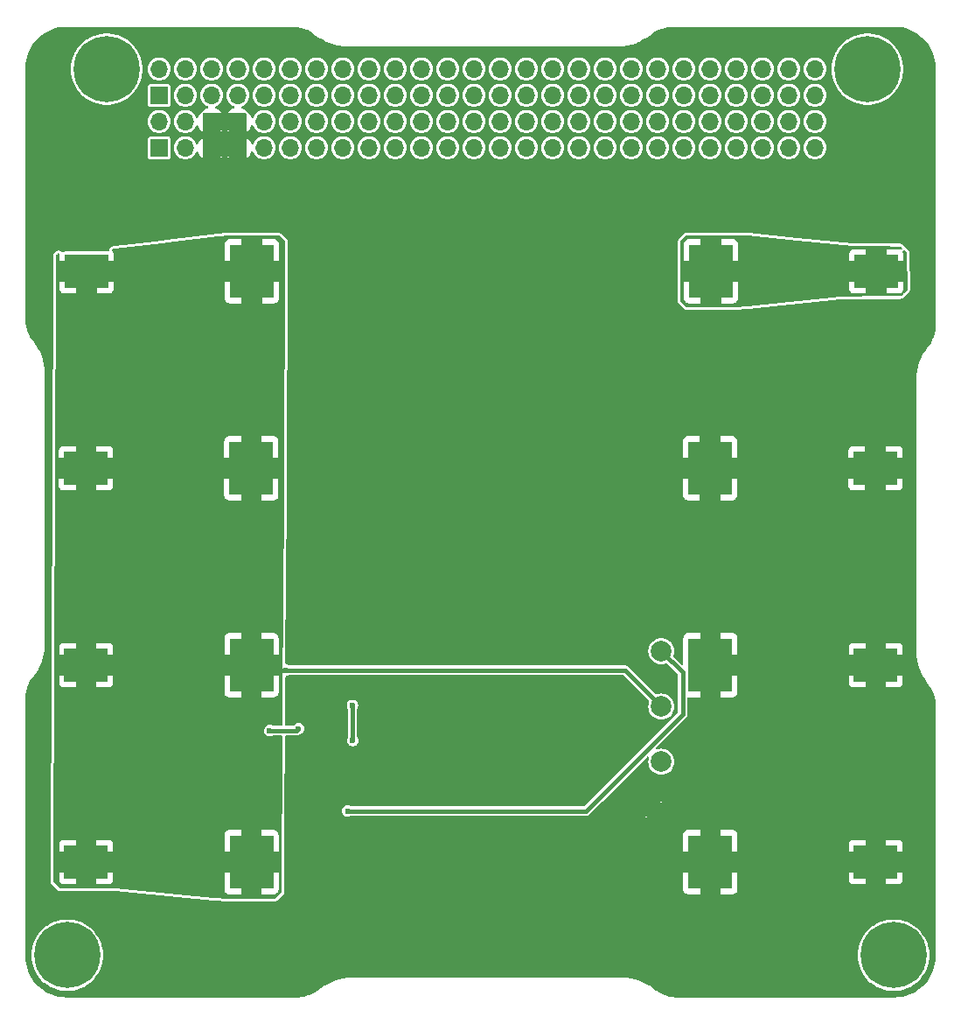
<source format=gbl>
G04 #@! TF.GenerationSoftware,KiCad,Pcbnew,8.0.3*
G04 #@! TF.CreationDate,2025-02-01T16:40:27-06:00*
G04 #@! TF.ProjectId,Batt_Boardv1,42617474-5f42-46f6-9172-6476312e6b69,rev?*
G04 #@! TF.SameCoordinates,Original*
G04 #@! TF.FileFunction,Copper,L2,Bot*
G04 #@! TF.FilePolarity,Positive*
%FSLAX46Y46*%
G04 Gerber Fmt 4.6, Leading zero omitted, Abs format (unit mm)*
G04 Created by KiCad (PCBNEW 8.0.3) date 2025-02-01 16:40:27*
%MOMM*%
%LPD*%
G01*
G04 APERTURE LIST*
G04 #@! TA.AperFunction,ComponentPad*
%ADD10C,3.600000*%
G04 #@! TD*
G04 #@! TA.AperFunction,ConnectorPad*
%ADD11C,6.400000*%
G04 #@! TD*
G04 #@! TA.AperFunction,ComponentPad*
%ADD12C,2.000000*%
G04 #@! TD*
G04 #@! TA.AperFunction,ComponentPad*
%ADD13R,1.700000X1.700000*%
G04 #@! TD*
G04 #@! TA.AperFunction,ComponentPad*
%ADD14O,1.700000X1.700000*%
G04 #@! TD*
G04 #@! TA.AperFunction,SMDPad,CuDef*
%ADD15R,4.240000X3.300000*%
G04 #@! TD*
G04 #@! TA.AperFunction,SMDPad,CuDef*
%ADD16R,4.240000X5.200000*%
G04 #@! TD*
G04 #@! TA.AperFunction,ViaPad*
%ADD17C,1.000000*%
G04 #@! TD*
G04 #@! TA.AperFunction,ViaPad*
%ADD18C,0.600000*%
G04 #@! TD*
G04 #@! TA.AperFunction,Conductor*
%ADD19C,0.400000*%
G04 #@! TD*
G04 APERTURE END LIST*
D10*
X108527800Y-54731000D03*
D11*
X108527800Y-54731000D03*
D10*
X184727800Y-140461000D03*
D11*
X184727800Y-140461000D03*
D12*
X162229800Y-121733732D03*
D10*
X104717800Y-140461000D03*
D11*
X104717800Y-140461000D03*
D12*
X162229800Y-111048800D03*
D13*
X113607800Y-62346000D03*
D14*
X113607800Y-59806000D03*
X116147800Y-62346000D03*
X116147800Y-59806000D03*
X118687800Y-62346000D03*
X118687800Y-59806000D03*
X121227800Y-62346000D03*
X121227800Y-59806000D03*
X123767800Y-62346000D03*
X123767800Y-59806000D03*
X126307800Y-62346000D03*
X126307800Y-59806000D03*
X128847800Y-62346000D03*
X128847800Y-59806000D03*
X131387800Y-62346000D03*
X131387800Y-59806000D03*
X133927800Y-62346000D03*
X133927800Y-59806000D03*
X136467800Y-62346000D03*
X136467800Y-59806000D03*
X139007800Y-62346000D03*
X139007800Y-59806000D03*
X141547800Y-62346000D03*
X141547800Y-59806000D03*
X144087800Y-62346000D03*
X144087800Y-59806000D03*
X146627800Y-62346000D03*
X146627800Y-59806000D03*
X149167800Y-62346000D03*
X149167800Y-59806000D03*
X151707800Y-62346000D03*
X151707800Y-59806000D03*
X154247800Y-62346000D03*
X154247800Y-59806000D03*
X156787800Y-62346000D03*
X156787800Y-59806000D03*
X159327800Y-62346000D03*
X159327800Y-59806000D03*
X161867800Y-62346000D03*
X161867800Y-59806000D03*
X164407800Y-62346000D03*
X164407800Y-59806000D03*
X166947800Y-62346000D03*
X166947800Y-59806000D03*
X169487800Y-62346000D03*
X169487800Y-59806000D03*
X172027800Y-62346000D03*
X172027800Y-59806000D03*
X174567800Y-62346000D03*
X174567800Y-59806000D03*
X177107800Y-62346000D03*
X177107800Y-59806000D03*
D12*
X162229800Y-127076200D03*
D13*
X113607800Y-57266000D03*
D14*
X113607800Y-54726000D03*
X116147800Y-57266000D03*
X116147800Y-54726000D03*
X118687800Y-57266000D03*
X118687800Y-54726000D03*
X121227800Y-57266000D03*
X121227800Y-54726000D03*
X123767800Y-57266000D03*
X123767800Y-54726000D03*
X126307800Y-57266000D03*
X126307800Y-54726000D03*
X128847800Y-57266000D03*
X128847800Y-54726000D03*
X131387800Y-57266000D03*
X131387800Y-54726000D03*
X133927800Y-57266000D03*
X133927800Y-54726000D03*
X136467800Y-57266000D03*
X136467800Y-54726000D03*
X139007800Y-57266000D03*
X139007800Y-54726000D03*
X141547800Y-57266000D03*
X141547800Y-54726000D03*
X144087800Y-57266000D03*
X144087800Y-54726000D03*
X146627800Y-57266000D03*
X146627800Y-54726000D03*
X149167800Y-57266000D03*
X149167800Y-54726000D03*
X151707800Y-57266000D03*
X151707800Y-54726000D03*
X154247800Y-57266000D03*
X154247800Y-54726000D03*
X156787800Y-57266000D03*
X156787800Y-54726000D03*
X159327800Y-57266000D03*
X159327800Y-54726000D03*
X161867800Y-57266000D03*
X161867800Y-54726000D03*
X164407800Y-57266000D03*
X164407800Y-54726000D03*
X166947800Y-57266000D03*
X166947800Y-54726000D03*
X169487800Y-57266000D03*
X169487800Y-54726000D03*
X172027800Y-57266000D03*
X172027800Y-54726000D03*
X174567800Y-57266000D03*
X174567800Y-54726000D03*
X177107800Y-57266000D03*
X177107800Y-54726000D03*
D12*
X162229800Y-116391266D03*
D10*
X182187800Y-54731000D03*
D11*
X182187800Y-54731000D03*
D15*
X106594230Y-74295000D03*
D16*
X122604230Y-74295000D03*
X167036542Y-74292424D03*
D15*
X183046542Y-74292424D03*
X182993643Y-131445000D03*
D16*
X166983643Y-131445000D03*
X122551331Y-131447576D03*
D15*
X106541331Y-131447576D03*
X182995106Y-112392424D03*
D16*
X166985106Y-112392424D03*
X122552794Y-112395000D03*
D15*
X106542794Y-112395000D03*
X182980867Y-93342424D03*
D16*
X166970867Y-93342424D03*
X122538555Y-93345000D03*
D15*
X106528555Y-93345000D03*
D17*
X178562000Y-75057000D03*
X173799500Y-73448334D03*
X178562000Y-73448334D03*
X176180750Y-75057000D03*
X176180750Y-73448334D03*
X171418250Y-75057000D03*
X173799500Y-75057000D03*
D18*
X131876800Y-126517400D03*
D17*
X171418250Y-73448334D03*
D18*
X132334000Y-116306600D03*
X132359400Y-119684800D03*
D17*
X112109250Y-84582000D03*
X109728000Y-86190668D03*
X116871750Y-84582000D03*
D18*
X125882400Y-112877600D03*
D17*
X109728000Y-84582000D03*
X109728000Y-81364668D03*
X119253000Y-82973334D03*
X112109250Y-82973334D03*
X114490500Y-86190668D03*
X112109250Y-81364668D03*
X114490500Y-84582000D03*
X119253000Y-81364668D03*
X116871750Y-86190668D03*
X119253000Y-84582000D03*
X114490500Y-81364668D03*
X116871750Y-81364668D03*
X112109250Y-86190668D03*
X109728000Y-82973334D03*
X116871750Y-82973334D03*
X114490500Y-82973334D03*
X119253000Y-86190668D03*
D18*
X127101600Y-118541800D03*
X124319525Y-118733075D03*
D19*
X131876800Y-126517400D02*
X154914600Y-126517400D01*
X164287200Y-117144800D02*
X164287200Y-113106200D01*
X154914600Y-126517400D02*
X164287200Y-117144800D01*
X164287200Y-113106200D02*
X162229800Y-111048800D01*
X132334000Y-119659400D02*
X132359400Y-119684800D01*
X132334000Y-116306600D02*
X132334000Y-119659400D01*
X125882400Y-112877600D02*
X123035394Y-112877600D01*
X158716134Y-112877600D02*
X125882400Y-112877600D01*
X162229800Y-116391266D02*
X158716134Y-112877600D01*
X123035394Y-112877600D02*
X122552794Y-112395000D01*
X124319525Y-118733075D02*
X126910325Y-118733075D01*
X126910325Y-118733075D02*
X127101600Y-118541800D01*
G04 #@! TA.AperFunction,Conductor*
G36*
X122853248Y-70804156D02*
G01*
X125179583Y-70805275D01*
X125246613Y-70824992D01*
X125267485Y-70841876D01*
X125791238Y-71369001D01*
X125824526Y-71430431D01*
X125827274Y-71457136D01*
X125679282Y-96388350D01*
X125565865Y-115495000D01*
X125550073Y-118155311D01*
X125529991Y-118222232D01*
X125476916Y-118267673D01*
X125426075Y-118278575D01*
X124680168Y-118278575D01*
X124613129Y-118258890D01*
X124604682Y-118252951D01*
X124599168Y-118248720D01*
X124599163Y-118248717D01*
X124464282Y-118192848D01*
X124464277Y-118192846D01*
X124319526Y-118173790D01*
X124319524Y-118173790D01*
X124174772Y-118192846D01*
X124174770Y-118192847D01*
X124039886Y-118248718D01*
X124039883Y-118248719D01*
X124039883Y-118248720D01*
X124015183Y-118267673D01*
X123924051Y-118337601D01*
X123835168Y-118453436D01*
X123779297Y-118588320D01*
X123779296Y-118588322D01*
X123760240Y-118733073D01*
X123760240Y-118733076D01*
X123779296Y-118877827D01*
X123779298Y-118877832D01*
X123835167Y-119012713D01*
X123835170Y-119012719D01*
X123924050Y-119128548D01*
X123924051Y-119128549D01*
X124039880Y-119217429D01*
X124039886Y-119217432D01*
X124107326Y-119245366D01*
X124174771Y-119273303D01*
X124247148Y-119282831D01*
X124319524Y-119292360D01*
X124319525Y-119292360D01*
X124319526Y-119292360D01*
X124367776Y-119286007D01*
X124464279Y-119273303D01*
X124599168Y-119217430D01*
X124604682Y-119213199D01*
X124669851Y-119188005D01*
X124680168Y-119187575D01*
X125419207Y-119187575D01*
X125486246Y-119207260D01*
X125532001Y-119260064D01*
X125543205Y-119312311D01*
X125454008Y-134338409D01*
X125433926Y-134405331D01*
X125417409Y-134425635D01*
X124886437Y-134953209D01*
X124825007Y-134986497D01*
X124798978Y-134989247D01*
X121491755Y-134987655D01*
X120097285Y-134986984D01*
X120091409Y-134986841D01*
X119213700Y-134944517D01*
X118900057Y-134929393D01*
X118894158Y-134928967D01*
X110227796Y-134095420D01*
X119931331Y-134095420D01*
X119937732Y-134154948D01*
X119937734Y-134154955D01*
X119987976Y-134289662D01*
X119987980Y-134289669D01*
X120074140Y-134404763D01*
X120074143Y-134404766D01*
X120189237Y-134490926D01*
X120189244Y-134490930D01*
X120323951Y-134541172D01*
X120323958Y-134541174D01*
X120383486Y-134547575D01*
X120383503Y-134547576D01*
X121551331Y-134547576D01*
X123551331Y-134547576D01*
X124719159Y-134547576D01*
X124719175Y-134547575D01*
X124778703Y-134541174D01*
X124778710Y-134541172D01*
X124913417Y-134490930D01*
X124913424Y-134490926D01*
X125028518Y-134404766D01*
X125028521Y-134404763D01*
X125114681Y-134289669D01*
X125114685Y-134289662D01*
X125164927Y-134154955D01*
X125164929Y-134154948D01*
X125171330Y-134095420D01*
X125171331Y-134095403D01*
X125171331Y-132447576D01*
X123551331Y-132447576D01*
X123551331Y-134547576D01*
X121551331Y-134547576D01*
X121551331Y-132447576D01*
X119931331Y-132447576D01*
X119931331Y-134095420D01*
X110227796Y-134095420D01*
X109370015Y-134012917D01*
X109369989Y-134012915D01*
X109369973Y-134012914D01*
X108772747Y-133955472D01*
X108172767Y-133958755D01*
X108172747Y-133958755D01*
X105361743Y-133974141D01*
X104029689Y-133981432D01*
X103962547Y-133962116D01*
X103941404Y-133945187D01*
X103416928Y-133421534D01*
X103383396Y-133360239D01*
X103380542Y-133333308D01*
X103381275Y-133145420D01*
X103921331Y-133145420D01*
X103927732Y-133204948D01*
X103927734Y-133204955D01*
X103977976Y-133339662D01*
X103977980Y-133339669D01*
X104064140Y-133454763D01*
X104064143Y-133454766D01*
X104179237Y-133540926D01*
X104179244Y-133540930D01*
X104313951Y-133591172D01*
X104313958Y-133591174D01*
X104373486Y-133597575D01*
X104373503Y-133597576D01*
X105541331Y-133597576D01*
X107541331Y-133597576D01*
X108709159Y-133597576D01*
X108709175Y-133597575D01*
X108768703Y-133591174D01*
X108768710Y-133591172D01*
X108903417Y-133540930D01*
X108903424Y-133540926D01*
X109018518Y-133454766D01*
X109018521Y-133454763D01*
X109104681Y-133339669D01*
X109104685Y-133339662D01*
X109154927Y-133204955D01*
X109154929Y-133204948D01*
X109161330Y-133145420D01*
X109161331Y-133145403D01*
X109161331Y-132447576D01*
X107541331Y-132447576D01*
X107541331Y-133597576D01*
X105541331Y-133597576D01*
X105541331Y-132447576D01*
X103921331Y-132447576D01*
X103921331Y-133145420D01*
X103381275Y-133145420D01*
X103394526Y-129749731D01*
X103921331Y-129749731D01*
X103921331Y-130447576D01*
X105541331Y-130447576D01*
X107541331Y-130447576D01*
X109161331Y-130447576D01*
X109161331Y-129749748D01*
X109161330Y-129749731D01*
X109154929Y-129690203D01*
X109154927Y-129690196D01*
X109104685Y-129555489D01*
X109104681Y-129555482D01*
X109018521Y-129440388D01*
X109018518Y-129440385D01*
X108903424Y-129354225D01*
X108903417Y-129354221D01*
X108768710Y-129303979D01*
X108768703Y-129303977D01*
X108709175Y-129297576D01*
X107541331Y-129297576D01*
X107541331Y-130447576D01*
X105541331Y-130447576D01*
X105541331Y-129297576D01*
X104373486Y-129297576D01*
X104313958Y-129303977D01*
X104313951Y-129303979D01*
X104179244Y-129354221D01*
X104179237Y-129354225D01*
X104064143Y-129440385D01*
X104064140Y-129440388D01*
X103977980Y-129555482D01*
X103977976Y-129555489D01*
X103927734Y-129690196D01*
X103927732Y-129690203D01*
X103921331Y-129749731D01*
X103394526Y-129749731D01*
X103398233Y-128799731D01*
X119931331Y-128799731D01*
X119931331Y-130447576D01*
X121551331Y-130447576D01*
X123551331Y-130447576D01*
X125171331Y-130447576D01*
X125171331Y-128799748D01*
X125171330Y-128799731D01*
X125164929Y-128740203D01*
X125164927Y-128740196D01*
X125114685Y-128605489D01*
X125114681Y-128605482D01*
X125028521Y-128490388D01*
X125028518Y-128490385D01*
X124913424Y-128404225D01*
X124913417Y-128404221D01*
X124778710Y-128353979D01*
X124778703Y-128353977D01*
X124719175Y-128347576D01*
X123551331Y-128347576D01*
X123551331Y-130447576D01*
X121551331Y-130447576D01*
X121551331Y-128347576D01*
X120383486Y-128347576D01*
X120323958Y-128353977D01*
X120323951Y-128353979D01*
X120189244Y-128404221D01*
X120189237Y-128404225D01*
X120074143Y-128490385D01*
X120074140Y-128490388D01*
X119987980Y-128605482D01*
X119987976Y-128605489D01*
X119937734Y-128740196D01*
X119937732Y-128740203D01*
X119931331Y-128799731D01*
X103398233Y-128799731D01*
X103451914Y-115042844D01*
X119932794Y-115042844D01*
X119939195Y-115102372D01*
X119939197Y-115102379D01*
X119989439Y-115237086D01*
X119989443Y-115237093D01*
X120075603Y-115352187D01*
X120075606Y-115352190D01*
X120190700Y-115438350D01*
X120190707Y-115438354D01*
X120325414Y-115488596D01*
X120325421Y-115488598D01*
X120384949Y-115494999D01*
X120384966Y-115495000D01*
X121552794Y-115495000D01*
X123552794Y-115495000D01*
X124720622Y-115495000D01*
X124720638Y-115494999D01*
X124780166Y-115488598D01*
X124780173Y-115488596D01*
X124914880Y-115438354D01*
X124914887Y-115438350D01*
X125029981Y-115352190D01*
X125029984Y-115352187D01*
X125116144Y-115237093D01*
X125116148Y-115237086D01*
X125166390Y-115102379D01*
X125166392Y-115102372D01*
X125172793Y-115042844D01*
X125172794Y-115042827D01*
X125172794Y-113395000D01*
X123552794Y-113395000D01*
X123552794Y-115495000D01*
X121552794Y-115495000D01*
X121552794Y-113395000D01*
X119932794Y-113395000D01*
X119932794Y-115042844D01*
X103451914Y-115042844D01*
X103455621Y-114092844D01*
X103922794Y-114092844D01*
X103929195Y-114152372D01*
X103929197Y-114152379D01*
X103979439Y-114287086D01*
X103979443Y-114287093D01*
X104065603Y-114402187D01*
X104065606Y-114402190D01*
X104180700Y-114488350D01*
X104180707Y-114488354D01*
X104315414Y-114538596D01*
X104315421Y-114538598D01*
X104374949Y-114544999D01*
X104374966Y-114545000D01*
X105542794Y-114545000D01*
X107542794Y-114545000D01*
X108710622Y-114545000D01*
X108710638Y-114544999D01*
X108770166Y-114538598D01*
X108770173Y-114538596D01*
X108904880Y-114488354D01*
X108904887Y-114488350D01*
X109019981Y-114402190D01*
X109019984Y-114402187D01*
X109106144Y-114287093D01*
X109106148Y-114287086D01*
X109156390Y-114152379D01*
X109156392Y-114152372D01*
X109162793Y-114092844D01*
X109162794Y-114092827D01*
X109162794Y-113395000D01*
X107542794Y-113395000D01*
X107542794Y-114545000D01*
X105542794Y-114545000D01*
X105542794Y-113395000D01*
X103922794Y-113395000D01*
X103922794Y-114092844D01*
X103455621Y-114092844D01*
X103468871Y-110697155D01*
X103922794Y-110697155D01*
X103922794Y-111395000D01*
X105542794Y-111395000D01*
X107542794Y-111395000D01*
X109162794Y-111395000D01*
X109162794Y-110697172D01*
X109162793Y-110697155D01*
X109156392Y-110637627D01*
X109156390Y-110637620D01*
X109106148Y-110502913D01*
X109106144Y-110502906D01*
X109019984Y-110387812D01*
X109019981Y-110387809D01*
X108904887Y-110301649D01*
X108904880Y-110301645D01*
X108770173Y-110251403D01*
X108770166Y-110251401D01*
X108710638Y-110245000D01*
X107542794Y-110245000D01*
X107542794Y-111395000D01*
X105542794Y-111395000D01*
X105542794Y-110245000D01*
X104374949Y-110245000D01*
X104315421Y-110251401D01*
X104315414Y-110251403D01*
X104180707Y-110301645D01*
X104180700Y-110301649D01*
X104065606Y-110387809D01*
X104065603Y-110387812D01*
X103979443Y-110502906D01*
X103979439Y-110502913D01*
X103929197Y-110637620D01*
X103929195Y-110637627D01*
X103922794Y-110697155D01*
X103468871Y-110697155D01*
X103472578Y-109747155D01*
X119932794Y-109747155D01*
X119932794Y-111395000D01*
X121552794Y-111395000D01*
X123552794Y-111395000D01*
X125172794Y-111395000D01*
X125172794Y-109747172D01*
X125172793Y-109747155D01*
X125166392Y-109687627D01*
X125166390Y-109687620D01*
X125116148Y-109552913D01*
X125116144Y-109552906D01*
X125029984Y-109437812D01*
X125029981Y-109437809D01*
X124914887Y-109351649D01*
X124914880Y-109351645D01*
X124780173Y-109301403D01*
X124780166Y-109301401D01*
X124720638Y-109295000D01*
X123552794Y-109295000D01*
X123552794Y-111395000D01*
X121552794Y-111395000D01*
X121552794Y-109295000D01*
X120384949Y-109295000D01*
X120325421Y-109301401D01*
X120325414Y-109301403D01*
X120190707Y-109351645D01*
X120190700Y-109351649D01*
X120075606Y-109437809D01*
X120075603Y-109437812D01*
X119989443Y-109552906D01*
X119989439Y-109552913D01*
X119939197Y-109687620D01*
X119939195Y-109687627D01*
X119932794Y-109747155D01*
X103472578Y-109747155D01*
X103526249Y-95992844D01*
X119918555Y-95992844D01*
X119924956Y-96052372D01*
X119924958Y-96052379D01*
X119975200Y-96187086D01*
X119975204Y-96187093D01*
X120061364Y-96302187D01*
X120061367Y-96302190D01*
X120176461Y-96388350D01*
X120176468Y-96388354D01*
X120311175Y-96438596D01*
X120311182Y-96438598D01*
X120370710Y-96444999D01*
X120370727Y-96445000D01*
X121538555Y-96445000D01*
X123538555Y-96445000D01*
X124706383Y-96445000D01*
X124706399Y-96444999D01*
X124765927Y-96438598D01*
X124765934Y-96438596D01*
X124900641Y-96388354D01*
X124900648Y-96388350D01*
X125015742Y-96302190D01*
X125015745Y-96302187D01*
X125101905Y-96187093D01*
X125101909Y-96187086D01*
X125152151Y-96052379D01*
X125152153Y-96052372D01*
X125158554Y-95992844D01*
X125158555Y-95992827D01*
X125158555Y-94345000D01*
X123538555Y-94345000D01*
X123538555Y-96445000D01*
X121538555Y-96445000D01*
X121538555Y-94345000D01*
X119918555Y-94345000D01*
X119918555Y-95992844D01*
X103526249Y-95992844D01*
X103529956Y-95042844D01*
X103908555Y-95042844D01*
X103914956Y-95102372D01*
X103914958Y-95102379D01*
X103965200Y-95237086D01*
X103965204Y-95237093D01*
X104051364Y-95352187D01*
X104051367Y-95352190D01*
X104166461Y-95438350D01*
X104166468Y-95438354D01*
X104301175Y-95488596D01*
X104301182Y-95488598D01*
X104360710Y-95494999D01*
X104360727Y-95495000D01*
X105528555Y-95495000D01*
X107528555Y-95495000D01*
X108696383Y-95495000D01*
X108696399Y-95494999D01*
X108755927Y-95488598D01*
X108755934Y-95488596D01*
X108890641Y-95438354D01*
X108890648Y-95438350D01*
X109005742Y-95352190D01*
X109005745Y-95352187D01*
X109091905Y-95237093D01*
X109091909Y-95237086D01*
X109142151Y-95102379D01*
X109142153Y-95102372D01*
X109148554Y-95042844D01*
X109148555Y-95042827D01*
X109148555Y-94345000D01*
X107528555Y-94345000D01*
X107528555Y-95495000D01*
X105528555Y-95495000D01*
X105528555Y-94345000D01*
X103908555Y-94345000D01*
X103908555Y-95042844D01*
X103529956Y-95042844D01*
X103543206Y-91647155D01*
X103908555Y-91647155D01*
X103908555Y-92345000D01*
X105528555Y-92345000D01*
X107528555Y-92345000D01*
X109148555Y-92345000D01*
X109148555Y-91647172D01*
X109148554Y-91647155D01*
X109142153Y-91587627D01*
X109142151Y-91587620D01*
X109091909Y-91452913D01*
X109091905Y-91452906D01*
X109005745Y-91337812D01*
X109005742Y-91337809D01*
X108890648Y-91251649D01*
X108890641Y-91251645D01*
X108755934Y-91201403D01*
X108755927Y-91201401D01*
X108696399Y-91195000D01*
X107528555Y-91195000D01*
X107528555Y-92345000D01*
X105528555Y-92345000D01*
X105528555Y-91195000D01*
X104360710Y-91195000D01*
X104301182Y-91201401D01*
X104301175Y-91201403D01*
X104166468Y-91251645D01*
X104166461Y-91251649D01*
X104051367Y-91337809D01*
X104051364Y-91337812D01*
X103965204Y-91452906D01*
X103965200Y-91452913D01*
X103914958Y-91587620D01*
X103914956Y-91587627D01*
X103908555Y-91647155D01*
X103543206Y-91647155D01*
X103546913Y-90697155D01*
X119918555Y-90697155D01*
X119918555Y-92345000D01*
X121538555Y-92345000D01*
X123538555Y-92345000D01*
X125158555Y-92345000D01*
X125158555Y-90697172D01*
X125158554Y-90697155D01*
X125152153Y-90637627D01*
X125152151Y-90637620D01*
X125101909Y-90502913D01*
X125101905Y-90502906D01*
X125015745Y-90387812D01*
X125015742Y-90387809D01*
X124900648Y-90301649D01*
X124900641Y-90301645D01*
X124765934Y-90251403D01*
X124765927Y-90251401D01*
X124706399Y-90245000D01*
X123538555Y-90245000D01*
X123538555Y-92345000D01*
X121538555Y-92345000D01*
X121538555Y-90245000D01*
X120370710Y-90245000D01*
X120311182Y-90251401D01*
X120311175Y-90251403D01*
X120176468Y-90301645D01*
X120176461Y-90301649D01*
X120061367Y-90387809D01*
X120061364Y-90387812D01*
X119975204Y-90502906D01*
X119975200Y-90502913D01*
X119924958Y-90637620D01*
X119924956Y-90637627D01*
X119918555Y-90697155D01*
X103546913Y-90697155D01*
X103600584Y-76942844D01*
X119984230Y-76942844D01*
X119990631Y-77002372D01*
X119990633Y-77002379D01*
X120040875Y-77137086D01*
X120040879Y-77137093D01*
X120127039Y-77252187D01*
X120127042Y-77252190D01*
X120242136Y-77338350D01*
X120242143Y-77338354D01*
X120376850Y-77388596D01*
X120376857Y-77388598D01*
X120436385Y-77394999D01*
X120436402Y-77395000D01*
X121604230Y-77395000D01*
X123604230Y-77395000D01*
X124772058Y-77395000D01*
X124772074Y-77394999D01*
X124831602Y-77388598D01*
X124831609Y-77388596D01*
X124966316Y-77338354D01*
X124966323Y-77338350D01*
X125081417Y-77252190D01*
X125081420Y-77252187D01*
X125167580Y-77137093D01*
X125167584Y-77137086D01*
X125217826Y-77002379D01*
X125217828Y-77002372D01*
X125224229Y-76942844D01*
X125224230Y-76942827D01*
X125224230Y-75295000D01*
X123604230Y-75295000D01*
X123604230Y-77395000D01*
X121604230Y-77395000D01*
X121604230Y-75295000D01*
X119984230Y-75295000D01*
X119984230Y-76942844D01*
X103600584Y-76942844D01*
X103604291Y-75992844D01*
X103974230Y-75992844D01*
X103980631Y-76052372D01*
X103980633Y-76052379D01*
X104030875Y-76187086D01*
X104030879Y-76187093D01*
X104117039Y-76302187D01*
X104117042Y-76302190D01*
X104232136Y-76388350D01*
X104232143Y-76388354D01*
X104366850Y-76438596D01*
X104366857Y-76438598D01*
X104426385Y-76444999D01*
X104426402Y-76445000D01*
X105594230Y-76445000D01*
X107594230Y-76445000D01*
X108762058Y-76445000D01*
X108762074Y-76444999D01*
X108821602Y-76438598D01*
X108821609Y-76438596D01*
X108956316Y-76388354D01*
X108956323Y-76388350D01*
X109071417Y-76302190D01*
X109071420Y-76302187D01*
X109157580Y-76187093D01*
X109157584Y-76187086D01*
X109207826Y-76052379D01*
X109207828Y-76052372D01*
X109214229Y-75992844D01*
X109214230Y-75992827D01*
X109214230Y-75295000D01*
X107594230Y-75295000D01*
X107594230Y-76445000D01*
X105594230Y-76445000D01*
X105594230Y-75295000D01*
X103974230Y-75295000D01*
X103974230Y-75992844D01*
X103604291Y-75992844D01*
X103616813Y-72783952D01*
X103636759Y-72716991D01*
X103653302Y-72696585D01*
X103674525Y-72675445D01*
X103762721Y-72587592D01*
X103824108Y-72554228D01*
X103893790Y-72559348D01*
X103949642Y-72601328D01*
X103973931Y-72666840D01*
X103974230Y-72675445D01*
X103974230Y-73295000D01*
X109214230Y-73295000D01*
X109214230Y-72597172D01*
X109214229Y-72597155D01*
X109207828Y-72537627D01*
X109207826Y-72537620D01*
X109157584Y-72402913D01*
X109157582Y-72402910D01*
X109082904Y-72303154D01*
X109058486Y-72237690D01*
X109073337Y-72169416D01*
X109110015Y-72132738D01*
X109334354Y-72132738D01*
X113182830Y-71647155D01*
X119984230Y-71647155D01*
X119984230Y-73295000D01*
X121604230Y-73295000D01*
X123604230Y-73295000D01*
X125224230Y-73295000D01*
X125224230Y-71647172D01*
X125224229Y-71647155D01*
X125217828Y-71587627D01*
X125217826Y-71587620D01*
X125167584Y-71452913D01*
X125167580Y-71452906D01*
X125081420Y-71337812D01*
X125081417Y-71337809D01*
X124966323Y-71251649D01*
X124966316Y-71251645D01*
X124831609Y-71201403D01*
X124831602Y-71201401D01*
X124772074Y-71195000D01*
X123604230Y-71195000D01*
X123604230Y-73295000D01*
X121604230Y-73295000D01*
X121604230Y-71195000D01*
X120436385Y-71195000D01*
X120376857Y-71201401D01*
X120376850Y-71201403D01*
X120242143Y-71251645D01*
X120242136Y-71251649D01*
X120127042Y-71337809D01*
X120127039Y-71337812D01*
X120040879Y-71452906D01*
X120040875Y-71452913D01*
X119990633Y-71587620D01*
X119990631Y-71587627D01*
X119984230Y-71647155D01*
X113182830Y-71647155D01*
X115097442Y-71405578D01*
X119276225Y-70878318D01*
X119283952Y-70877590D01*
X120471486Y-70803254D01*
X120479236Y-70803013D01*
X122853248Y-70804156D01*
G37*
G04 #@! TD.AperFunction*
G04 #@! TA.AperFunction,Conductor*
G36*
X167051684Y-70797820D02*
G01*
X169426624Y-70798962D01*
X169432557Y-70799108D01*
X170623779Y-70857087D01*
X170629724Y-70857519D01*
X175401213Y-71320770D01*
X180772847Y-71842287D01*
X181372792Y-71848082D01*
X181372815Y-71848084D01*
X181534000Y-71849641D01*
X183401747Y-71867687D01*
X185379851Y-71886798D01*
X185446694Y-71907129D01*
X185466533Y-71923313D01*
X185537383Y-71994490D01*
X185570727Y-72055890D01*
X185565582Y-72125570D01*
X185523582Y-72181407D01*
X185458061Y-72205673D01*
X185406167Y-72198151D01*
X185273922Y-72148827D01*
X185273914Y-72148825D01*
X185214386Y-72142424D01*
X184046542Y-72142424D01*
X184046542Y-73292424D01*
X185666542Y-73292424D01*
X185666542Y-72594596D01*
X185666541Y-72594579D01*
X185660140Y-72535051D01*
X185660139Y-72535047D01*
X185611577Y-72404846D01*
X185606593Y-72335154D01*
X185640078Y-72273831D01*
X185701401Y-72240346D01*
X185771093Y-72245330D01*
X185815641Y-72274032D01*
X185997824Y-72457056D01*
X186031168Y-72518455D01*
X186033939Y-72543907D01*
X186051704Y-76056494D01*
X186032359Y-76123632D01*
X186015649Y-76144540D01*
X185742073Y-76419754D01*
X185680850Y-76453422D01*
X185676454Y-76453120D01*
X185657994Y-76502619D01*
X185646668Y-76515730D01*
X185491316Y-76672013D01*
X185430093Y-76705681D01*
X185403486Y-76708594D01*
X185385696Y-76708610D01*
X183117330Y-76710680D01*
X180179660Y-76713361D01*
X179582888Y-76775506D01*
X179582886Y-76775507D01*
X170617508Y-77709133D01*
X170611065Y-77709635D01*
X169420736Y-77771159D01*
X169414275Y-77771324D01*
X165399169Y-77769392D01*
X164713131Y-77769061D01*
X164646102Y-77749345D01*
X164625414Y-77732646D01*
X164143445Y-77249611D01*
X164099072Y-77205139D01*
X164065656Y-77143781D01*
X164062852Y-77117351D01*
X164063159Y-76940268D01*
X164416542Y-76940268D01*
X164422943Y-76999796D01*
X164422945Y-76999803D01*
X164473187Y-77134510D01*
X164473191Y-77134517D01*
X164559351Y-77249611D01*
X164559354Y-77249614D01*
X164674448Y-77335774D01*
X164674455Y-77335778D01*
X164809162Y-77386020D01*
X164809169Y-77386022D01*
X164868697Y-77392423D01*
X164868714Y-77392424D01*
X166036542Y-77392424D01*
X168036542Y-77392424D01*
X169204370Y-77392424D01*
X169204386Y-77392423D01*
X169263914Y-77386022D01*
X169263921Y-77386020D01*
X169398628Y-77335778D01*
X169398635Y-77335774D01*
X169513729Y-77249614D01*
X169513732Y-77249611D01*
X169599892Y-77134517D01*
X169599896Y-77134510D01*
X169650138Y-76999803D01*
X169650140Y-76999796D01*
X169656541Y-76940268D01*
X169656542Y-76940251D01*
X169656542Y-75990268D01*
X180426542Y-75990268D01*
X180432943Y-76049796D01*
X180432945Y-76049803D01*
X180483187Y-76184510D01*
X180483191Y-76184517D01*
X180569351Y-76299611D01*
X180569354Y-76299614D01*
X180684448Y-76385774D01*
X180684455Y-76385778D01*
X180819162Y-76436020D01*
X180819169Y-76436022D01*
X180878697Y-76442423D01*
X180878714Y-76442424D01*
X182046542Y-76442424D01*
X184046542Y-76442424D01*
X185214370Y-76442424D01*
X185214386Y-76442423D01*
X185273914Y-76436022D01*
X185273921Y-76436020D01*
X185408628Y-76385778D01*
X185408631Y-76385776D01*
X185484413Y-76329045D01*
X185537391Y-76309283D01*
X185545121Y-76273233D01*
X185554864Y-76258023D01*
X185609894Y-76184513D01*
X185609896Y-76184510D01*
X185660138Y-76049803D01*
X185660140Y-76049796D01*
X185666541Y-75990268D01*
X185666542Y-75990251D01*
X185666542Y-75292424D01*
X184046542Y-75292424D01*
X184046542Y-76442424D01*
X182046542Y-76442424D01*
X182046542Y-75292424D01*
X180426542Y-75292424D01*
X180426542Y-75990268D01*
X169656542Y-75990268D01*
X169656542Y-75292424D01*
X168036542Y-75292424D01*
X168036542Y-77392424D01*
X166036542Y-77392424D01*
X166036542Y-75292424D01*
X164416542Y-75292424D01*
X164416542Y-76940268D01*
X164063159Y-76940268D01*
X164063560Y-76708547D01*
X164071980Y-71842287D01*
X164072322Y-71644579D01*
X164416542Y-71644579D01*
X164416542Y-73292424D01*
X166036542Y-73292424D01*
X168036542Y-73292424D01*
X169656542Y-73292424D01*
X169656542Y-72594579D01*
X180426542Y-72594579D01*
X180426542Y-73292424D01*
X182046542Y-73292424D01*
X182046542Y-72142424D01*
X180878697Y-72142424D01*
X180819169Y-72148825D01*
X180819162Y-72148827D01*
X180684455Y-72199069D01*
X180684448Y-72199073D01*
X180569354Y-72285233D01*
X180569351Y-72285236D01*
X180483191Y-72400330D01*
X180483187Y-72400337D01*
X180432945Y-72535044D01*
X180432943Y-72535051D01*
X180426542Y-72594579D01*
X169656542Y-72594579D01*
X169656542Y-71644596D01*
X169656541Y-71644579D01*
X169650140Y-71585051D01*
X169650138Y-71585044D01*
X169599896Y-71450337D01*
X169599892Y-71450330D01*
X169513732Y-71335236D01*
X169513729Y-71335233D01*
X169398635Y-71249073D01*
X169398628Y-71249069D01*
X169263921Y-71198827D01*
X169263914Y-71198825D01*
X169204386Y-71192424D01*
X168036542Y-71192424D01*
X168036542Y-73292424D01*
X166036542Y-73292424D01*
X166036542Y-71192424D01*
X164868697Y-71192424D01*
X164809169Y-71198825D01*
X164809162Y-71198827D01*
X164674455Y-71249069D01*
X164674448Y-71249073D01*
X164559354Y-71335233D01*
X164559351Y-71335236D01*
X164473191Y-71450330D01*
X164473187Y-71450337D01*
X164422945Y-71585044D01*
X164422943Y-71585051D01*
X164416542Y-71644579D01*
X164072322Y-71644579D01*
X164072663Y-71447701D01*
X164092464Y-71380697D01*
X164109079Y-71360139D01*
X164270750Y-71198825D01*
X164637464Y-70832921D01*
X164698823Y-70799505D01*
X164725100Y-70796700D01*
X167051684Y-70797820D01*
G37*
G04 #@! TD.AperFunction*
G04 #@! TA.AperFunction,Conductor*
G36*
X163555773Y-50636604D02*
G01*
X163558834Y-50636906D01*
X163558851Y-50636910D01*
X163631769Y-50636942D01*
X163637360Y-50637073D01*
X163678557Y-50638972D01*
X163704362Y-50640163D01*
X163704366Y-50640162D01*
X163704373Y-50640163D01*
X163718568Y-50638180D01*
X163735759Y-50636988D01*
X184708845Y-50646454D01*
X184709851Y-50646501D01*
X184715104Y-50646500D01*
X184715110Y-50646502D01*
X184804952Y-50646500D01*
X184810675Y-50646631D01*
X185171136Y-50663290D01*
X185182519Y-50664344D01*
X185537048Y-50713793D01*
X185548300Y-50715896D01*
X185896774Y-50797851D01*
X185907767Y-50800979D01*
X186247171Y-50914732D01*
X186257849Y-50918868D01*
X186585313Y-51063454D01*
X186595557Y-51068554D01*
X186908302Y-51242749D01*
X186918005Y-51248756D01*
X187213345Y-51451067D01*
X187222477Y-51457964D01*
X187289178Y-51513352D01*
X187483151Y-51674425D01*
X187497864Y-51686642D01*
X187506328Y-51694358D01*
X187759441Y-51947471D01*
X187767157Y-51955935D01*
X187995835Y-52231322D01*
X188002734Y-52240457D01*
X188205039Y-52535789D01*
X188211054Y-52545503D01*
X188223319Y-52567523D01*
X188385242Y-52858237D01*
X188390347Y-52868490D01*
X188534930Y-53195948D01*
X188539067Y-53206628D01*
X188652816Y-53546020D01*
X188655951Y-53557037D01*
X188737902Y-53905496D01*
X188740006Y-53916755D01*
X188789453Y-54271269D01*
X188790510Y-54282674D01*
X188807167Y-54643122D01*
X188807299Y-54648847D01*
X188807298Y-54743885D01*
X188807340Y-54744803D01*
X188817470Y-79148738D01*
X188816207Y-79166445D01*
X188814500Y-79178307D01*
X188814500Y-79178314D01*
X188817404Y-79247635D01*
X188817513Y-79252772D01*
X188817545Y-79329403D01*
X188818022Y-79339609D01*
X188816625Y-79607104D01*
X188816015Y-79618765D01*
X188783222Y-79947486D01*
X188781516Y-79959039D01*
X188717950Y-80283192D01*
X188715166Y-80294532D01*
X188621389Y-80611270D01*
X188617551Y-80622299D01*
X188494387Y-80928830D01*
X188489527Y-80939449D01*
X188338084Y-81233015D01*
X188332248Y-81243129D01*
X188153853Y-81521159D01*
X188147091Y-81530679D01*
X187954697Y-81776194D01*
X187948391Y-81783173D01*
X187948416Y-81783194D01*
X187944661Y-81787538D01*
X187939628Y-81794583D01*
X187932631Y-81803488D01*
X187879160Y-81865476D01*
X187838989Y-81934512D01*
X187832715Y-81944222D01*
X187771260Y-82030256D01*
X187771242Y-82030282D01*
X187558888Y-82382358D01*
X187558870Y-82382391D01*
X187374411Y-82749873D01*
X187374411Y-82749874D01*
X187218953Y-83130576D01*
X187093449Y-83522167D01*
X187093448Y-83522172D01*
X186998657Y-83922275D01*
X186998649Y-83922313D01*
X186935130Y-84328549D01*
X186935128Y-84328570D01*
X186903261Y-84738538D01*
X186903256Y-84938183D01*
X186903256Y-84938188D01*
X186901351Y-110779381D01*
X186901334Y-110779765D01*
X186901344Y-110877714D01*
X186901344Y-110877735D01*
X186901337Y-110981981D01*
X186901350Y-110982263D01*
X186901357Y-111083497D01*
X186901358Y-111083504D01*
X186933240Y-111493462D01*
X186942788Y-111554514D01*
X186996771Y-111899710D01*
X186996777Y-111899742D01*
X187091577Y-112299846D01*
X187217071Y-112691400D01*
X187237941Y-112742509D01*
X187372526Y-113072094D01*
X187556987Y-113439594D01*
X187769353Y-113791705D01*
X187858359Y-113916313D01*
X187864621Y-113926005D01*
X187880331Y-113953005D01*
X187884860Y-113960789D01*
X187911769Y-113991984D01*
X187918779Y-114000905D01*
X187942739Y-114034450D01*
X187942741Y-114034453D01*
X187958250Y-114049365D01*
X187969930Y-114062293D01*
X188154447Y-114297896D01*
X188161241Y-114307472D01*
X188340926Y-114588011D01*
X188346784Y-114598187D01*
X188499131Y-114894467D01*
X188504000Y-114905152D01*
X188627640Y-115214513D01*
X188631476Y-115225610D01*
X188725298Y-115545267D01*
X188728068Y-115556678D01*
X188791237Y-115883790D01*
X188792915Y-115895411D01*
X188824861Y-116227026D01*
X188825432Y-116238754D01*
X188825786Y-116508994D01*
X188825182Y-116521383D01*
X188824867Y-116524557D01*
X188824813Y-116597623D01*
X188824682Y-116603237D01*
X188821588Y-116670389D01*
X188823546Y-116684414D01*
X188824736Y-116701645D01*
X188807371Y-140436926D01*
X188807300Y-140438473D01*
X188807300Y-140533128D01*
X188807168Y-140538855D01*
X188790503Y-140899303D01*
X188789446Y-140910707D01*
X188739992Y-141265231D01*
X188737887Y-141276490D01*
X188655935Y-141624931D01*
X188652801Y-141635947D01*
X188539043Y-141975355D01*
X188534905Y-141986035D01*
X188390323Y-142313482D01*
X188385218Y-142323735D01*
X188211034Y-142636452D01*
X188205005Y-142646190D01*
X188002706Y-142941512D01*
X187995803Y-142950652D01*
X187767128Y-143226035D01*
X187759412Y-143234499D01*
X187506299Y-143487612D01*
X187497835Y-143495328D01*
X187222452Y-143724003D01*
X187213312Y-143730906D01*
X186917990Y-143933205D01*
X186908252Y-143939234D01*
X186595535Y-144113418D01*
X186585282Y-144118523D01*
X186257835Y-144263105D01*
X186247155Y-144267243D01*
X185907747Y-144381001D01*
X185896731Y-144384135D01*
X185548290Y-144466087D01*
X185537031Y-144468192D01*
X185182507Y-144517646D01*
X185171103Y-144518703D01*
X184810646Y-144535368D01*
X184804919Y-144535500D01*
X184710429Y-144535500D01*
X184708645Y-144535582D01*
X164148369Y-144552927D01*
X164131128Y-144551737D01*
X164117143Y-144549785D01*
X164049972Y-144552883D01*
X164044367Y-144553015D01*
X163971249Y-144553077D01*
X163968376Y-144553363D01*
X163955972Y-144553969D01*
X163685510Y-144553626D01*
X163673781Y-144553055D01*
X163342171Y-144521121D01*
X163330548Y-144519443D01*
X163326679Y-144518696D01*
X163298294Y-144513215D01*
X163003459Y-144456286D01*
X162992048Y-144453517D01*
X162672378Y-144359698D01*
X162661280Y-144355861D01*
X162351929Y-144232227D01*
X162341243Y-144227357D01*
X162044981Y-144075018D01*
X162034805Y-144069161D01*
X161918264Y-143994515D01*
X161754267Y-143889473D01*
X161744697Y-143882684D01*
X161731377Y-143872252D01*
X161550905Y-143730906D01*
X161509211Y-143698251D01*
X161496281Y-143686569D01*
X161481280Y-143670966D01*
X161481279Y-143670965D01*
X161447729Y-143646998D01*
X161438816Y-143639995D01*
X161407605Y-143613072D01*
X161407602Y-143613070D01*
X161407599Y-143613068D01*
X161372893Y-143592874D01*
X161363179Y-143586597D01*
X161238553Y-143497571D01*
X161238551Y-143497569D01*
X161238543Y-143497564D01*
X160886427Y-143285180D01*
X160886420Y-143285176D01*
X160886416Y-143285174D01*
X160518922Y-143100706D01*
X160518898Y-143100695D01*
X160138227Y-142945247D01*
X160138223Y-142945246D01*
X159746646Y-142819744D01*
X159746640Y-142819742D01*
X159346517Y-142724945D01*
X159346519Y-142724945D01*
X159346509Y-142724943D01*
X159346499Y-142724941D01*
X159346487Y-142724939D01*
X158940250Y-142661419D01*
X158940231Y-142661417D01*
X158530254Y-142629549D01*
X158530262Y-142629549D01*
X158428802Y-142629546D01*
X158428599Y-142629537D01*
X158423080Y-142629537D01*
X158423078Y-142629537D01*
X158327129Y-142629544D01*
X158324660Y-142629544D01*
X158231950Y-142629540D01*
X158231948Y-142629540D01*
X158226464Y-142629540D01*
X158226212Y-142629551D01*
X132488244Y-142631447D01*
X132488146Y-142631444D01*
X132396672Y-142631454D01*
X132396649Y-142631455D01*
X132396644Y-142631455D01*
X132286732Y-142631462D01*
X132286422Y-142631477D01*
X132185282Y-142631486D01*
X131775326Y-142663375D01*
X131775316Y-142663376D01*
X131427523Y-142717769D01*
X131369077Y-142726910D01*
X131369071Y-142726911D01*
X131369057Y-142726914D01*
X130968979Y-142821708D01*
X130968947Y-142821717D01*
X130577410Y-142947205D01*
X130577386Y-142947214D01*
X130196728Y-143102647D01*
X129829245Y-143287092D01*
X129829219Y-143287106D01*
X129477124Y-143499448D01*
X129477117Y-143499453D01*
X129391258Y-143560777D01*
X129381550Y-143567049D01*
X129312298Y-143607343D01*
X129312295Y-143607345D01*
X129250329Y-143660796D01*
X129241410Y-143667804D01*
X129234378Y-143672826D01*
X129230048Y-143676568D01*
X129230021Y-143676536D01*
X129223155Y-143682739D01*
X128977475Y-143875256D01*
X128967954Y-143882018D01*
X128689924Y-144060405D01*
X128679811Y-144066241D01*
X128386235Y-144217686D01*
X128375616Y-144222545D01*
X128069089Y-144345705D01*
X128058062Y-144349543D01*
X127741315Y-144443325D01*
X127729974Y-144446109D01*
X127405809Y-144509679D01*
X127394258Y-144511384D01*
X127065553Y-144544180D01*
X127053892Y-144544791D01*
X126786143Y-144546195D01*
X126776612Y-144545750D01*
X126699583Y-144545714D01*
X126694455Y-144545605D01*
X126625088Y-144542701D01*
X126625074Y-144542701D01*
X126613257Y-144544402D01*
X126595541Y-144545666D01*
X104736620Y-144535544D01*
X104735693Y-144535501D01*
X104640701Y-144535500D01*
X104634975Y-144535368D01*
X104274518Y-144518696D01*
X104263114Y-144517639D01*
X103908591Y-144468179D01*
X103897333Y-144466074D01*
X103548880Y-144384114D01*
X103537863Y-144380979D01*
X103198478Y-144267224D01*
X103187799Y-144263087D01*
X102860343Y-144118497D01*
X102850090Y-144113392D01*
X102537361Y-143939200D01*
X102527624Y-143933170D01*
X102232322Y-143730882D01*
X102223182Y-143723980D01*
X102161583Y-143672829D01*
X101947793Y-143495299D01*
X101939329Y-143487583D01*
X101686216Y-143234470D01*
X101678500Y-143226006D01*
X101572002Y-143097756D01*
X101449815Y-142950612D01*
X101442917Y-142941477D01*
X101359527Y-142819744D01*
X101240629Y-142646175D01*
X101234599Y-142636438D01*
X101189039Y-142554644D01*
X101060404Y-142323704D01*
X101055302Y-142313456D01*
X100990207Y-142166035D01*
X100910712Y-141986000D01*
X100906575Y-141975321D01*
X100885900Y-141913637D01*
X100792815Y-141635921D01*
X100789685Y-141624919D01*
X100707725Y-141276466D01*
X100705620Y-141265208D01*
X100656160Y-140910685D01*
X100655103Y-140899281D01*
X100649205Y-140771760D01*
X100638430Y-140538792D01*
X100638300Y-140533128D01*
X100638298Y-140460997D01*
X101258226Y-140460997D01*
X101258226Y-140461002D01*
X101278506Y-140835043D01*
X101278507Y-140835060D01*
X101339106Y-141204693D01*
X101339111Y-141204714D01*
X101439321Y-141565641D01*
X101439322Y-141565643D01*
X101577971Y-141913627D01*
X101577973Y-141913630D01*
X101577976Y-141913637D01*
X101753439Y-142244597D01*
X101753441Y-142244600D01*
X101753447Y-142244611D01*
X101963656Y-142554644D01*
X102188835Y-142819744D01*
X102206165Y-142840147D01*
X102478119Y-143097756D01*
X102478126Y-143097761D01*
X102478128Y-143097763D01*
X102506264Y-143119151D01*
X102776332Y-143324451D01*
X103097306Y-143517575D01*
X103097310Y-143517576D01*
X103097314Y-143517579D01*
X103428859Y-143670968D01*
X103437280Y-143674864D01*
X103792266Y-143794473D01*
X104158103Y-143874999D01*
X104530502Y-143915500D01*
X104530508Y-143915500D01*
X104905092Y-143915500D01*
X104905098Y-143915500D01*
X105277497Y-143874999D01*
X105643334Y-143794473D01*
X105998320Y-143674864D01*
X106338294Y-143517575D01*
X106659268Y-143324451D01*
X106957481Y-143097756D01*
X107229435Y-142840147D01*
X107471943Y-142554645D01*
X107631897Y-142318731D01*
X107682152Y-142244611D01*
X107682153Y-142244607D01*
X107682161Y-142244597D01*
X107857624Y-141913637D01*
X107996276Y-141565647D01*
X108096491Y-141204706D01*
X108145621Y-140905027D01*
X108157092Y-140835060D01*
X108157092Y-140835057D01*
X108157094Y-140835046D01*
X108177374Y-140461000D01*
X108177374Y-140460997D01*
X181268226Y-140460997D01*
X181268226Y-140461002D01*
X181288506Y-140835043D01*
X181288507Y-140835060D01*
X181349106Y-141204693D01*
X181349111Y-141204714D01*
X181449321Y-141565641D01*
X181449322Y-141565643D01*
X181587971Y-141913627D01*
X181587973Y-141913630D01*
X181587976Y-141913637D01*
X181763439Y-142244597D01*
X181763441Y-142244600D01*
X181763447Y-142244611D01*
X181973656Y-142554644D01*
X182198835Y-142819744D01*
X182216165Y-142840147D01*
X182488119Y-143097756D01*
X182488126Y-143097761D01*
X182488128Y-143097763D01*
X182516264Y-143119151D01*
X182786332Y-143324451D01*
X183107306Y-143517575D01*
X183107310Y-143517576D01*
X183107314Y-143517579D01*
X183438859Y-143670968D01*
X183447280Y-143674864D01*
X183802266Y-143794473D01*
X184168103Y-143874999D01*
X184540502Y-143915500D01*
X184540508Y-143915500D01*
X184915092Y-143915500D01*
X184915098Y-143915500D01*
X185287497Y-143874999D01*
X185653334Y-143794473D01*
X186008320Y-143674864D01*
X186348294Y-143517575D01*
X186669268Y-143324451D01*
X186967481Y-143097756D01*
X187239435Y-142840147D01*
X187481943Y-142554645D01*
X187641897Y-142318731D01*
X187692152Y-142244611D01*
X187692153Y-142244607D01*
X187692161Y-142244597D01*
X187867624Y-141913637D01*
X188006276Y-141565647D01*
X188106491Y-141204706D01*
X188155621Y-140905027D01*
X188167092Y-140835060D01*
X188167092Y-140835057D01*
X188167094Y-140835046D01*
X188187374Y-140461000D01*
X188167094Y-140086954D01*
X188106491Y-139717294D01*
X188061362Y-139554755D01*
X188006278Y-139356358D01*
X188006277Y-139356356D01*
X187867628Y-139008372D01*
X187867626Y-139008369D01*
X187867624Y-139008363D01*
X187692161Y-138677403D01*
X187692156Y-138677395D01*
X187692152Y-138677388D01*
X187481943Y-138367355D01*
X187239435Y-138081853D01*
X186967481Y-137824244D01*
X186967474Y-137824238D01*
X186967471Y-137824236D01*
X186896733Y-137770463D01*
X186669268Y-137597549D01*
X186456029Y-137469247D01*
X186348298Y-137404427D01*
X186348285Y-137404420D01*
X186008330Y-137247140D01*
X186008325Y-137247138D01*
X186008320Y-137247136D01*
X185835285Y-137188833D01*
X185653333Y-137127526D01*
X185287496Y-137047000D01*
X184915099Y-137006500D01*
X184915098Y-137006500D01*
X184540502Y-137006500D01*
X184540500Y-137006500D01*
X184168103Y-137047000D01*
X183802266Y-137127526D01*
X183527852Y-137219987D01*
X183447280Y-137247136D01*
X183447277Y-137247137D01*
X183447269Y-137247140D01*
X183107314Y-137404420D01*
X183107301Y-137404427D01*
X182840199Y-137565137D01*
X182786332Y-137597549D01*
X182693900Y-137667813D01*
X182488128Y-137824236D01*
X182488119Y-137824244D01*
X182216164Y-138081853D01*
X181973656Y-138367355D01*
X181763447Y-138677388D01*
X181587973Y-139008369D01*
X181587971Y-139008372D01*
X181449322Y-139356356D01*
X181449321Y-139356358D01*
X181349111Y-139717285D01*
X181349106Y-139717306D01*
X181288507Y-140086939D01*
X181288506Y-140086956D01*
X181268226Y-140460997D01*
X108177374Y-140460997D01*
X108157094Y-140086954D01*
X108096491Y-139717294D01*
X108051362Y-139554755D01*
X107996278Y-139356358D01*
X107996277Y-139356356D01*
X107857628Y-139008372D01*
X107857626Y-139008369D01*
X107857624Y-139008363D01*
X107682161Y-138677403D01*
X107682156Y-138677395D01*
X107682152Y-138677388D01*
X107471943Y-138367355D01*
X107229435Y-138081853D01*
X106957481Y-137824244D01*
X106957474Y-137824238D01*
X106957471Y-137824236D01*
X106886733Y-137770463D01*
X106659268Y-137597549D01*
X106446029Y-137469247D01*
X106338298Y-137404427D01*
X106338285Y-137404420D01*
X105998330Y-137247140D01*
X105998325Y-137247138D01*
X105998320Y-137247136D01*
X105825285Y-137188833D01*
X105643333Y-137127526D01*
X105277496Y-137047000D01*
X104905099Y-137006500D01*
X104905098Y-137006500D01*
X104530502Y-137006500D01*
X104530500Y-137006500D01*
X104158103Y-137047000D01*
X103792266Y-137127526D01*
X103517852Y-137219987D01*
X103437280Y-137247136D01*
X103437277Y-137247137D01*
X103437269Y-137247140D01*
X103097314Y-137404420D01*
X103097301Y-137404427D01*
X102830199Y-137565137D01*
X102776332Y-137597549D01*
X102683900Y-137667813D01*
X102478128Y-137824236D01*
X102478119Y-137824244D01*
X102206164Y-138081853D01*
X101963656Y-138367355D01*
X101753447Y-138677388D01*
X101577973Y-139008369D01*
X101577971Y-139008372D01*
X101439322Y-139356356D01*
X101439321Y-139356358D01*
X101339111Y-139717285D01*
X101339106Y-139717306D01*
X101278507Y-140086939D01*
X101278506Y-140086956D01*
X101258226Y-140460997D01*
X100638298Y-140460997D01*
X100638298Y-140443270D01*
X100638298Y-140438276D01*
X100638228Y-140436820D01*
X100633165Y-133332272D01*
X103121043Y-133332272D01*
X103121044Y-133332301D01*
X103122485Y-133360635D01*
X103122485Y-133360637D01*
X103122487Y-133360655D01*
X103125341Y-133387586D01*
X103125352Y-133387684D01*
X103125351Y-133387684D01*
X103125404Y-133388177D01*
X103145501Y-133452187D01*
X103155736Y-133484783D01*
X103189268Y-133546078D01*
X103211415Y-133575614D01*
X103233576Y-133605171D01*
X103709907Y-134080754D01*
X103710659Y-134081504D01*
X103758054Y-134128825D01*
X103779210Y-134147754D01*
X103800353Y-134164683D01*
X103800828Y-134165062D01*
X103890802Y-134211501D01*
X103914272Y-134218253D01*
X103957933Y-134230814D01*
X103957934Y-134230814D01*
X103957944Y-134230817D01*
X104031109Y-134240928D01*
X105363163Y-134233637D01*
X108174145Y-134218251D01*
X108174187Y-134218251D01*
X108754723Y-134215074D01*
X108767258Y-134215641D01*
X109345129Y-134271222D01*
X109345134Y-134271222D01*
X109346586Y-134271362D01*
X109346683Y-134271370D01*
X110202951Y-134353728D01*
X118869313Y-135187275D01*
X118875467Y-135187793D01*
X118881366Y-135188219D01*
X118887558Y-135188592D01*
X119201201Y-135203716D01*
X120078910Y-135246040D01*
X120085096Y-135246264D01*
X120090972Y-135246407D01*
X120093105Y-135246433D01*
X120097141Y-135246484D01*
X121491630Y-135247155D01*
X124798850Y-135248747D01*
X124798850Y-135248746D01*
X124798853Y-135248747D01*
X124826243Y-135247311D01*
X124852272Y-135244561D01*
X124948641Y-135214652D01*
X125010071Y-135181364D01*
X125069341Y-135137291D01*
X125600313Y-134609717D01*
X125618714Y-134589393D01*
X125635231Y-134569089D01*
X125682476Y-134479916D01*
X125702558Y-134412994D01*
X125713503Y-134339949D01*
X125714970Y-134092844D01*
X164363643Y-134092844D01*
X164370044Y-134152372D01*
X164370046Y-134152379D01*
X164420288Y-134287086D01*
X164420292Y-134287093D01*
X164506452Y-134402187D01*
X164506455Y-134402190D01*
X164621549Y-134488350D01*
X164621556Y-134488354D01*
X164756263Y-134538596D01*
X164756270Y-134538598D01*
X164815798Y-134544999D01*
X164815815Y-134545000D01*
X165983643Y-134545000D01*
X167983643Y-134545000D01*
X169151471Y-134545000D01*
X169151487Y-134544999D01*
X169211015Y-134538598D01*
X169211022Y-134538596D01*
X169345729Y-134488354D01*
X169345736Y-134488350D01*
X169460830Y-134402190D01*
X169460833Y-134402187D01*
X169546993Y-134287093D01*
X169546997Y-134287086D01*
X169597239Y-134152379D01*
X169597241Y-134152372D01*
X169603642Y-134092844D01*
X169603643Y-134092827D01*
X169603643Y-133142844D01*
X180373643Y-133142844D01*
X180380044Y-133202372D01*
X180380046Y-133202379D01*
X180430288Y-133337086D01*
X180430292Y-133337093D01*
X180516452Y-133452187D01*
X180516455Y-133452190D01*
X180631549Y-133538350D01*
X180631556Y-133538354D01*
X180766263Y-133588596D01*
X180766270Y-133588598D01*
X180825798Y-133594999D01*
X180825815Y-133595000D01*
X181993643Y-133595000D01*
X183993643Y-133595000D01*
X185161471Y-133595000D01*
X185161487Y-133594999D01*
X185221015Y-133588598D01*
X185221022Y-133588596D01*
X185355729Y-133538354D01*
X185355736Y-133538350D01*
X185470830Y-133452190D01*
X185470833Y-133452187D01*
X185556993Y-133337093D01*
X185556997Y-133337086D01*
X185607239Y-133202379D01*
X185607241Y-133202372D01*
X185613642Y-133142844D01*
X185613643Y-133142827D01*
X185613643Y-132445000D01*
X183993643Y-132445000D01*
X183993643Y-133595000D01*
X181993643Y-133595000D01*
X181993643Y-132445000D01*
X180373643Y-132445000D01*
X180373643Y-133142844D01*
X169603643Y-133142844D01*
X169603643Y-132445000D01*
X167983643Y-132445000D01*
X167983643Y-134545000D01*
X165983643Y-134545000D01*
X165983643Y-132445000D01*
X164363643Y-132445000D01*
X164363643Y-134092844D01*
X125714970Y-134092844D01*
X125746405Y-128797155D01*
X164363643Y-128797155D01*
X164363643Y-130445000D01*
X165983643Y-130445000D01*
X167983643Y-130445000D01*
X169603643Y-130445000D01*
X169603643Y-129747155D01*
X180373643Y-129747155D01*
X180373643Y-130445000D01*
X181993643Y-130445000D01*
X183993643Y-130445000D01*
X185613643Y-130445000D01*
X185613643Y-129747172D01*
X185613642Y-129747155D01*
X185607241Y-129687627D01*
X185607239Y-129687620D01*
X185556997Y-129552913D01*
X185556993Y-129552906D01*
X185470833Y-129437812D01*
X185470830Y-129437809D01*
X185355736Y-129351649D01*
X185355729Y-129351645D01*
X185221022Y-129301403D01*
X185221015Y-129301401D01*
X185161487Y-129295000D01*
X183993643Y-129295000D01*
X183993643Y-130445000D01*
X181993643Y-130445000D01*
X181993643Y-129295000D01*
X180825798Y-129295000D01*
X180766270Y-129301401D01*
X180766263Y-129301403D01*
X180631556Y-129351645D01*
X180631549Y-129351649D01*
X180516455Y-129437809D01*
X180516452Y-129437812D01*
X180430292Y-129552906D01*
X180430288Y-129552913D01*
X180380046Y-129687620D01*
X180380044Y-129687627D01*
X180373643Y-129747155D01*
X169603643Y-129747155D01*
X169603643Y-128797172D01*
X169603642Y-128797155D01*
X169597241Y-128737627D01*
X169597239Y-128737620D01*
X169546997Y-128602913D01*
X169546993Y-128602906D01*
X169460833Y-128487812D01*
X169460830Y-128487809D01*
X169345736Y-128401649D01*
X169345729Y-128401645D01*
X169211022Y-128351403D01*
X169211015Y-128351401D01*
X169151487Y-128345000D01*
X167983643Y-128345000D01*
X167983643Y-130445000D01*
X165983643Y-130445000D01*
X165983643Y-128345000D01*
X164815798Y-128345000D01*
X164756270Y-128351401D01*
X164756263Y-128351403D01*
X164621556Y-128401645D01*
X164621549Y-128401649D01*
X164506455Y-128487809D01*
X164506452Y-128487812D01*
X164420292Y-128602906D01*
X164420288Y-128602913D01*
X164370046Y-128737620D01*
X164370044Y-128737627D01*
X164363643Y-128797155D01*
X125746405Y-128797155D01*
X125747717Y-128576199D01*
X162144013Y-128576199D01*
X162144014Y-128576200D01*
X162315586Y-128576200D01*
X162315586Y-128576199D01*
X162229800Y-128490414D01*
X162144013Y-128576199D01*
X125747717Y-128576199D01*
X125759079Y-126662154D01*
X125759938Y-126517398D01*
X131317515Y-126517398D01*
X131317515Y-126517401D01*
X131336571Y-126662152D01*
X131336573Y-126662157D01*
X131392442Y-126797038D01*
X131392445Y-126797044D01*
X131481325Y-126912873D01*
X131481326Y-126912874D01*
X131597155Y-127001754D01*
X131597161Y-127001757D01*
X131664601Y-127029691D01*
X131732046Y-127057628D01*
X131804423Y-127067156D01*
X131876799Y-127076685D01*
X131876800Y-127076685D01*
X131876801Y-127076685D01*
X131880492Y-127076199D01*
X160724659Y-127076199D01*
X160731616Y-127160168D01*
X160815586Y-127076200D01*
X160749760Y-127010374D01*
X161729800Y-127010374D01*
X161729800Y-127142026D01*
X161763875Y-127269193D01*
X161829701Y-127383207D01*
X161922793Y-127476299D01*
X162036807Y-127542125D01*
X162163974Y-127576200D01*
X162295626Y-127576200D01*
X162422793Y-127542125D01*
X162536807Y-127476299D01*
X162629899Y-127383207D01*
X162695725Y-127269193D01*
X162729800Y-127142026D01*
X162729800Y-127076200D01*
X163644014Y-127076200D01*
X163644014Y-127076201D01*
X163727982Y-127160169D01*
X163727983Y-127160168D01*
X163734941Y-127076205D01*
X163734941Y-127076194D01*
X163727983Y-126992230D01*
X163644014Y-127076200D01*
X162729800Y-127076200D01*
X162729800Y-127010374D01*
X162695725Y-126883207D01*
X162629899Y-126769193D01*
X162536807Y-126676101D01*
X162422793Y-126610275D01*
X162295626Y-126576200D01*
X162163974Y-126576200D01*
X162036807Y-126610275D01*
X161922793Y-126676101D01*
X161829701Y-126769193D01*
X161763875Y-126883207D01*
X161729800Y-127010374D01*
X160749760Y-127010374D01*
X160731616Y-126992230D01*
X160724659Y-127076199D01*
X131880492Y-127076199D01*
X131925051Y-127070332D01*
X132021554Y-127057628D01*
X132156443Y-127001755D01*
X132161957Y-126997524D01*
X132227126Y-126972330D01*
X132237443Y-126971900D01*
X154847152Y-126971900D01*
X154847168Y-126971901D01*
X154854764Y-126971901D01*
X154974435Y-126971901D01*
X154974436Y-126971901D01*
X155065598Y-126947473D01*
X155065601Y-126947473D01*
X155079705Y-126943693D01*
X155090031Y-126940927D01*
X155193670Y-126881091D01*
X155278291Y-126796470D01*
X155278291Y-126796468D01*
X155288495Y-126786265D01*
X155288499Y-126786260D01*
X156498559Y-125576200D01*
X162144013Y-125576200D01*
X162229800Y-125661986D01*
X162315586Y-125576200D01*
X162144013Y-125576200D01*
X156498559Y-125576200D01*
X160819780Y-121254978D01*
X160881101Y-121221495D01*
X160950793Y-121226479D01*
X161006726Y-121268351D01*
X161031143Y-121333815D01*
X161027234Y-121374755D01*
X160989639Y-121515056D01*
X160989638Y-121515063D01*
X160970508Y-121733729D01*
X160970508Y-121733732D01*
X160989639Y-121952406D01*
X161046453Y-122164435D01*
X161046454Y-122164438D01*
X161046455Y-122164440D01*
X161139219Y-122363374D01*
X161139223Y-122363382D01*
X161265122Y-122543184D01*
X161265127Y-122543190D01*
X161420341Y-122698404D01*
X161420347Y-122698409D01*
X161600149Y-122824308D01*
X161600151Y-122824309D01*
X161600154Y-122824311D01*
X161799097Y-122917079D01*
X162011126Y-122973893D01*
X162167321Y-122987558D01*
X162229798Y-122993024D01*
X162229800Y-122993024D01*
X162229802Y-122993024D01*
X162284468Y-122988241D01*
X162448474Y-122973893D01*
X162660503Y-122917079D01*
X162859446Y-122824311D01*
X163039257Y-122698406D01*
X163194474Y-122543189D01*
X163320379Y-122363378D01*
X163413147Y-122164435D01*
X163469961Y-121952406D01*
X163489092Y-121733732D01*
X163469961Y-121515058D01*
X163413147Y-121303029D01*
X163320379Y-121104086D01*
X163320377Y-121104083D01*
X163320376Y-121104081D01*
X163194477Y-120924279D01*
X163194472Y-120924273D01*
X163039258Y-120769059D01*
X163039252Y-120769054D01*
X162859450Y-120643155D01*
X162859442Y-120643151D01*
X162660508Y-120550387D01*
X162660506Y-120550386D01*
X162660503Y-120550385D01*
X162509685Y-120509972D01*
X162448475Y-120493571D01*
X162448468Y-120493570D01*
X162229802Y-120474440D01*
X162229798Y-120474440D01*
X162011131Y-120493570D01*
X162011124Y-120493571D01*
X161916926Y-120518812D01*
X161870822Y-120531165D01*
X161800973Y-120529503D01*
X161743110Y-120490341D01*
X161715606Y-120426113D01*
X161727192Y-120357210D01*
X161751045Y-120323713D01*
X164556060Y-117518699D01*
X164556065Y-117518695D01*
X164566268Y-117508491D01*
X164566270Y-117508491D01*
X164650891Y-117423870D01*
X164710727Y-117320231D01*
X164725359Y-117265623D01*
X164741701Y-117204636D01*
X164741701Y-117084964D01*
X164741701Y-117077369D01*
X164741700Y-117077351D01*
X164741700Y-115616424D01*
X164761385Y-115549385D01*
X164814189Y-115503630D01*
X164865700Y-115492424D01*
X165985106Y-115492424D01*
X167985106Y-115492424D01*
X169152934Y-115492424D01*
X169152950Y-115492423D01*
X169212478Y-115486022D01*
X169212485Y-115486020D01*
X169347192Y-115435778D01*
X169347199Y-115435774D01*
X169462293Y-115349614D01*
X169462296Y-115349611D01*
X169548456Y-115234517D01*
X169548460Y-115234510D01*
X169598702Y-115099803D01*
X169598704Y-115099796D01*
X169605105Y-115040268D01*
X169605106Y-115040251D01*
X169605106Y-114090268D01*
X180375106Y-114090268D01*
X180381507Y-114149796D01*
X180381509Y-114149803D01*
X180431751Y-114284510D01*
X180431755Y-114284517D01*
X180517915Y-114399611D01*
X180517918Y-114399614D01*
X180633012Y-114485774D01*
X180633019Y-114485778D01*
X180767726Y-114536020D01*
X180767733Y-114536022D01*
X180827261Y-114542423D01*
X180827278Y-114542424D01*
X181995106Y-114542424D01*
X183995106Y-114542424D01*
X185162934Y-114542424D01*
X185162950Y-114542423D01*
X185222478Y-114536022D01*
X185222485Y-114536020D01*
X185357192Y-114485778D01*
X185357199Y-114485774D01*
X185472293Y-114399614D01*
X185472296Y-114399611D01*
X185558456Y-114284517D01*
X185558460Y-114284510D01*
X185608702Y-114149803D01*
X185608704Y-114149796D01*
X185615105Y-114090268D01*
X185615106Y-114090251D01*
X185615106Y-113392424D01*
X183995106Y-113392424D01*
X183995106Y-114542424D01*
X181995106Y-114542424D01*
X181995106Y-113392424D01*
X180375106Y-113392424D01*
X180375106Y-114090268D01*
X169605106Y-114090268D01*
X169605106Y-113392424D01*
X167985106Y-113392424D01*
X167985106Y-115492424D01*
X165985106Y-115492424D01*
X165985106Y-111392424D01*
X167985106Y-111392424D01*
X169605106Y-111392424D01*
X169605106Y-110694579D01*
X180375106Y-110694579D01*
X180375106Y-111392424D01*
X181995106Y-111392424D01*
X183995106Y-111392424D01*
X185615106Y-111392424D01*
X185615106Y-110694596D01*
X185615105Y-110694579D01*
X185608704Y-110635051D01*
X185608702Y-110635044D01*
X185558460Y-110500337D01*
X185558456Y-110500330D01*
X185472296Y-110385236D01*
X185472293Y-110385233D01*
X185357199Y-110299073D01*
X185357192Y-110299069D01*
X185222485Y-110248827D01*
X185222478Y-110248825D01*
X185162950Y-110242424D01*
X183995106Y-110242424D01*
X183995106Y-111392424D01*
X181995106Y-111392424D01*
X181995106Y-110242424D01*
X180827261Y-110242424D01*
X180767733Y-110248825D01*
X180767726Y-110248827D01*
X180633019Y-110299069D01*
X180633012Y-110299073D01*
X180517918Y-110385233D01*
X180517915Y-110385236D01*
X180431755Y-110500330D01*
X180431751Y-110500337D01*
X180381509Y-110635044D01*
X180381507Y-110635051D01*
X180375106Y-110694579D01*
X169605106Y-110694579D01*
X169605106Y-109744596D01*
X169605105Y-109744579D01*
X169598704Y-109685051D01*
X169598702Y-109685044D01*
X169548460Y-109550337D01*
X169548456Y-109550330D01*
X169462296Y-109435236D01*
X169462293Y-109435233D01*
X169347199Y-109349073D01*
X169347192Y-109349069D01*
X169212485Y-109298827D01*
X169212478Y-109298825D01*
X169152950Y-109292424D01*
X167985106Y-109292424D01*
X167985106Y-111392424D01*
X165985106Y-111392424D01*
X165985106Y-109292424D01*
X164817261Y-109292424D01*
X164757733Y-109298825D01*
X164757726Y-109298827D01*
X164623019Y-109349069D01*
X164623012Y-109349073D01*
X164507918Y-109435233D01*
X164507915Y-109435236D01*
X164421755Y-109550330D01*
X164421751Y-109550337D01*
X164371509Y-109685044D01*
X164371507Y-109685051D01*
X164365106Y-109744579D01*
X164365106Y-112241984D01*
X164345421Y-112309023D01*
X164292617Y-112354778D01*
X164223459Y-112364722D01*
X164159903Y-112335697D01*
X164153425Y-112329665D01*
X163439597Y-111615837D01*
X163406112Y-111554514D01*
X163411096Y-111484822D01*
X163411970Y-111482735D01*
X163413145Y-111479507D01*
X163413144Y-111479507D01*
X163413147Y-111479503D01*
X163469961Y-111267474D01*
X163486056Y-111083504D01*
X163489092Y-111048802D01*
X163489092Y-111048797D01*
X163472439Y-110858450D01*
X163469961Y-110830126D01*
X163413147Y-110618097D01*
X163320379Y-110419154D01*
X163320377Y-110419151D01*
X163320376Y-110419149D01*
X163194477Y-110239347D01*
X163194472Y-110239341D01*
X163039258Y-110084127D01*
X163039252Y-110084122D01*
X162859450Y-109958223D01*
X162859442Y-109958219D01*
X162660508Y-109865455D01*
X162660506Y-109865454D01*
X162660503Y-109865453D01*
X162509685Y-109825040D01*
X162448475Y-109808639D01*
X162448468Y-109808638D01*
X162229802Y-109789508D01*
X162229798Y-109789508D01*
X162011131Y-109808638D01*
X162011124Y-109808639D01*
X161888702Y-109841442D01*
X161799097Y-109865453D01*
X161799095Y-109865453D01*
X161799091Y-109865455D01*
X161600157Y-109958219D01*
X161600149Y-109958223D01*
X161420347Y-110084122D01*
X161420341Y-110084127D01*
X161265127Y-110239341D01*
X161265122Y-110239347D01*
X161139223Y-110419149D01*
X161139219Y-110419157D01*
X161046455Y-110618091D01*
X160989639Y-110830124D01*
X160989638Y-110830131D01*
X160970508Y-111048797D01*
X160970508Y-111048802D01*
X160989396Y-111264706D01*
X160989639Y-111267474D01*
X161046453Y-111479503D01*
X161046454Y-111479506D01*
X161046455Y-111479508D01*
X161139219Y-111678442D01*
X161139223Y-111678450D01*
X161265122Y-111858252D01*
X161265127Y-111858258D01*
X161420341Y-112013472D01*
X161420347Y-112013477D01*
X161600149Y-112139376D01*
X161600151Y-112139377D01*
X161600154Y-112139379D01*
X161799097Y-112232147D01*
X162011126Y-112288961D01*
X162167321Y-112302626D01*
X162229798Y-112308092D01*
X162229800Y-112308092D01*
X162229802Y-112308092D01*
X162284468Y-112303309D01*
X162448474Y-112288961D01*
X162660503Y-112232147D01*
X162660508Y-112232144D01*
X162665591Y-112230295D01*
X162666372Y-112232441D01*
X162725793Y-112223399D01*
X162789585Y-112251900D01*
X162796837Y-112258597D01*
X163796381Y-113258141D01*
X163829866Y-113319464D01*
X163832700Y-113345822D01*
X163832700Y-116905178D01*
X163813015Y-116972217D01*
X163796381Y-116992859D01*
X154762659Y-126026581D01*
X154701336Y-126060066D01*
X154674978Y-126062900D01*
X132237443Y-126062900D01*
X132170404Y-126043215D01*
X132161957Y-126037276D01*
X132156443Y-126033045D01*
X132156438Y-126033042D01*
X132021557Y-125977173D01*
X132021552Y-125977171D01*
X131876801Y-125958115D01*
X131876799Y-125958115D01*
X131732047Y-125977171D01*
X131732045Y-125977172D01*
X131597161Y-126033043D01*
X131597158Y-126033044D01*
X131597158Y-126033045D01*
X131561944Y-126060066D01*
X131481326Y-126121926D01*
X131392443Y-126237761D01*
X131336572Y-126372645D01*
X131336571Y-126372647D01*
X131317515Y-126517398D01*
X125759938Y-126517398D01*
X125802718Y-119310839D01*
X125822800Y-119243918D01*
X125875875Y-119198477D01*
X125926716Y-119187575D01*
X126842877Y-119187575D01*
X126842893Y-119187576D01*
X126850489Y-119187576D01*
X126970160Y-119187576D01*
X126970161Y-119187576D01*
X127061323Y-119163148D01*
X127061326Y-119163148D01*
X127075430Y-119159368D01*
X127085756Y-119156602D01*
X127184279Y-119099719D01*
X127230089Y-119084169D01*
X127246354Y-119082028D01*
X127381243Y-119026155D01*
X127497074Y-118937274D01*
X127585955Y-118821443D01*
X127641828Y-118686554D01*
X127660885Y-118541800D01*
X127641828Y-118397046D01*
X127585955Y-118262158D01*
X127497074Y-118146326D01*
X127381243Y-118057445D01*
X127381240Y-118057444D01*
X127381238Y-118057442D01*
X127246357Y-118001573D01*
X127246352Y-118001571D01*
X127101601Y-117982515D01*
X127101599Y-117982515D01*
X126956847Y-118001571D01*
X126956845Y-118001572D01*
X126821961Y-118057443D01*
X126821958Y-118057444D01*
X126821958Y-118057445D01*
X126706126Y-118146326D01*
X126641872Y-118230063D01*
X126585446Y-118271264D01*
X126543498Y-118278575D01*
X125933584Y-118278575D01*
X125866545Y-118258890D01*
X125820790Y-118206086D01*
X125809586Y-118153839D01*
X125820551Y-116306598D01*
X131774715Y-116306598D01*
X131774715Y-116306601D01*
X131793771Y-116451352D01*
X131793773Y-116451357D01*
X131849642Y-116586238D01*
X131849643Y-116586240D01*
X131849644Y-116586242D01*
X131849645Y-116586243D01*
X131853873Y-116591753D01*
X131879070Y-116656920D01*
X131879500Y-116667242D01*
X131879500Y-119369737D01*
X131870061Y-119417190D01*
X131819172Y-119540045D01*
X131819171Y-119540047D01*
X131800115Y-119684798D01*
X131800115Y-119684801D01*
X131819171Y-119829552D01*
X131819173Y-119829557D01*
X131875042Y-119964438D01*
X131875045Y-119964444D01*
X131963925Y-120080273D01*
X131963926Y-120080274D01*
X132079755Y-120169154D01*
X132079761Y-120169157D01*
X132147201Y-120197091D01*
X132214646Y-120225028D01*
X132287023Y-120234556D01*
X132359399Y-120244085D01*
X132359400Y-120244085D01*
X132359401Y-120244085D01*
X132407651Y-120237732D01*
X132504154Y-120225028D01*
X132639043Y-120169155D01*
X132754874Y-120080274D01*
X132843755Y-119964443D01*
X132899628Y-119829554D01*
X132918685Y-119684800D01*
X132899628Y-119540046D01*
X132843755Y-119405158D01*
X132814122Y-119366540D01*
X132788930Y-119301372D01*
X132788500Y-119291056D01*
X132788500Y-116667242D01*
X132808185Y-116600203D01*
X132814119Y-116591763D01*
X132818355Y-116586243D01*
X132874228Y-116451354D01*
X132893285Y-116306600D01*
X132874228Y-116161846D01*
X132818355Y-116026958D01*
X132729474Y-115911126D01*
X132613643Y-115822245D01*
X132613640Y-115822244D01*
X132613638Y-115822242D01*
X132478757Y-115766373D01*
X132478752Y-115766371D01*
X132334001Y-115747315D01*
X132333999Y-115747315D01*
X132189247Y-115766371D01*
X132189245Y-115766372D01*
X132054361Y-115822243D01*
X131938526Y-115911126D01*
X131849643Y-116026961D01*
X131793772Y-116161845D01*
X131793771Y-116161847D01*
X131774715Y-116306598D01*
X125820551Y-116306598D01*
X125825360Y-115496540D01*
X125828068Y-115040268D01*
X125836909Y-113550881D01*
X125856991Y-113483962D01*
X125910066Y-113438521D01*
X125944720Y-113428680D01*
X126027154Y-113417828D01*
X126162043Y-113361955D01*
X126167557Y-113357724D01*
X126232726Y-113332530D01*
X126243043Y-113332100D01*
X158476512Y-113332100D01*
X158543551Y-113351785D01*
X158564193Y-113368419D01*
X161020002Y-115824228D01*
X161053487Y-115885551D01*
X161048503Y-115955243D01*
X161047630Y-115957327D01*
X161046453Y-115960559D01*
X160989639Y-116172590D01*
X160989638Y-116172597D01*
X160970508Y-116391263D01*
X160970508Y-116391268D01*
X160989638Y-116609934D01*
X160989639Y-116609941D01*
X160999756Y-116647696D01*
X161046453Y-116821969D01*
X161046454Y-116821972D01*
X161046455Y-116821974D01*
X161139219Y-117020908D01*
X161139223Y-117020916D01*
X161265122Y-117200718D01*
X161265127Y-117200724D01*
X161420341Y-117355938D01*
X161420347Y-117355943D01*
X161600149Y-117481842D01*
X161600151Y-117481843D01*
X161600154Y-117481845D01*
X161799097Y-117574613D01*
X162011126Y-117631427D01*
X162167321Y-117645092D01*
X162229798Y-117650558D01*
X162229800Y-117650558D01*
X162229802Y-117650558D01*
X162284468Y-117645775D01*
X162448474Y-117631427D01*
X162660503Y-117574613D01*
X162859446Y-117481845D01*
X163039257Y-117355940D01*
X163194474Y-117200723D01*
X163320379Y-117020912D01*
X163413147Y-116821969D01*
X163469961Y-116609940D01*
X163489092Y-116391266D01*
X163469961Y-116172592D01*
X163413147Y-115960563D01*
X163320379Y-115761620D01*
X163320377Y-115761617D01*
X163320376Y-115761615D01*
X163194477Y-115581813D01*
X163194472Y-115581807D01*
X163039258Y-115426593D01*
X163039252Y-115426588D01*
X162859450Y-115300689D01*
X162859442Y-115300685D01*
X162660508Y-115207921D01*
X162660506Y-115207920D01*
X162660503Y-115207919D01*
X162509685Y-115167506D01*
X162448475Y-115151105D01*
X162448468Y-115151104D01*
X162229802Y-115131974D01*
X162229798Y-115131974D01*
X162011131Y-115151104D01*
X162011124Y-115151105D01*
X161799093Y-115207919D01*
X161794010Y-115209770D01*
X161793234Y-115207638D01*
X161733725Y-115216655D01*
X161669952Y-115188112D01*
X161662762Y-115181468D01*
X159086895Y-112605601D01*
X159086893Y-112605598D01*
X158995206Y-112513911D01*
X158995200Y-112513906D01*
X158891568Y-112454074D01*
X158891563Y-112454072D01*
X158867137Y-112447526D01*
X158867137Y-112447527D01*
X158821553Y-112435313D01*
X158775970Y-112423099D01*
X158656298Y-112423099D01*
X158648702Y-112423099D01*
X158648686Y-112423100D01*
X126243043Y-112423100D01*
X126176004Y-112403415D01*
X126167557Y-112397476D01*
X126162043Y-112393245D01*
X126162038Y-112393242D01*
X126027157Y-112337373D01*
X126027155Y-112337372D01*
X126027154Y-112337372D01*
X126004401Y-112334376D01*
X125952717Y-112327572D01*
X125888821Y-112299305D01*
X125850350Y-112240981D01*
X125844905Y-112203897D01*
X125846711Y-111899742D01*
X125938777Y-96389890D01*
X125941149Y-95990268D01*
X164350867Y-95990268D01*
X164357268Y-96049796D01*
X164357270Y-96049803D01*
X164407512Y-96184510D01*
X164407516Y-96184517D01*
X164493676Y-96299611D01*
X164493679Y-96299614D01*
X164608773Y-96385774D01*
X164608780Y-96385778D01*
X164743487Y-96436020D01*
X164743494Y-96436022D01*
X164803022Y-96442423D01*
X164803039Y-96442424D01*
X165970867Y-96442424D01*
X167970867Y-96442424D01*
X169138695Y-96442424D01*
X169138711Y-96442423D01*
X169198239Y-96436022D01*
X169198246Y-96436020D01*
X169332953Y-96385778D01*
X169332960Y-96385774D01*
X169448054Y-96299614D01*
X169448057Y-96299611D01*
X169534217Y-96184517D01*
X169534221Y-96184510D01*
X169584463Y-96049803D01*
X169584465Y-96049796D01*
X169590866Y-95990268D01*
X169590867Y-95990251D01*
X169590867Y-95040268D01*
X180360867Y-95040268D01*
X180367268Y-95099796D01*
X180367270Y-95099803D01*
X180417512Y-95234510D01*
X180417516Y-95234517D01*
X180503676Y-95349611D01*
X180503679Y-95349614D01*
X180618773Y-95435774D01*
X180618780Y-95435778D01*
X180753487Y-95486020D01*
X180753494Y-95486022D01*
X180813022Y-95492423D01*
X180813039Y-95492424D01*
X181980867Y-95492424D01*
X183980867Y-95492424D01*
X185148695Y-95492424D01*
X185148711Y-95492423D01*
X185208239Y-95486022D01*
X185208246Y-95486020D01*
X185342953Y-95435778D01*
X185342960Y-95435774D01*
X185458054Y-95349614D01*
X185458057Y-95349611D01*
X185544217Y-95234517D01*
X185544221Y-95234510D01*
X185594463Y-95099803D01*
X185594465Y-95099796D01*
X185600866Y-95040268D01*
X185600867Y-95040251D01*
X185600867Y-94342424D01*
X183980867Y-94342424D01*
X183980867Y-95492424D01*
X181980867Y-95492424D01*
X181980867Y-94342424D01*
X180360867Y-94342424D01*
X180360867Y-95040268D01*
X169590867Y-95040268D01*
X169590867Y-94342424D01*
X167970867Y-94342424D01*
X167970867Y-96442424D01*
X165970867Y-96442424D01*
X165970867Y-94342424D01*
X164350867Y-94342424D01*
X164350867Y-95990268D01*
X125941149Y-95990268D01*
X125972584Y-90694579D01*
X164350867Y-90694579D01*
X164350867Y-92342424D01*
X165970867Y-92342424D01*
X167970867Y-92342424D01*
X169590867Y-92342424D01*
X169590867Y-91644579D01*
X180360867Y-91644579D01*
X180360867Y-92342424D01*
X181980867Y-92342424D01*
X183980867Y-92342424D01*
X185600867Y-92342424D01*
X185600867Y-91644596D01*
X185600866Y-91644579D01*
X185594465Y-91585051D01*
X185594463Y-91585044D01*
X185544221Y-91450337D01*
X185544217Y-91450330D01*
X185458057Y-91335236D01*
X185458054Y-91335233D01*
X185342960Y-91249073D01*
X185342953Y-91249069D01*
X185208246Y-91198827D01*
X185208239Y-91198825D01*
X185148711Y-91192424D01*
X183980867Y-91192424D01*
X183980867Y-92342424D01*
X181980867Y-92342424D01*
X181980867Y-91192424D01*
X180813022Y-91192424D01*
X180753494Y-91198825D01*
X180753487Y-91198827D01*
X180618780Y-91249069D01*
X180618773Y-91249073D01*
X180503679Y-91335233D01*
X180503676Y-91335236D01*
X180417516Y-91450330D01*
X180417512Y-91450337D01*
X180367270Y-91585044D01*
X180367268Y-91585051D01*
X180360867Y-91644579D01*
X169590867Y-91644579D01*
X169590867Y-90694596D01*
X169590866Y-90694579D01*
X169584465Y-90635051D01*
X169584463Y-90635044D01*
X169534221Y-90500337D01*
X169534217Y-90500330D01*
X169448057Y-90385236D01*
X169448054Y-90385233D01*
X169332960Y-90299073D01*
X169332953Y-90299069D01*
X169198246Y-90248827D01*
X169198239Y-90248825D01*
X169138711Y-90242424D01*
X167970867Y-90242424D01*
X167970867Y-92342424D01*
X165970867Y-92342424D01*
X165970867Y-90242424D01*
X164803022Y-90242424D01*
X164743494Y-90248825D01*
X164743487Y-90248827D01*
X164608780Y-90299069D01*
X164608773Y-90299073D01*
X164493679Y-90385233D01*
X164493676Y-90385236D01*
X164407516Y-90500330D01*
X164407512Y-90500337D01*
X164357270Y-90635044D01*
X164357268Y-90635051D01*
X164350867Y-90694579D01*
X125972584Y-90694579D01*
X126053182Y-77116885D01*
X163803351Y-77116885D01*
X163803353Y-77116930D01*
X163804798Y-77144703D01*
X163804801Y-77144739D01*
X163807604Y-77171157D01*
X163807612Y-77171234D01*
X163837760Y-77267893D01*
X163871173Y-77329245D01*
X163871176Y-77329250D01*
X163915374Y-77388430D01*
X163966826Y-77439997D01*
X163966834Y-77440004D01*
X164441703Y-77915924D01*
X164441714Y-77915934D01*
X164441717Y-77915937D01*
X164462423Y-77934572D01*
X164483111Y-77951271D01*
X164483178Y-77951325D01*
X164483180Y-77951326D01*
X164483181Y-77951327D01*
X164514730Y-77967849D01*
X164572874Y-77998299D01*
X164639903Y-78018015D01*
X164713006Y-78028561D01*
X165399044Y-78028892D01*
X169414150Y-78030824D01*
X169420900Y-78030739D01*
X169427361Y-78030574D01*
X169434131Y-78030313D01*
X170624460Y-77968789D01*
X170624491Y-77968786D01*
X170624510Y-77968786D01*
X170627058Y-77968620D01*
X170631223Y-77968351D01*
X170637666Y-77967849D01*
X170644386Y-77967237D01*
X179609764Y-77033611D01*
X179609766Y-77033609D01*
X179620884Y-77032452D01*
X179620888Y-77032450D01*
X180186904Y-76973508D01*
X180199625Y-76972842D01*
X183117567Y-76970180D01*
X185385933Y-76968110D01*
X185385932Y-76968109D01*
X185399648Y-76968097D01*
X185405345Y-76968093D01*
X185405432Y-76968091D01*
X185445962Y-76968054D01*
X185452822Y-76965488D01*
X185452690Y-76964863D01*
X185456861Y-76963978D01*
X185457531Y-76963727D01*
X185458335Y-76963640D01*
X185458603Y-76963610D01*
X185555138Y-76933066D01*
X185616361Y-76899398D01*
X185675358Y-76854958D01*
X185830710Y-76698675D01*
X185843042Y-76685369D01*
X185854368Y-76672258D01*
X185858461Y-76665345D01*
X185890548Y-76629490D01*
X185926103Y-76602708D01*
X185926114Y-76602700D01*
X186070044Y-76457907D01*
X186199668Y-76327509D01*
X186199678Y-76327497D01*
X186199690Y-76327486D01*
X186218362Y-76306551D01*
X186235072Y-76285643D01*
X186235074Y-76285641D01*
X186235094Y-76285657D01*
X186235185Y-76285517D01*
X186235216Y-76285462D01*
X186235238Y-76285436D01*
X186281714Y-76195481D01*
X186301059Y-76128343D01*
X186311201Y-76055182D01*
X186293436Y-72542595D01*
X186291915Y-72515821D01*
X186289144Y-72490369D01*
X186259210Y-72394612D01*
X186258793Y-72393844D01*
X186225869Y-72333218D01*
X186225867Y-72333216D01*
X186225866Y-72333213D01*
X186181740Y-72273985D01*
X185999557Y-72090961D01*
X185956189Y-72055889D01*
X185911641Y-72027187D01*
X185887248Y-72013278D01*
X185887243Y-72013275D01*
X185883578Y-72012270D01*
X185881047Y-72010706D01*
X185880064Y-72010299D01*
X185880129Y-72010139D01*
X185824136Y-71975548D01*
X185802334Y-71937157D01*
X185801139Y-71937662D01*
X185798769Y-71932047D01*
X185766832Y-71873238D01*
X185765426Y-71870649D01*
X185721299Y-71811419D01*
X185650449Y-71740242D01*
X185630567Y-71722233D01*
X185630565Y-71722231D01*
X185630558Y-71722225D01*
X185610731Y-71706051D01*
X185610728Y-71706049D01*
X185522208Y-71658859D01*
X185522205Y-71658858D01*
X185455368Y-71638528D01*
X185418861Y-71632919D01*
X185382358Y-71627310D01*
X183404254Y-71608199D01*
X181536507Y-71590153D01*
X181534513Y-71590133D01*
X181377492Y-71588616D01*
X181377411Y-71588614D01*
X180792078Y-71582960D01*
X180781294Y-71582386D01*
X175426289Y-71062484D01*
X170654772Y-70599230D01*
X170648502Y-70598698D01*
X170642623Y-70598271D01*
X170636345Y-70597890D01*
X169445179Y-70539914D01*
X169438945Y-70539686D01*
X169433019Y-70539540D01*
X169426757Y-70539461D01*
X167051809Y-70538320D01*
X164725220Y-70537199D01*
X164697565Y-70538664D01*
X164697562Y-70538665D01*
X164671286Y-70541470D01*
X164671283Y-70541470D01*
X164671279Y-70541471D01*
X164671275Y-70541472D01*
X164671271Y-70541473D01*
X164574718Y-70571606D01*
X164574707Y-70571610D01*
X164513351Y-70605025D01*
X164454178Y-70649218D01*
X164454172Y-70649224D01*
X164087459Y-71015128D01*
X163925801Y-71176427D01*
X163925783Y-71176447D01*
X163907267Y-71197006D01*
X163907263Y-71197011D01*
X163907255Y-71197019D01*
X163907253Y-71197023D01*
X163890638Y-71217581D01*
X163843603Y-71307154D01*
X163843602Y-71307156D01*
X163843602Y-71307157D01*
X163823802Y-71374156D01*
X163823802Y-71374158D01*
X163813163Y-71447248D01*
X163813163Y-71447250D01*
X163812822Y-71644129D01*
X163812822Y-71644130D01*
X163812797Y-71658495D01*
X163812480Y-71841837D01*
X163812480Y-71841838D01*
X163804060Y-76708098D01*
X163803682Y-76926354D01*
X163803659Y-76939815D01*
X163803659Y-76939818D01*
X163803351Y-77116885D01*
X126053182Y-77116885D01*
X126086769Y-71458676D01*
X126086768Y-71458674D01*
X126086769Y-71458663D01*
X126085411Y-71430579D01*
X126085411Y-71430573D01*
X126082663Y-71403868D01*
X126082627Y-71403519D01*
X126052681Y-71306797D01*
X126019393Y-71245367D01*
X126019391Y-71245365D01*
X126019390Y-71245362D01*
X125997741Y-71216249D01*
X125975320Y-71186097D01*
X125451567Y-70658972D01*
X125430690Y-70640122D01*
X125409818Y-70623238D01*
X125409744Y-70623178D01*
X125409744Y-70623177D01*
X125409543Y-70623015D01*
X125319842Y-70576038D01*
X125252811Y-70556321D01*
X125179712Y-70545775D01*
X125179708Y-70545774D01*
X122853373Y-70544656D01*
X120479373Y-70543513D01*
X120479372Y-70543513D01*
X120479361Y-70543513D01*
X120476840Y-70543551D01*
X120471143Y-70543638D01*
X120463401Y-70543879D01*
X120455321Y-70544258D01*
X120073093Y-70568184D01*
X119267740Y-70618597D01*
X119267732Y-70618597D01*
X119267710Y-70618599D01*
X119259589Y-70619235D01*
X119251936Y-70619956D01*
X119243754Y-70620857D01*
X115064957Y-71148119D01*
X113150345Y-71389696D01*
X110999577Y-71661070D01*
X109325772Y-71872263D01*
X109310249Y-71873238D01*
X109110010Y-71873238D01*
X109010711Y-71892989D01*
X109010707Y-71892991D01*
X108926525Y-71949240D01*
X108926517Y-71949246D01*
X108889847Y-71985917D01*
X108889838Y-71985926D01*
X108860179Y-72021416D01*
X108860171Y-72021429D01*
X108819768Y-72114252D01*
X108819767Y-72114255D01*
X108804914Y-72182541D01*
X108799150Y-72228430D01*
X108799150Y-72228432D01*
X108802105Y-72246665D01*
X108793398Y-72315990D01*
X108748593Y-72369602D01*
X108681915Y-72390480D01*
X108679702Y-72390500D01*
X104449166Y-72390500D01*
X104374928Y-72405266D01*
X104302229Y-72453842D01*
X104235551Y-72474719D01*
X104168171Y-72456234D01*
X104140930Y-72433423D01*
X104105558Y-72393890D01*
X104105557Y-72393889D01*
X104105556Y-72393888D01*
X104105552Y-72393885D01*
X104049716Y-72351917D01*
X104049698Y-72351905D01*
X104010397Y-72327522D01*
X103912807Y-72300546D01*
X103905837Y-72300034D01*
X103843124Y-72295426D01*
X103843116Y-72295426D01*
X103843115Y-72295426D01*
X103811104Y-72295934D01*
X103796874Y-72296161D01*
X103796871Y-72296162D01*
X103700191Y-72326226D01*
X103700189Y-72326226D01*
X103700189Y-72326227D01*
X103696228Y-72328380D01*
X103638798Y-72359593D01*
X103579588Y-72403739D01*
X103579582Y-72403743D01*
X103491392Y-72491591D01*
X103470173Y-72512727D01*
X103470164Y-72512735D01*
X103451722Y-72533164D01*
X103435176Y-72553575D01*
X103388057Y-72642910D01*
X103368110Y-72709874D01*
X103357315Y-72782938D01*
X103357314Y-72782945D01*
X103344843Y-75978930D01*
X103344793Y-75991828D01*
X103344793Y-75991831D01*
X103341136Y-76928930D01*
X103341086Y-76941828D01*
X103341086Y-76941831D01*
X103287415Y-90696143D01*
X103287357Y-90711068D01*
X103287357Y-90711070D01*
X103283708Y-91646143D01*
X103283650Y-91661068D01*
X103283650Y-91661070D01*
X103270508Y-95028930D01*
X103270458Y-95041828D01*
X103270458Y-95041831D01*
X103266801Y-95978930D01*
X103266751Y-95991828D01*
X103266751Y-95991831D01*
X103213080Y-109746143D01*
X103213022Y-109761068D01*
X103213022Y-109761070D01*
X103209373Y-110696143D01*
X103209315Y-110711068D01*
X103209315Y-110711070D01*
X103196173Y-114078930D01*
X103196123Y-114091828D01*
X103196123Y-114091831D01*
X103192466Y-115028930D01*
X103192416Y-115041828D01*
X103192416Y-115041831D01*
X103138735Y-128798719D01*
X103138677Y-128813644D01*
X103138677Y-128813646D01*
X103135028Y-129748719D01*
X103134970Y-129763644D01*
X103134970Y-129763646D01*
X103121827Y-133131506D01*
X103121777Y-133144405D01*
X103121777Y-133144408D01*
X103121043Y-133332272D01*
X100633165Y-133332272D01*
X100620861Y-116066624D01*
X100622051Y-116049398D01*
X100624014Y-116035341D01*
X100620919Y-115968246D01*
X100620787Y-115962620D01*
X100620735Y-115889583D01*
X100620437Y-115886581D01*
X100619829Y-115874177D01*
X100620173Y-115603697D01*
X100620743Y-115591992D01*
X100652680Y-115260353D01*
X100654352Y-115248769D01*
X100717514Y-114921651D01*
X100720282Y-114910248D01*
X100721778Y-114905152D01*
X100814106Y-114590560D01*
X100817932Y-114579496D01*
X100941574Y-114270123D01*
X100946442Y-114259443D01*
X101002820Y-114149803D01*
X101098783Y-113963177D01*
X101104632Y-113953014D01*
X101284335Y-113672452D01*
X101291102Y-113662914D01*
X101475560Y-113427394D01*
X101487229Y-113414480D01*
X101502841Y-113399472D01*
X101526816Y-113365907D01*
X101533809Y-113357010D01*
X101538317Y-113351785D01*
X101560728Y-113325805D01*
X101580842Y-113291236D01*
X101587095Y-113281558D01*
X101676256Y-113156742D01*
X101727312Y-113072094D01*
X101888624Y-112804644D01*
X101888624Y-112804642D01*
X101888636Y-112804624D01*
X102034560Y-112513909D01*
X102073100Y-112437129D01*
X102073102Y-112437123D01*
X102073106Y-112437116D01*
X102228559Y-112056425D01*
X102354062Y-111664837D01*
X102448860Y-111264706D01*
X102493958Y-110976278D01*
X102512381Y-110858450D01*
X102512381Y-110858444D01*
X102512383Y-110858435D01*
X102544250Y-110448464D01*
X102544252Y-110347599D01*
X102544262Y-110347415D01*
X102544261Y-110341284D01*
X102544263Y-110341278D01*
X102544256Y-110242762D01*
X102544260Y-110150150D01*
X102544258Y-110150144D01*
X102544259Y-110144165D01*
X102544247Y-110143924D01*
X102542351Y-84407740D01*
X102542357Y-84407614D01*
X102542356Y-84401759D01*
X102542357Y-84401756D01*
X102542351Y-84360440D01*
X102542375Y-84360355D01*
X102542369Y-84309046D01*
X102542370Y-84309046D01*
X102542347Y-84103453D01*
X102540309Y-84077264D01*
X102510451Y-83693505D01*
X102510450Y-83693498D01*
X102446912Y-83287280D01*
X102446909Y-83287259D01*
X102352101Y-82887152D01*
X102226598Y-82495587D01*
X102071153Y-82114915D01*
X101886700Y-81747422D01*
X101674345Y-81395315D01*
X101613021Y-81309459D01*
X101606749Y-81299751D01*
X101566454Y-81230496D01*
X101561532Y-81224791D01*
X101512997Y-81168524D01*
X101505997Y-81159614D01*
X101500968Y-81152573D01*
X101500967Y-81152571D01*
X101500962Y-81152566D01*
X101497216Y-81148230D01*
X101497247Y-81148202D01*
X101491045Y-81141338D01*
X101298541Y-80895673D01*
X101291779Y-80886154D01*
X101262313Y-80840229D01*
X101113379Y-80608108D01*
X101107553Y-80598010D01*
X100956094Y-80304412D01*
X100951239Y-80293802D01*
X100828077Y-79987283D01*
X100824238Y-79976255D01*
X100819141Y-79959039D01*
X100730448Y-79659491D01*
X100727666Y-79648159D01*
X100721901Y-79618765D01*
X100664088Y-79323984D01*
X100662385Y-79312441D01*
X100656430Y-79252772D01*
X100629581Y-78983725D01*
X100628971Y-78972070D01*
X100627563Y-78704743D01*
X100628053Y-78694271D01*
X100628054Y-78693012D01*
X100628085Y-78617729D01*
X100628192Y-78612684D01*
X100631098Y-78543260D01*
X100629395Y-78531432D01*
X100628129Y-78513722D01*
X100635391Y-61470928D01*
X112503300Y-61470928D01*
X112503300Y-63221063D01*
X112518066Y-63295301D01*
X112574315Y-63379484D01*
X112603326Y-63398868D01*
X112658499Y-63435734D01*
X112658502Y-63435734D01*
X112658503Y-63435735D01*
X112683466Y-63440700D01*
X112732733Y-63450500D01*
X114482866Y-63450499D01*
X114557101Y-63435734D01*
X114641284Y-63379484D01*
X114697534Y-63295301D01*
X114712300Y-63221067D01*
X114712299Y-62345999D01*
X115038568Y-62345999D01*
X115038568Y-62346000D01*
X115057454Y-62549816D01*
X115113473Y-62746704D01*
X115204712Y-62929935D01*
X115328069Y-63093287D01*
X115479337Y-63231185D01*
X115479339Y-63231187D01*
X115653369Y-63338942D01*
X115653375Y-63338945D01*
X115693810Y-63354609D01*
X115844244Y-63412888D01*
X116045453Y-63450500D01*
X116045456Y-63450500D01*
X116250144Y-63450500D01*
X116250147Y-63450500D01*
X116451356Y-63412888D01*
X116642227Y-63338944D01*
X116816262Y-63231186D01*
X116967532Y-63093285D01*
X117090888Y-62929935D01*
X117176180Y-62758645D01*
X117223683Y-62707408D01*
X117291345Y-62689987D01*
X117357686Y-62711912D01*
X117401641Y-62766224D01*
X117406955Y-62781823D01*
X117414367Y-62809485D01*
X117414370Y-62809492D01*
X117514199Y-63023578D01*
X117649694Y-63217082D01*
X117816721Y-63384109D01*
X117837800Y-63398868D01*
X119537800Y-63398868D01*
X119558878Y-63384109D01*
X119725909Y-63217078D01*
X119740669Y-63196000D01*
X120174931Y-63196000D01*
X120189690Y-63217078D01*
X120356721Y-63384109D01*
X120377800Y-63398868D01*
X120377800Y-63196000D01*
X120174931Y-63196000D01*
X119740669Y-63196000D01*
X119537800Y-63196000D01*
X119537800Y-63398868D01*
X117837800Y-63398868D01*
X117837800Y-62280174D01*
X118187800Y-62280174D01*
X118187800Y-62411826D01*
X118221875Y-62538993D01*
X118287701Y-62653007D01*
X118380793Y-62746099D01*
X118494807Y-62811925D01*
X118621974Y-62846000D01*
X118753626Y-62846000D01*
X118880793Y-62811925D01*
X118994807Y-62746099D01*
X119087899Y-62653007D01*
X119153725Y-62538993D01*
X119187800Y-62411826D01*
X119187800Y-62280174D01*
X120727800Y-62280174D01*
X120727800Y-62411826D01*
X120761875Y-62538993D01*
X120827701Y-62653007D01*
X120920793Y-62746099D01*
X121034807Y-62811925D01*
X121161974Y-62846000D01*
X121293626Y-62846000D01*
X121420793Y-62811925D01*
X121534807Y-62746099D01*
X121627899Y-62653007D01*
X121693725Y-62538993D01*
X121727800Y-62411826D01*
X121727800Y-62280174D01*
X121693725Y-62153007D01*
X121627899Y-62038993D01*
X121534807Y-61945901D01*
X121420793Y-61880075D01*
X121293626Y-61846000D01*
X121161974Y-61846000D01*
X121034807Y-61880075D01*
X120920793Y-61945901D01*
X120827701Y-62038993D01*
X120761875Y-62153007D01*
X120727800Y-62280174D01*
X119187800Y-62280174D01*
X119153725Y-62153007D01*
X119087899Y-62038993D01*
X118994807Y-61945901D01*
X118880793Y-61880075D01*
X118753626Y-61846000D01*
X118621974Y-61846000D01*
X118494807Y-61880075D01*
X118380793Y-61945901D01*
X118287701Y-62038993D01*
X118221875Y-62153007D01*
X118187800Y-62280174D01*
X117837800Y-62280174D01*
X117837800Y-61496000D01*
X119537800Y-61496000D01*
X119740669Y-61496000D01*
X120174930Y-61496000D01*
X120377800Y-61496000D01*
X120377800Y-61293131D01*
X120356721Y-61307890D01*
X120189690Y-61474921D01*
X120174930Y-61496000D01*
X119740669Y-61496000D01*
X119725909Y-61474921D01*
X119558883Y-61307894D01*
X119558874Y-61307886D01*
X119537800Y-61293129D01*
X122077800Y-61293129D01*
X122077800Y-63398868D01*
X122098878Y-63384109D01*
X122265905Y-63217082D01*
X122401400Y-63023578D01*
X122501229Y-62809492D01*
X122501235Y-62809478D01*
X122508644Y-62781826D01*
X122545007Y-62722165D01*
X122607854Y-62691634D01*
X122677229Y-62699928D01*
X122731108Y-62744412D01*
X122739419Y-62758645D01*
X122824712Y-62929935D01*
X122948069Y-63093287D01*
X123099337Y-63231185D01*
X123099339Y-63231187D01*
X123273369Y-63338942D01*
X123273375Y-63338945D01*
X123313810Y-63354609D01*
X123464244Y-63412888D01*
X123665453Y-63450500D01*
X123665456Y-63450500D01*
X123870144Y-63450500D01*
X123870147Y-63450500D01*
X124071356Y-63412888D01*
X124262227Y-63338944D01*
X124436262Y-63231186D01*
X124587532Y-63093285D01*
X124710888Y-62929935D01*
X124802128Y-62746701D01*
X124858145Y-62549821D01*
X124877032Y-62346000D01*
X124877032Y-62345999D01*
X125198568Y-62345999D01*
X125198568Y-62346000D01*
X125217454Y-62549816D01*
X125273473Y-62746704D01*
X125364712Y-62929935D01*
X125488069Y-63093287D01*
X125639337Y-63231185D01*
X125639339Y-63231187D01*
X125813369Y-63338942D01*
X125813375Y-63338945D01*
X125853810Y-63354609D01*
X126004244Y-63412888D01*
X126205453Y-63450500D01*
X126205456Y-63450500D01*
X126410144Y-63450500D01*
X126410147Y-63450500D01*
X126611356Y-63412888D01*
X126802227Y-63338944D01*
X126976262Y-63231186D01*
X127127532Y-63093285D01*
X127250888Y-62929935D01*
X127342128Y-62746701D01*
X127398145Y-62549821D01*
X127417032Y-62346000D01*
X127417032Y-62345999D01*
X127738568Y-62345999D01*
X127738568Y-62346000D01*
X127757454Y-62549816D01*
X127813473Y-62746704D01*
X127904712Y-62929935D01*
X128028069Y-63093287D01*
X128179337Y-63231185D01*
X128179339Y-63231187D01*
X128353369Y-63338942D01*
X128353375Y-63338945D01*
X128393810Y-63354609D01*
X128544244Y-63412888D01*
X128745453Y-63450500D01*
X128745456Y-63450500D01*
X128950144Y-63450500D01*
X128950147Y-63450500D01*
X129151356Y-63412888D01*
X129342227Y-63338944D01*
X129516262Y-63231186D01*
X129667532Y-63093285D01*
X129790888Y-62929935D01*
X129882128Y-62746701D01*
X129938145Y-62549821D01*
X129957032Y-62346000D01*
X129957032Y-62345999D01*
X130278568Y-62345999D01*
X130278568Y-62346000D01*
X130297454Y-62549816D01*
X130353473Y-62746704D01*
X130444712Y-62929935D01*
X130568069Y-63093287D01*
X130719337Y-63231185D01*
X130719339Y-63231187D01*
X130893369Y-63338942D01*
X130893375Y-63338945D01*
X130933810Y-63354609D01*
X131084244Y-63412888D01*
X131285453Y-63450500D01*
X131285456Y-63450500D01*
X131490144Y-63450500D01*
X131490147Y-63450500D01*
X131691356Y-63412888D01*
X131882227Y-63338944D01*
X132056262Y-63231186D01*
X132207532Y-63093285D01*
X132330888Y-62929935D01*
X132422128Y-62746701D01*
X132478145Y-62549821D01*
X132497032Y-62346000D01*
X132497032Y-62345999D01*
X132818568Y-62345999D01*
X132818568Y-62346000D01*
X132837454Y-62549816D01*
X132893473Y-62746704D01*
X132984712Y-62929935D01*
X133108069Y-63093287D01*
X133259337Y-63231185D01*
X133259339Y-63231187D01*
X133433369Y-63338942D01*
X133433375Y-63338945D01*
X133473810Y-63354609D01*
X133624244Y-63412888D01*
X133825453Y-63450500D01*
X133825456Y-63450500D01*
X134030144Y-63450500D01*
X134030147Y-63450500D01*
X134231356Y-63412888D01*
X134422227Y-63338944D01*
X134596262Y-63231186D01*
X134747532Y-63093285D01*
X134870888Y-62929935D01*
X134962128Y-62746701D01*
X135018145Y-62549821D01*
X135037032Y-62346000D01*
X135037032Y-62345999D01*
X135358568Y-62345999D01*
X135358568Y-62346000D01*
X135377454Y-62549816D01*
X135433473Y-62746704D01*
X135524712Y-62929935D01*
X135648069Y-63093287D01*
X135799337Y-63231185D01*
X135799339Y-63231187D01*
X135973369Y-63338942D01*
X135973375Y-63338945D01*
X136013810Y-63354609D01*
X136164244Y-63412888D01*
X136365453Y-63450500D01*
X136365456Y-63450500D01*
X136570144Y-63450500D01*
X136570147Y-63450500D01*
X136771356Y-63412888D01*
X136962227Y-63338944D01*
X137136262Y-63231186D01*
X137287532Y-63093285D01*
X137410888Y-62929935D01*
X137502128Y-62746701D01*
X137558145Y-62549821D01*
X137577032Y-62346000D01*
X137577032Y-62345999D01*
X137898568Y-62345999D01*
X137898568Y-62346000D01*
X137917454Y-62549816D01*
X137973473Y-62746704D01*
X138064712Y-62929935D01*
X138188069Y-63093287D01*
X138339337Y-63231185D01*
X138339339Y-63231187D01*
X138513369Y-63338942D01*
X138513375Y-63338945D01*
X138553810Y-63354609D01*
X138704244Y-63412888D01*
X138905453Y-63450500D01*
X138905456Y-63450500D01*
X139110144Y-63450500D01*
X139110147Y-63450500D01*
X139311356Y-63412888D01*
X139502227Y-63338944D01*
X139676262Y-63231186D01*
X139827532Y-63093285D01*
X139950888Y-62929935D01*
X140042128Y-62746701D01*
X140098145Y-62549821D01*
X140117032Y-62346000D01*
X140117032Y-62345999D01*
X140438568Y-62345999D01*
X140438568Y-62346000D01*
X140457454Y-62549816D01*
X140513473Y-62746704D01*
X140604712Y-62929935D01*
X140728069Y-63093287D01*
X140879337Y-63231185D01*
X140879339Y-63231187D01*
X141053369Y-63338942D01*
X141053375Y-63338945D01*
X141093810Y-63354609D01*
X141244244Y-63412888D01*
X141445453Y-63450500D01*
X141445456Y-63450500D01*
X141650144Y-63450500D01*
X141650147Y-63450500D01*
X141851356Y-63412888D01*
X142042227Y-63338944D01*
X142216262Y-63231186D01*
X142367532Y-63093285D01*
X142490888Y-62929935D01*
X142582128Y-62746701D01*
X142638145Y-62549821D01*
X142657032Y-62346000D01*
X142657032Y-62345999D01*
X142978568Y-62345999D01*
X142978568Y-62346000D01*
X142997454Y-62549816D01*
X143053473Y-62746704D01*
X143144712Y-62929935D01*
X143268069Y-63093287D01*
X143419337Y-63231185D01*
X143419339Y-63231187D01*
X143593369Y-63338942D01*
X143593375Y-63338945D01*
X143633810Y-63354609D01*
X143784244Y-63412888D01*
X143985453Y-63450500D01*
X143985456Y-63450500D01*
X144190144Y-63450500D01*
X144190147Y-63450500D01*
X144391356Y-63412888D01*
X144582227Y-63338944D01*
X144756262Y-63231186D01*
X144907532Y-63093285D01*
X145030888Y-62929935D01*
X145122128Y-62746701D01*
X145178145Y-62549821D01*
X145197032Y-62346000D01*
X145197032Y-62345999D01*
X145518568Y-62345999D01*
X145518568Y-62346000D01*
X145537454Y-62549816D01*
X145593473Y-62746704D01*
X145684712Y-62929935D01*
X145808069Y-63093287D01*
X145959337Y-63231185D01*
X145959339Y-63231187D01*
X146133369Y-63338942D01*
X146133375Y-63338945D01*
X146173810Y-63354609D01*
X146324244Y-63412888D01*
X146525453Y-63450500D01*
X146525456Y-63450500D01*
X146730144Y-63450500D01*
X146730147Y-63450500D01*
X146931356Y-63412888D01*
X147122227Y-63338944D01*
X147296262Y-63231186D01*
X147447532Y-63093285D01*
X147570888Y-62929935D01*
X147662128Y-62746701D01*
X147718145Y-62549821D01*
X147737032Y-62346000D01*
X147737032Y-62345999D01*
X148058568Y-62345999D01*
X148058568Y-62346000D01*
X148077454Y-62549816D01*
X148133473Y-62746704D01*
X148224712Y-62929935D01*
X148348069Y-63093287D01*
X148499337Y-63231185D01*
X148499339Y-63231187D01*
X148673369Y-63338942D01*
X148673375Y-63338945D01*
X148713810Y-63354609D01*
X148864244Y-63412888D01*
X149065453Y-63450500D01*
X149065456Y-63450500D01*
X149270144Y-63450500D01*
X149270147Y-63450500D01*
X149471356Y-63412888D01*
X149662227Y-63338944D01*
X149836262Y-63231186D01*
X149987532Y-63093285D01*
X150110888Y-62929935D01*
X150202128Y-62746701D01*
X150258145Y-62549821D01*
X150277032Y-62346000D01*
X150277032Y-62345999D01*
X150598568Y-62345999D01*
X150598568Y-62346000D01*
X150617454Y-62549816D01*
X150673473Y-62746704D01*
X150764712Y-62929935D01*
X150888069Y-63093287D01*
X151039337Y-63231185D01*
X151039339Y-63231187D01*
X151213369Y-63338942D01*
X151213375Y-63338945D01*
X151253810Y-63354609D01*
X151404244Y-63412888D01*
X151605453Y-63450500D01*
X151605456Y-63450500D01*
X151810144Y-63450500D01*
X151810147Y-63450500D01*
X152011356Y-63412888D01*
X152202227Y-63338944D01*
X152376262Y-63231186D01*
X152527532Y-63093285D01*
X152650888Y-62929935D01*
X152742128Y-62746701D01*
X152798145Y-62549821D01*
X152817032Y-62346000D01*
X152817032Y-62345999D01*
X153138568Y-62345999D01*
X153138568Y-62346000D01*
X153157454Y-62549816D01*
X153213473Y-62746704D01*
X153304712Y-62929935D01*
X153428069Y-63093287D01*
X153579337Y-63231185D01*
X153579339Y-63231187D01*
X153753369Y-63338942D01*
X153753375Y-63338945D01*
X153793810Y-63354609D01*
X153944244Y-63412888D01*
X154145453Y-63450500D01*
X154145456Y-63450500D01*
X154350144Y-63450500D01*
X154350147Y-63450500D01*
X154551356Y-63412888D01*
X154742227Y-63338944D01*
X154916262Y-63231186D01*
X155067532Y-63093285D01*
X155190888Y-62929935D01*
X155282128Y-62746701D01*
X155338145Y-62549821D01*
X155357032Y-62346000D01*
X155357032Y-62345999D01*
X155678568Y-62345999D01*
X155678568Y-62346000D01*
X155697454Y-62549816D01*
X155753473Y-62746704D01*
X155844712Y-62929935D01*
X155968069Y-63093287D01*
X156119337Y-63231185D01*
X156119339Y-63231187D01*
X156293369Y-63338942D01*
X156293375Y-63338945D01*
X156333810Y-63354609D01*
X156484244Y-63412888D01*
X156685453Y-63450500D01*
X156685456Y-63450500D01*
X156890144Y-63450500D01*
X156890147Y-63450500D01*
X157091356Y-63412888D01*
X157282227Y-63338944D01*
X157456262Y-63231186D01*
X157607532Y-63093285D01*
X157730888Y-62929935D01*
X157822128Y-62746701D01*
X157878145Y-62549821D01*
X157897032Y-62346000D01*
X157897032Y-62345999D01*
X158218568Y-62345999D01*
X158218568Y-62346000D01*
X158237454Y-62549816D01*
X158293473Y-62746704D01*
X158384712Y-62929935D01*
X158508069Y-63093287D01*
X158659337Y-63231185D01*
X158659339Y-63231187D01*
X158833369Y-63338942D01*
X158833375Y-63338945D01*
X158873810Y-63354609D01*
X159024244Y-63412888D01*
X159225453Y-63450500D01*
X159225456Y-63450500D01*
X159430144Y-63450500D01*
X159430147Y-63450500D01*
X159631356Y-63412888D01*
X159822227Y-63338944D01*
X159996262Y-63231186D01*
X160147532Y-63093285D01*
X160270888Y-62929935D01*
X160362128Y-62746701D01*
X160418145Y-62549821D01*
X160437032Y-62346000D01*
X160437032Y-62345999D01*
X160758568Y-62345999D01*
X160758568Y-62346000D01*
X160777454Y-62549816D01*
X160833473Y-62746704D01*
X160924712Y-62929935D01*
X161048069Y-63093287D01*
X161199337Y-63231185D01*
X161199339Y-63231187D01*
X161373369Y-63338942D01*
X161373375Y-63338945D01*
X161413810Y-63354609D01*
X161564244Y-63412888D01*
X161765453Y-63450500D01*
X161765456Y-63450500D01*
X161970144Y-63450500D01*
X161970147Y-63450500D01*
X162171356Y-63412888D01*
X162362227Y-63338944D01*
X162536262Y-63231186D01*
X162687532Y-63093285D01*
X162810888Y-62929935D01*
X162902128Y-62746701D01*
X162958145Y-62549821D01*
X162977032Y-62346000D01*
X162977032Y-62345999D01*
X163298568Y-62345999D01*
X163298568Y-62346000D01*
X163317454Y-62549816D01*
X163373473Y-62746704D01*
X163464712Y-62929935D01*
X163588069Y-63093287D01*
X163739337Y-63231185D01*
X163739339Y-63231187D01*
X163913369Y-63338942D01*
X163913375Y-63338945D01*
X163953810Y-63354609D01*
X164104244Y-63412888D01*
X164305453Y-63450500D01*
X164305456Y-63450500D01*
X164510144Y-63450500D01*
X164510147Y-63450500D01*
X164711356Y-63412888D01*
X164902227Y-63338944D01*
X165076262Y-63231186D01*
X165227532Y-63093285D01*
X165350888Y-62929935D01*
X165442128Y-62746701D01*
X165498145Y-62549821D01*
X165517032Y-62346000D01*
X165517032Y-62345999D01*
X165838568Y-62345999D01*
X165838568Y-62346000D01*
X165857454Y-62549816D01*
X165913473Y-62746704D01*
X166004712Y-62929935D01*
X166128069Y-63093287D01*
X166279337Y-63231185D01*
X166279339Y-63231187D01*
X166453369Y-63338942D01*
X166453375Y-63338945D01*
X166493810Y-63354609D01*
X166644244Y-63412888D01*
X166845453Y-63450500D01*
X166845456Y-63450500D01*
X167050144Y-63450500D01*
X167050147Y-63450500D01*
X167251356Y-63412888D01*
X167442227Y-63338944D01*
X167616262Y-63231186D01*
X167767532Y-63093285D01*
X167890888Y-62929935D01*
X167982128Y-62746701D01*
X168038145Y-62549821D01*
X168057032Y-62346000D01*
X168057032Y-62345999D01*
X168378568Y-62345999D01*
X168378568Y-62346000D01*
X168397454Y-62549816D01*
X168453473Y-62746704D01*
X168544712Y-62929935D01*
X168668069Y-63093287D01*
X168819337Y-63231185D01*
X168819339Y-63231187D01*
X168993369Y-63338942D01*
X168993375Y-63338945D01*
X169033810Y-63354609D01*
X169184244Y-63412888D01*
X169385453Y-63450500D01*
X169385456Y-63450500D01*
X169590144Y-63450500D01*
X169590147Y-63450500D01*
X169791356Y-63412888D01*
X169982227Y-63338944D01*
X170156262Y-63231186D01*
X170307532Y-63093285D01*
X170430888Y-62929935D01*
X170522128Y-62746701D01*
X170578145Y-62549821D01*
X170597032Y-62346000D01*
X170597032Y-62345999D01*
X170918568Y-62345999D01*
X170918568Y-62346000D01*
X170937454Y-62549816D01*
X170993473Y-62746704D01*
X171084712Y-62929935D01*
X171208069Y-63093287D01*
X171359337Y-63231185D01*
X171359339Y-63231187D01*
X171533369Y-63338942D01*
X171533375Y-63338945D01*
X171573810Y-63354609D01*
X171724244Y-63412888D01*
X171925453Y-63450500D01*
X171925456Y-63450500D01*
X172130144Y-63450500D01*
X172130147Y-63450500D01*
X172331356Y-63412888D01*
X172522227Y-63338944D01*
X172696262Y-63231186D01*
X172847532Y-63093285D01*
X172970888Y-62929935D01*
X173062128Y-62746701D01*
X173118145Y-62549821D01*
X173137032Y-62346000D01*
X173137032Y-62345999D01*
X173458568Y-62345999D01*
X173458568Y-62346000D01*
X173477454Y-62549816D01*
X173533473Y-62746704D01*
X173624712Y-62929935D01*
X173748069Y-63093287D01*
X173899337Y-63231185D01*
X173899339Y-63231187D01*
X174073369Y-63338942D01*
X174073375Y-63338945D01*
X174113810Y-63354609D01*
X174264244Y-63412888D01*
X174465453Y-63450500D01*
X174465456Y-63450500D01*
X174670144Y-63450500D01*
X174670147Y-63450500D01*
X174871356Y-63412888D01*
X175062227Y-63338944D01*
X175236262Y-63231186D01*
X175387532Y-63093285D01*
X175510888Y-62929935D01*
X175602128Y-62746701D01*
X175658145Y-62549821D01*
X175677032Y-62346000D01*
X175677032Y-62345999D01*
X175998568Y-62345999D01*
X175998568Y-62346000D01*
X176017454Y-62549816D01*
X176073473Y-62746704D01*
X176164712Y-62929935D01*
X176288069Y-63093287D01*
X176439337Y-63231185D01*
X176439339Y-63231187D01*
X176613369Y-63338942D01*
X176613375Y-63338945D01*
X176653810Y-63354609D01*
X176804244Y-63412888D01*
X177005453Y-63450500D01*
X177005456Y-63450500D01*
X177210144Y-63450500D01*
X177210147Y-63450500D01*
X177411356Y-63412888D01*
X177602227Y-63338944D01*
X177776262Y-63231186D01*
X177927532Y-63093285D01*
X178050888Y-62929935D01*
X178142128Y-62746701D01*
X178198145Y-62549821D01*
X178217032Y-62346000D01*
X178198145Y-62142179D01*
X178142128Y-61945299D01*
X178050888Y-61762065D01*
X177927532Y-61598715D01*
X177927530Y-61598712D01*
X177776262Y-61460814D01*
X177776260Y-61460812D01*
X177602230Y-61353057D01*
X177602224Y-61353054D01*
X177447538Y-61293129D01*
X177411356Y-61279112D01*
X177210147Y-61241500D01*
X177005453Y-61241500D01*
X176804244Y-61279112D01*
X176804241Y-61279112D01*
X176804241Y-61279113D01*
X176613375Y-61353054D01*
X176613369Y-61353057D01*
X176439339Y-61460812D01*
X176439337Y-61460814D01*
X176288069Y-61598712D01*
X176164712Y-61762064D01*
X176073473Y-61945295D01*
X176017454Y-62142183D01*
X175998568Y-62345999D01*
X175677032Y-62345999D01*
X175658145Y-62142179D01*
X175602128Y-61945299D01*
X175510888Y-61762065D01*
X175387532Y-61598715D01*
X175387530Y-61598712D01*
X175236262Y-61460814D01*
X175236260Y-61460812D01*
X175062230Y-61353057D01*
X175062224Y-61353054D01*
X174907538Y-61293129D01*
X174871356Y-61279112D01*
X174670147Y-61241500D01*
X174465453Y-61241500D01*
X174264244Y-61279112D01*
X174264241Y-61279112D01*
X174264241Y-61279113D01*
X174073375Y-61353054D01*
X174073369Y-61353057D01*
X173899339Y-61460812D01*
X173899337Y-61460814D01*
X173748069Y-61598712D01*
X173624712Y-61762064D01*
X173533473Y-61945295D01*
X173477454Y-62142183D01*
X173458568Y-62345999D01*
X173137032Y-62345999D01*
X173118145Y-62142179D01*
X173062128Y-61945299D01*
X172970888Y-61762065D01*
X172847532Y-61598715D01*
X172847530Y-61598712D01*
X172696262Y-61460814D01*
X172696260Y-61460812D01*
X172522230Y-61353057D01*
X172522224Y-61353054D01*
X172367538Y-61293129D01*
X172331356Y-61279112D01*
X172130147Y-61241500D01*
X171925453Y-61241500D01*
X171724244Y-61279112D01*
X171724241Y-61279112D01*
X171724241Y-61279113D01*
X171533375Y-61353054D01*
X171533369Y-61353057D01*
X171359339Y-61460812D01*
X171359337Y-61460814D01*
X171208069Y-61598712D01*
X171084712Y-61762064D01*
X170993473Y-61945295D01*
X170937454Y-62142183D01*
X170918568Y-62345999D01*
X170597032Y-62345999D01*
X170578145Y-62142179D01*
X170522128Y-61945299D01*
X170430888Y-61762065D01*
X170307532Y-61598715D01*
X170307530Y-61598712D01*
X170156262Y-61460814D01*
X170156260Y-61460812D01*
X169982230Y-61353057D01*
X169982224Y-61353054D01*
X169827538Y-61293129D01*
X169791356Y-61279112D01*
X169590147Y-61241500D01*
X169385453Y-61241500D01*
X169184244Y-61279112D01*
X169184241Y-61279112D01*
X169184241Y-61279113D01*
X168993375Y-61353054D01*
X168993369Y-61353057D01*
X168819339Y-61460812D01*
X168819337Y-61460814D01*
X168668069Y-61598712D01*
X168544712Y-61762064D01*
X168453473Y-61945295D01*
X168397454Y-62142183D01*
X168378568Y-62345999D01*
X168057032Y-62345999D01*
X168038145Y-62142179D01*
X167982128Y-61945299D01*
X167890888Y-61762065D01*
X167767532Y-61598715D01*
X167767530Y-61598712D01*
X167616262Y-61460814D01*
X167616260Y-61460812D01*
X167442230Y-61353057D01*
X167442224Y-61353054D01*
X167287538Y-61293129D01*
X167251356Y-61279112D01*
X167050147Y-61241500D01*
X166845453Y-61241500D01*
X166644244Y-61279112D01*
X166644241Y-61279112D01*
X166644241Y-61279113D01*
X166453375Y-61353054D01*
X166453369Y-61353057D01*
X166279339Y-61460812D01*
X166279337Y-61460814D01*
X166128069Y-61598712D01*
X166004712Y-61762064D01*
X165913473Y-61945295D01*
X165857454Y-62142183D01*
X165838568Y-62345999D01*
X165517032Y-62345999D01*
X165498145Y-62142179D01*
X165442128Y-61945299D01*
X165350888Y-61762065D01*
X165227532Y-61598715D01*
X165227530Y-61598712D01*
X165076262Y-61460814D01*
X165076260Y-61460812D01*
X164902230Y-61353057D01*
X164902224Y-61353054D01*
X164747538Y-61293129D01*
X164711356Y-61279112D01*
X164510147Y-61241500D01*
X164305453Y-61241500D01*
X164104244Y-61279112D01*
X164104241Y-61279112D01*
X164104241Y-61279113D01*
X163913375Y-61353054D01*
X163913369Y-61353057D01*
X163739339Y-61460812D01*
X163739337Y-61460814D01*
X163588069Y-61598712D01*
X163464712Y-61762064D01*
X163373473Y-61945295D01*
X163317454Y-62142183D01*
X163298568Y-62345999D01*
X162977032Y-62345999D01*
X162958145Y-62142179D01*
X162902128Y-61945299D01*
X162810888Y-61762065D01*
X162687532Y-61598715D01*
X162687530Y-61598712D01*
X162536262Y-61460814D01*
X162536260Y-61460812D01*
X162362230Y-61353057D01*
X162362224Y-61353054D01*
X162207538Y-61293129D01*
X162171356Y-61279112D01*
X161970147Y-61241500D01*
X161765453Y-61241500D01*
X161564244Y-61279112D01*
X161564241Y-61279112D01*
X161564241Y-61279113D01*
X161373375Y-61353054D01*
X161373369Y-61353057D01*
X161199339Y-61460812D01*
X161199337Y-61460814D01*
X161048069Y-61598712D01*
X160924712Y-61762064D01*
X160833473Y-61945295D01*
X160777454Y-62142183D01*
X160758568Y-62345999D01*
X160437032Y-62345999D01*
X160418145Y-62142179D01*
X160362128Y-61945299D01*
X160270888Y-61762065D01*
X160147532Y-61598715D01*
X160147530Y-61598712D01*
X159996262Y-61460814D01*
X159996260Y-61460812D01*
X159822230Y-61353057D01*
X159822224Y-61353054D01*
X159667538Y-61293129D01*
X159631356Y-61279112D01*
X159430147Y-61241500D01*
X159225453Y-61241500D01*
X159024244Y-61279112D01*
X159024241Y-61279112D01*
X159024241Y-61279113D01*
X158833375Y-61353054D01*
X158833369Y-61353057D01*
X158659339Y-61460812D01*
X158659337Y-61460814D01*
X158508069Y-61598712D01*
X158384712Y-61762064D01*
X158293473Y-61945295D01*
X158237454Y-62142183D01*
X158218568Y-62345999D01*
X157897032Y-62345999D01*
X157878145Y-62142179D01*
X157822128Y-61945299D01*
X157730888Y-61762065D01*
X157607532Y-61598715D01*
X157607530Y-61598712D01*
X157456262Y-61460814D01*
X157456260Y-61460812D01*
X157282230Y-61353057D01*
X157282224Y-61353054D01*
X157127538Y-61293129D01*
X157091356Y-61279112D01*
X156890147Y-61241500D01*
X156685453Y-61241500D01*
X156484244Y-61279112D01*
X156484241Y-61279112D01*
X156484241Y-61279113D01*
X156293375Y-61353054D01*
X156293369Y-61353057D01*
X156119339Y-61460812D01*
X156119337Y-61460814D01*
X155968069Y-61598712D01*
X155844712Y-61762064D01*
X155753473Y-61945295D01*
X155697454Y-62142183D01*
X155678568Y-62345999D01*
X155357032Y-62345999D01*
X155338145Y-62142179D01*
X155282128Y-61945299D01*
X155190888Y-61762065D01*
X155067532Y-61598715D01*
X155067530Y-61598712D01*
X154916262Y-61460814D01*
X154916260Y-61460812D01*
X154742230Y-61353057D01*
X154742224Y-61353054D01*
X154587538Y-61293129D01*
X154551356Y-61279112D01*
X154350147Y-61241500D01*
X154145453Y-61241500D01*
X153944244Y-61279112D01*
X153944241Y-61279112D01*
X153944241Y-61279113D01*
X153753375Y-61353054D01*
X153753369Y-61353057D01*
X153579339Y-61460812D01*
X153579337Y-61460814D01*
X153428069Y-61598712D01*
X153304712Y-61762064D01*
X153213473Y-61945295D01*
X153157454Y-62142183D01*
X153138568Y-62345999D01*
X152817032Y-62345999D01*
X152798145Y-62142179D01*
X152742128Y-61945299D01*
X152650888Y-61762065D01*
X152527532Y-61598715D01*
X152527530Y-61598712D01*
X152376262Y-61460814D01*
X152376260Y-61460812D01*
X152202230Y-61353057D01*
X152202224Y-61353054D01*
X152047538Y-61293129D01*
X152011356Y-61279112D01*
X151810147Y-61241500D01*
X151605453Y-61241500D01*
X151404244Y-61279112D01*
X151404241Y-61279112D01*
X151404241Y-61279113D01*
X151213375Y-61353054D01*
X151213369Y-61353057D01*
X151039339Y-61460812D01*
X151039337Y-61460814D01*
X150888069Y-61598712D01*
X150764712Y-61762064D01*
X150673473Y-61945295D01*
X150617454Y-62142183D01*
X150598568Y-62345999D01*
X150277032Y-62345999D01*
X150258145Y-62142179D01*
X150202128Y-61945299D01*
X150110888Y-61762065D01*
X149987532Y-61598715D01*
X149987530Y-61598712D01*
X149836262Y-61460814D01*
X149836260Y-61460812D01*
X149662230Y-61353057D01*
X149662224Y-61353054D01*
X149507538Y-61293129D01*
X149471356Y-61279112D01*
X149270147Y-61241500D01*
X149065453Y-61241500D01*
X148864244Y-61279112D01*
X148864241Y-61279112D01*
X148864241Y-61279113D01*
X148673375Y-61353054D01*
X148673369Y-61353057D01*
X148499339Y-61460812D01*
X148499337Y-61460814D01*
X148348069Y-61598712D01*
X148224712Y-61762064D01*
X148133473Y-61945295D01*
X148077454Y-62142183D01*
X148058568Y-62345999D01*
X147737032Y-62345999D01*
X147718145Y-62142179D01*
X147662128Y-61945299D01*
X147570888Y-61762065D01*
X147447532Y-61598715D01*
X147447530Y-61598712D01*
X147296262Y-61460814D01*
X147296260Y-61460812D01*
X147122230Y-61353057D01*
X147122224Y-61353054D01*
X146967538Y-61293129D01*
X146931356Y-61279112D01*
X146730147Y-61241500D01*
X146525453Y-61241500D01*
X146324244Y-61279112D01*
X146324241Y-61279112D01*
X146324241Y-61279113D01*
X146133375Y-61353054D01*
X146133369Y-61353057D01*
X145959339Y-61460812D01*
X145959337Y-61460814D01*
X145808069Y-61598712D01*
X145684712Y-61762064D01*
X145593473Y-61945295D01*
X145537454Y-62142183D01*
X145518568Y-62345999D01*
X145197032Y-62345999D01*
X145178145Y-62142179D01*
X145122128Y-61945299D01*
X145030888Y-61762065D01*
X144907532Y-61598715D01*
X144907530Y-61598712D01*
X144756262Y-61460814D01*
X144756260Y-61460812D01*
X144582230Y-61353057D01*
X144582224Y-61353054D01*
X144427538Y-61293129D01*
X144391356Y-61279112D01*
X144190147Y-61241500D01*
X143985453Y-61241500D01*
X143784244Y-61279112D01*
X143784241Y-61279112D01*
X143784241Y-61279113D01*
X143593375Y-61353054D01*
X143593369Y-61353057D01*
X143419339Y-61460812D01*
X143419337Y-61460814D01*
X143268069Y-61598712D01*
X143144712Y-61762064D01*
X143053473Y-61945295D01*
X142997454Y-62142183D01*
X142978568Y-62345999D01*
X142657032Y-62345999D01*
X142638145Y-62142179D01*
X142582128Y-61945299D01*
X142490888Y-61762065D01*
X142367532Y-61598715D01*
X142367530Y-61598712D01*
X142216262Y-61460814D01*
X142216260Y-61460812D01*
X142042230Y-61353057D01*
X142042224Y-61353054D01*
X141887538Y-61293129D01*
X141851356Y-61279112D01*
X141650147Y-61241500D01*
X141445453Y-61241500D01*
X141244244Y-61279112D01*
X141244241Y-61279112D01*
X141244241Y-61279113D01*
X141053375Y-61353054D01*
X141053369Y-61353057D01*
X140879339Y-61460812D01*
X140879337Y-61460814D01*
X140728069Y-61598712D01*
X140604712Y-61762064D01*
X140513473Y-61945295D01*
X140457454Y-62142183D01*
X140438568Y-62345999D01*
X140117032Y-62345999D01*
X140098145Y-62142179D01*
X140042128Y-61945299D01*
X139950888Y-61762065D01*
X139827532Y-61598715D01*
X139827530Y-61598712D01*
X139676262Y-61460814D01*
X139676260Y-61460812D01*
X139502230Y-61353057D01*
X139502224Y-61353054D01*
X139347538Y-61293129D01*
X139311356Y-61279112D01*
X139110147Y-61241500D01*
X138905453Y-61241500D01*
X138704244Y-61279112D01*
X138704241Y-61279112D01*
X138704241Y-61279113D01*
X138513375Y-61353054D01*
X138513369Y-61353057D01*
X138339339Y-61460812D01*
X138339337Y-61460814D01*
X138188069Y-61598712D01*
X138064712Y-61762064D01*
X137973473Y-61945295D01*
X137917454Y-62142183D01*
X137898568Y-62345999D01*
X137577032Y-62345999D01*
X137558145Y-62142179D01*
X137502128Y-61945299D01*
X137410888Y-61762065D01*
X137287532Y-61598715D01*
X137287530Y-61598712D01*
X137136262Y-61460814D01*
X137136260Y-61460812D01*
X136962230Y-61353057D01*
X136962224Y-61353054D01*
X136807538Y-61293129D01*
X136771356Y-61279112D01*
X136570147Y-61241500D01*
X136365453Y-61241500D01*
X136164244Y-61279112D01*
X136164241Y-61279112D01*
X136164241Y-61279113D01*
X135973375Y-61353054D01*
X135973369Y-61353057D01*
X135799339Y-61460812D01*
X135799337Y-61460814D01*
X135648069Y-61598712D01*
X135524712Y-61762064D01*
X135433473Y-61945295D01*
X135377454Y-62142183D01*
X135358568Y-62345999D01*
X135037032Y-62345999D01*
X135018145Y-62142179D01*
X134962128Y-61945299D01*
X134870888Y-61762065D01*
X134747532Y-61598715D01*
X134747530Y-61598712D01*
X134596262Y-61460814D01*
X134596260Y-61460812D01*
X134422230Y-61353057D01*
X134422224Y-61353054D01*
X134267538Y-61293129D01*
X134231356Y-61279112D01*
X134030147Y-61241500D01*
X133825453Y-61241500D01*
X133624244Y-61279112D01*
X133624241Y-61279112D01*
X133624241Y-61279113D01*
X133433375Y-61353054D01*
X133433369Y-61353057D01*
X133259339Y-61460812D01*
X133259337Y-61460814D01*
X133108069Y-61598712D01*
X132984712Y-61762064D01*
X132893473Y-61945295D01*
X132837454Y-62142183D01*
X132818568Y-62345999D01*
X132497032Y-62345999D01*
X132478145Y-62142179D01*
X132422128Y-61945299D01*
X132330888Y-61762065D01*
X132207532Y-61598715D01*
X132207530Y-61598712D01*
X132056262Y-61460814D01*
X132056260Y-61460812D01*
X131882230Y-61353057D01*
X131882224Y-61353054D01*
X131727538Y-61293129D01*
X131691356Y-61279112D01*
X131490147Y-61241500D01*
X131285453Y-61241500D01*
X131084244Y-61279112D01*
X131084241Y-61279112D01*
X131084241Y-61279113D01*
X130893375Y-61353054D01*
X130893369Y-61353057D01*
X130719339Y-61460812D01*
X130719337Y-61460814D01*
X130568069Y-61598712D01*
X130444712Y-61762064D01*
X130353473Y-61945295D01*
X130297454Y-62142183D01*
X130278568Y-62345999D01*
X129957032Y-62345999D01*
X129938145Y-62142179D01*
X129882128Y-61945299D01*
X129790888Y-61762065D01*
X129667532Y-61598715D01*
X129667530Y-61598712D01*
X129516262Y-61460814D01*
X129516260Y-61460812D01*
X129342230Y-61353057D01*
X129342224Y-61353054D01*
X129187538Y-61293129D01*
X129151356Y-61279112D01*
X128950147Y-61241500D01*
X128745453Y-61241500D01*
X128544244Y-61279112D01*
X128544241Y-61279112D01*
X128544241Y-61279113D01*
X128353375Y-61353054D01*
X128353369Y-61353057D01*
X128179339Y-61460812D01*
X128179337Y-61460814D01*
X128028069Y-61598712D01*
X127904712Y-61762064D01*
X127813473Y-61945295D01*
X127757454Y-62142183D01*
X127738568Y-62345999D01*
X127417032Y-62345999D01*
X127398145Y-62142179D01*
X127342128Y-61945299D01*
X127250888Y-61762065D01*
X127127532Y-61598715D01*
X127127530Y-61598712D01*
X126976262Y-61460814D01*
X126976260Y-61460812D01*
X126802230Y-61353057D01*
X126802224Y-61353054D01*
X126647538Y-61293129D01*
X126611356Y-61279112D01*
X126410147Y-61241500D01*
X126205453Y-61241500D01*
X126004244Y-61279112D01*
X126004241Y-61279112D01*
X126004241Y-61279113D01*
X125813375Y-61353054D01*
X125813369Y-61353057D01*
X125639339Y-61460812D01*
X125639337Y-61460814D01*
X125488069Y-61598712D01*
X125364712Y-61762064D01*
X125273473Y-61945295D01*
X125217454Y-62142183D01*
X125198568Y-62345999D01*
X124877032Y-62345999D01*
X124858145Y-62142179D01*
X124802128Y-61945299D01*
X124710888Y-61762065D01*
X124587532Y-61598715D01*
X124587530Y-61598712D01*
X124436262Y-61460814D01*
X124436260Y-61460812D01*
X124262230Y-61353057D01*
X124262224Y-61353054D01*
X124107538Y-61293129D01*
X124071356Y-61279112D01*
X123870147Y-61241500D01*
X123665453Y-61241500D01*
X123464244Y-61279112D01*
X123464241Y-61279112D01*
X123464241Y-61279113D01*
X123273375Y-61353054D01*
X123273369Y-61353057D01*
X123099339Y-61460812D01*
X123099337Y-61460814D01*
X122948069Y-61598712D01*
X122824712Y-61762064D01*
X122739419Y-61933354D01*
X122691916Y-61984591D01*
X122624253Y-62002012D01*
X122557912Y-61980086D01*
X122513958Y-61925775D01*
X122508644Y-61910174D01*
X122501234Y-61882518D01*
X122501229Y-61882507D01*
X122401400Y-61668422D01*
X122401399Y-61668420D01*
X122265913Y-61474926D01*
X122265908Y-61474920D01*
X122098883Y-61307894D01*
X122098874Y-61307886D01*
X122077800Y-61293129D01*
X119537800Y-61293129D01*
X119537800Y-61496000D01*
X117837800Y-61496000D01*
X117837800Y-61293131D01*
X117816721Y-61307890D01*
X117649691Y-61474920D01*
X117649686Y-61474926D01*
X117514200Y-61668420D01*
X117514199Y-61668422D01*
X117414370Y-61882507D01*
X117414364Y-61882522D01*
X117406954Y-61910177D01*
X117370588Y-61969837D01*
X117307741Y-62000365D01*
X117238366Y-61992070D01*
X117184488Y-61947583D01*
X117176180Y-61933354D01*
X117164638Y-61910174D01*
X117090888Y-61762065D01*
X116967532Y-61598715D01*
X116967530Y-61598712D01*
X116816262Y-61460814D01*
X116816260Y-61460812D01*
X116642230Y-61353057D01*
X116642224Y-61353054D01*
X116487538Y-61293129D01*
X116451356Y-61279112D01*
X116250147Y-61241500D01*
X116045453Y-61241500D01*
X115844244Y-61279112D01*
X115844241Y-61279112D01*
X115844241Y-61279113D01*
X115653375Y-61353054D01*
X115653369Y-61353057D01*
X115479339Y-61460812D01*
X115479337Y-61460814D01*
X115328069Y-61598712D01*
X115204712Y-61762064D01*
X115113473Y-61945295D01*
X115057454Y-62142183D01*
X115038568Y-62345999D01*
X114712299Y-62345999D01*
X114712299Y-61470934D01*
X114697534Y-61396699D01*
X114668371Y-61353054D01*
X114641284Y-61312515D01*
X114590819Y-61278796D01*
X114557101Y-61256266D01*
X114557099Y-61256265D01*
X114557096Y-61256264D01*
X114482869Y-61241500D01*
X112732736Y-61241500D01*
X112658498Y-61256266D01*
X112574315Y-61312515D01*
X112518066Y-61396699D01*
X112518064Y-61396703D01*
X112503300Y-61470928D01*
X100635391Y-61470928D01*
X100636100Y-59805999D01*
X112498568Y-59805999D01*
X112498568Y-59806000D01*
X112517454Y-60009816D01*
X112573473Y-60206704D01*
X112664712Y-60389935D01*
X112788069Y-60553287D01*
X112939337Y-60691185D01*
X112939339Y-60691187D01*
X113113369Y-60798942D01*
X113113375Y-60798945D01*
X113153810Y-60814609D01*
X113304244Y-60872888D01*
X113505453Y-60910500D01*
X113505456Y-60910500D01*
X113710144Y-60910500D01*
X113710147Y-60910500D01*
X113911356Y-60872888D01*
X114102227Y-60798944D01*
X114276262Y-60691186D01*
X114427532Y-60553285D01*
X114550888Y-60389935D01*
X114642128Y-60206701D01*
X114698145Y-60009821D01*
X114717032Y-59806000D01*
X114717032Y-59805999D01*
X115038568Y-59805999D01*
X115038568Y-59806000D01*
X115057454Y-60009816D01*
X115113473Y-60206704D01*
X115204712Y-60389935D01*
X115328069Y-60553287D01*
X115479337Y-60691185D01*
X115479339Y-60691187D01*
X115653369Y-60798942D01*
X115653375Y-60798945D01*
X115693810Y-60814609D01*
X115844244Y-60872888D01*
X116045453Y-60910500D01*
X116045456Y-60910500D01*
X116250144Y-60910500D01*
X116250147Y-60910500D01*
X116451356Y-60872888D01*
X116642227Y-60798944D01*
X116816262Y-60691186D01*
X116967532Y-60553285D01*
X117090888Y-60389935D01*
X117176180Y-60218645D01*
X117223683Y-60167408D01*
X117291345Y-60149987D01*
X117357686Y-60171912D01*
X117401641Y-60226224D01*
X117406955Y-60241823D01*
X117414367Y-60269485D01*
X117414370Y-60269492D01*
X117514199Y-60483578D01*
X117649694Y-60677082D01*
X117816721Y-60844109D01*
X117837800Y-60858868D01*
X119537800Y-60858868D01*
X119558878Y-60844109D01*
X119725909Y-60677078D01*
X119740669Y-60656000D01*
X120174931Y-60656000D01*
X120189690Y-60677078D01*
X120356721Y-60844109D01*
X120377800Y-60858868D01*
X120377800Y-60656000D01*
X120174931Y-60656000D01*
X119740669Y-60656000D01*
X119537800Y-60656000D01*
X119537800Y-60858868D01*
X117837800Y-60858868D01*
X117837800Y-59740174D01*
X118187800Y-59740174D01*
X118187800Y-59871826D01*
X118221875Y-59998993D01*
X118287701Y-60113007D01*
X118380793Y-60206099D01*
X118494807Y-60271925D01*
X118621974Y-60306000D01*
X118753626Y-60306000D01*
X118880793Y-60271925D01*
X118994807Y-60206099D01*
X119087899Y-60113007D01*
X119153725Y-59998993D01*
X119187800Y-59871826D01*
X119187800Y-59740174D01*
X120727800Y-59740174D01*
X120727800Y-59871826D01*
X120761875Y-59998993D01*
X120827701Y-60113007D01*
X120920793Y-60206099D01*
X121034807Y-60271925D01*
X121161974Y-60306000D01*
X121293626Y-60306000D01*
X121420793Y-60271925D01*
X121534807Y-60206099D01*
X121627899Y-60113007D01*
X121693725Y-59998993D01*
X121727800Y-59871826D01*
X121727800Y-59740174D01*
X121693725Y-59613007D01*
X121627899Y-59498993D01*
X121534807Y-59405901D01*
X121420793Y-59340075D01*
X121293626Y-59306000D01*
X121161974Y-59306000D01*
X121034807Y-59340075D01*
X120920793Y-59405901D01*
X120827701Y-59498993D01*
X120761875Y-59613007D01*
X120727800Y-59740174D01*
X119187800Y-59740174D01*
X119153725Y-59613007D01*
X119087899Y-59498993D01*
X118994807Y-59405901D01*
X118880793Y-59340075D01*
X118753626Y-59306000D01*
X118621974Y-59306000D01*
X118494807Y-59340075D01*
X118380793Y-59405901D01*
X118287701Y-59498993D01*
X118221875Y-59613007D01*
X118187800Y-59740174D01*
X117837800Y-59740174D01*
X117837800Y-59080000D01*
X117857485Y-59012961D01*
X117910289Y-58967206D01*
X117961800Y-58956000D01*
X119740669Y-58956000D01*
X119725909Y-58934921D01*
X119558882Y-58767894D01*
X119365378Y-58632399D01*
X119151292Y-58532570D01*
X119151277Y-58532564D01*
X119118760Y-58523851D01*
X119059100Y-58487486D01*
X119028572Y-58424638D01*
X119036867Y-58355263D01*
X119081353Y-58301386D01*
X119106057Y-58288452D01*
X119182227Y-58258944D01*
X119356262Y-58151186D01*
X119507532Y-58013285D01*
X119630888Y-57849935D01*
X119722128Y-57666701D01*
X119778145Y-57469821D01*
X119797032Y-57266000D01*
X119797032Y-57265999D01*
X120118568Y-57265999D01*
X120118568Y-57266000D01*
X120137454Y-57469816D01*
X120193473Y-57666704D01*
X120284712Y-57849935D01*
X120408069Y-58013287D01*
X120559337Y-58151185D01*
X120559339Y-58151187D01*
X120733369Y-58258942D01*
X120733371Y-58258943D01*
X120733373Y-58258944D01*
X120733376Y-58258945D01*
X120733378Y-58258946D01*
X120809537Y-58288450D01*
X120864939Y-58331023D01*
X120888530Y-58396789D01*
X120872819Y-58464870D01*
X120822796Y-58513649D01*
X120796840Y-58523851D01*
X120764319Y-58532565D01*
X120764307Y-58532570D01*
X120550222Y-58632399D01*
X120550220Y-58632400D01*
X120356726Y-58767886D01*
X120356720Y-58767891D01*
X120189690Y-58934921D01*
X120174930Y-58956000D01*
X121953800Y-58956000D01*
X122020839Y-58975685D01*
X122066594Y-59028489D01*
X122077800Y-59080000D01*
X122077800Y-60858868D01*
X122098878Y-60844109D01*
X122265905Y-60677082D01*
X122401400Y-60483578D01*
X122501229Y-60269492D01*
X122501235Y-60269478D01*
X122508644Y-60241826D01*
X122545007Y-60182165D01*
X122607854Y-60151634D01*
X122677229Y-60159928D01*
X122731108Y-60204412D01*
X122739419Y-60218645D01*
X122824712Y-60389935D01*
X122948069Y-60553287D01*
X123099337Y-60691185D01*
X123099339Y-60691187D01*
X123273369Y-60798942D01*
X123273375Y-60798945D01*
X123313810Y-60814609D01*
X123464244Y-60872888D01*
X123665453Y-60910500D01*
X123665456Y-60910500D01*
X123870144Y-60910500D01*
X123870147Y-60910500D01*
X124071356Y-60872888D01*
X124262227Y-60798944D01*
X124436262Y-60691186D01*
X124587532Y-60553285D01*
X124710888Y-60389935D01*
X124802128Y-60206701D01*
X124858145Y-60009821D01*
X124877032Y-59806000D01*
X124877032Y-59805999D01*
X125198568Y-59805999D01*
X125198568Y-59806000D01*
X125217454Y-60009816D01*
X125273473Y-60206704D01*
X125364712Y-60389935D01*
X125488069Y-60553287D01*
X125639337Y-60691185D01*
X125639339Y-60691187D01*
X125813369Y-60798942D01*
X125813375Y-60798945D01*
X125853810Y-60814609D01*
X126004244Y-60872888D01*
X126205453Y-60910500D01*
X126205456Y-60910500D01*
X126410144Y-60910500D01*
X126410147Y-60910500D01*
X126611356Y-60872888D01*
X126802227Y-60798944D01*
X126976262Y-60691186D01*
X127127532Y-60553285D01*
X127250888Y-60389935D01*
X127342128Y-60206701D01*
X127398145Y-60009821D01*
X127417032Y-59806000D01*
X127417032Y-59805999D01*
X127738568Y-59805999D01*
X127738568Y-59806000D01*
X127757454Y-60009816D01*
X127813473Y-60206704D01*
X127904712Y-60389935D01*
X128028069Y-60553287D01*
X128179337Y-60691185D01*
X128179339Y-60691187D01*
X128353369Y-60798942D01*
X128353375Y-60798945D01*
X128393810Y-60814609D01*
X128544244Y-60872888D01*
X128745453Y-60910500D01*
X128745456Y-60910500D01*
X128950144Y-60910500D01*
X128950147Y-60910500D01*
X129151356Y-60872888D01*
X129342227Y-60798944D01*
X129516262Y-60691186D01*
X129667532Y-60553285D01*
X129790888Y-60389935D01*
X129882128Y-60206701D01*
X129938145Y-60009821D01*
X129957032Y-59806000D01*
X129957032Y-59805999D01*
X130278568Y-59805999D01*
X130278568Y-59806000D01*
X130297454Y-60009816D01*
X130353473Y-60206704D01*
X130444712Y-60389935D01*
X130568069Y-60553287D01*
X130719337Y-60691185D01*
X130719339Y-60691187D01*
X130893369Y-60798942D01*
X130893375Y-60798945D01*
X130933810Y-60814609D01*
X131084244Y-60872888D01*
X131285453Y-60910500D01*
X131285456Y-60910500D01*
X131490144Y-60910500D01*
X131490147Y-60910500D01*
X131691356Y-60872888D01*
X131882227Y-60798944D01*
X132056262Y-60691186D01*
X132207532Y-60553285D01*
X132330888Y-60389935D01*
X132422128Y-60206701D01*
X132478145Y-60009821D01*
X132497032Y-59806000D01*
X132497032Y-59805999D01*
X132818568Y-59805999D01*
X132818568Y-59806000D01*
X132837454Y-60009816D01*
X132893473Y-60206704D01*
X132984712Y-60389935D01*
X133108069Y-60553287D01*
X133259337Y-60691185D01*
X133259339Y-60691187D01*
X133433369Y-60798942D01*
X133433375Y-60798945D01*
X133473810Y-60814609D01*
X133624244Y-60872888D01*
X133825453Y-60910500D01*
X133825456Y-60910500D01*
X134030144Y-60910500D01*
X134030147Y-60910500D01*
X134231356Y-60872888D01*
X134422227Y-60798944D01*
X134596262Y-60691186D01*
X134747532Y-60553285D01*
X134870888Y-60389935D01*
X134962128Y-60206701D01*
X135018145Y-60009821D01*
X135037032Y-59806000D01*
X135037032Y-59805999D01*
X135358568Y-59805999D01*
X135358568Y-59806000D01*
X135377454Y-60009816D01*
X135433473Y-60206704D01*
X135524712Y-60389935D01*
X135648069Y-60553287D01*
X135799337Y-60691185D01*
X135799339Y-60691187D01*
X135973369Y-60798942D01*
X135973375Y-60798945D01*
X136013810Y-60814609D01*
X136164244Y-60872888D01*
X136365453Y-60910500D01*
X136365456Y-60910500D01*
X136570144Y-60910500D01*
X136570147Y-60910500D01*
X136771356Y-60872888D01*
X136962227Y-60798944D01*
X137136262Y-60691186D01*
X137287532Y-60553285D01*
X137410888Y-60389935D01*
X137502128Y-60206701D01*
X137558145Y-60009821D01*
X137577032Y-59806000D01*
X137577032Y-59805999D01*
X137898568Y-59805999D01*
X137898568Y-59806000D01*
X137917454Y-60009816D01*
X137973473Y-60206704D01*
X138064712Y-60389935D01*
X138188069Y-60553287D01*
X138339337Y-60691185D01*
X138339339Y-60691187D01*
X138513369Y-60798942D01*
X138513375Y-60798945D01*
X138553810Y-60814609D01*
X138704244Y-60872888D01*
X138905453Y-60910500D01*
X138905456Y-60910500D01*
X139110144Y-60910500D01*
X139110147Y-60910500D01*
X139311356Y-60872888D01*
X139502227Y-60798944D01*
X139676262Y-60691186D01*
X139827532Y-60553285D01*
X139950888Y-60389935D01*
X140042128Y-60206701D01*
X140098145Y-60009821D01*
X140117032Y-59806000D01*
X140117032Y-59805999D01*
X140438568Y-59805999D01*
X140438568Y-59806000D01*
X140457454Y-60009816D01*
X140513473Y-60206704D01*
X140604712Y-60389935D01*
X140728069Y-60553287D01*
X140879337Y-60691185D01*
X140879339Y-60691187D01*
X141053369Y-60798942D01*
X141053375Y-60798945D01*
X141093810Y-60814609D01*
X141244244Y-60872888D01*
X141445453Y-60910500D01*
X141445456Y-60910500D01*
X141650144Y-60910500D01*
X141650147Y-60910500D01*
X141851356Y-60872888D01*
X142042227Y-60798944D01*
X142216262Y-60691186D01*
X142367532Y-60553285D01*
X142490888Y-60389935D01*
X142582128Y-60206701D01*
X142638145Y-60009821D01*
X142657032Y-59806000D01*
X142657032Y-59805999D01*
X142978568Y-59805999D01*
X142978568Y-59806000D01*
X142997454Y-60009816D01*
X143053473Y-60206704D01*
X143144712Y-60389935D01*
X143268069Y-60553287D01*
X143419337Y-60691185D01*
X143419339Y-60691187D01*
X143593369Y-60798942D01*
X143593375Y-60798945D01*
X143633810Y-60814609D01*
X143784244Y-60872888D01*
X143985453Y-60910500D01*
X143985456Y-60910500D01*
X144190144Y-60910500D01*
X144190147Y-60910500D01*
X144391356Y-60872888D01*
X144582227Y-60798944D01*
X144756262Y-60691186D01*
X144907532Y-60553285D01*
X145030888Y-60389935D01*
X145122128Y-60206701D01*
X145178145Y-60009821D01*
X145197032Y-59806000D01*
X145197032Y-59805999D01*
X145518568Y-59805999D01*
X145518568Y-59806000D01*
X145537454Y-60009816D01*
X145593473Y-60206704D01*
X145684712Y-60389935D01*
X145808069Y-60553287D01*
X145959337Y-60691185D01*
X145959339Y-60691187D01*
X146133369Y-60798942D01*
X146133375Y-60798945D01*
X146173810Y-60814609D01*
X146324244Y-60872888D01*
X146525453Y-60910500D01*
X146525456Y-60910500D01*
X146730144Y-60910500D01*
X146730147Y-60910500D01*
X146931356Y-60872888D01*
X147122227Y-60798944D01*
X147296262Y-60691186D01*
X147447532Y-60553285D01*
X147570888Y-60389935D01*
X147662128Y-60206701D01*
X147718145Y-60009821D01*
X147737032Y-59806000D01*
X147737032Y-59805999D01*
X148058568Y-59805999D01*
X148058568Y-59806000D01*
X148077454Y-60009816D01*
X148133473Y-60206704D01*
X148224712Y-60389935D01*
X148348069Y-60553287D01*
X148499337Y-60691185D01*
X148499339Y-60691187D01*
X148673369Y-60798942D01*
X148673375Y-60798945D01*
X148713810Y-60814609D01*
X148864244Y-60872888D01*
X149065453Y-60910500D01*
X149065456Y-60910500D01*
X149270144Y-60910500D01*
X149270147Y-60910500D01*
X149471356Y-60872888D01*
X149662227Y-60798944D01*
X149836262Y-60691186D01*
X149987532Y-60553285D01*
X150110888Y-60389935D01*
X150202128Y-60206701D01*
X150258145Y-60009821D01*
X150277032Y-59806000D01*
X150277032Y-59805999D01*
X150598568Y-59805999D01*
X150598568Y-59806000D01*
X150617454Y-60009816D01*
X150673473Y-60206704D01*
X150764712Y-60389935D01*
X150888069Y-60553287D01*
X151039337Y-60691185D01*
X151039339Y-60691187D01*
X151213369Y-60798942D01*
X151213375Y-60798945D01*
X151253810Y-60814609D01*
X151404244Y-60872888D01*
X151605453Y-60910500D01*
X151605456Y-60910500D01*
X151810144Y-60910500D01*
X151810147Y-60910500D01*
X152011356Y-60872888D01*
X152202227Y-60798944D01*
X152376262Y-60691186D01*
X152527532Y-60553285D01*
X152650888Y-60389935D01*
X152742128Y-60206701D01*
X152798145Y-60009821D01*
X152817032Y-59806000D01*
X152817032Y-59805999D01*
X153138568Y-59805999D01*
X153138568Y-59806000D01*
X153157454Y-60009816D01*
X153213473Y-60206704D01*
X153304712Y-60389935D01*
X153428069Y-60553287D01*
X153579337Y-60691185D01*
X153579339Y-60691187D01*
X153753369Y-60798942D01*
X153753375Y-60798945D01*
X153793810Y-60814609D01*
X153944244Y-60872888D01*
X154145453Y-60910500D01*
X154145456Y-60910500D01*
X154350144Y-60910500D01*
X154350147Y-60910500D01*
X154551356Y-60872888D01*
X154742227Y-60798944D01*
X154916262Y-60691186D01*
X155067532Y-60553285D01*
X155190888Y-60389935D01*
X155282128Y-60206701D01*
X155338145Y-60009821D01*
X155357032Y-59806000D01*
X155357032Y-59805999D01*
X155678568Y-59805999D01*
X155678568Y-59806000D01*
X155697454Y-60009816D01*
X155753473Y-60206704D01*
X155844712Y-60389935D01*
X155968069Y-60553287D01*
X156119337Y-60691185D01*
X156119339Y-60691187D01*
X156293369Y-60798942D01*
X156293375Y-60798945D01*
X156333810Y-60814609D01*
X156484244Y-60872888D01*
X156685453Y-60910500D01*
X156685456Y-60910500D01*
X156890144Y-60910500D01*
X156890147Y-60910500D01*
X157091356Y-60872888D01*
X157282227Y-60798944D01*
X157456262Y-60691186D01*
X157607532Y-60553285D01*
X157730888Y-60389935D01*
X157822128Y-60206701D01*
X157878145Y-60009821D01*
X157897032Y-59806000D01*
X157897032Y-59805999D01*
X158218568Y-59805999D01*
X158218568Y-59806000D01*
X158237454Y-60009816D01*
X158293473Y-60206704D01*
X158384712Y-60389935D01*
X158508069Y-60553287D01*
X158659337Y-60691185D01*
X158659339Y-60691187D01*
X158833369Y-60798942D01*
X158833375Y-60798945D01*
X158873810Y-60814609D01*
X159024244Y-60872888D01*
X159225453Y-60910500D01*
X159225456Y-60910500D01*
X159430144Y-60910500D01*
X159430147Y-60910500D01*
X159631356Y-60872888D01*
X159822227Y-60798944D01*
X159996262Y-60691186D01*
X160147532Y-60553285D01*
X160270888Y-60389935D01*
X160362128Y-60206701D01*
X160418145Y-60009821D01*
X160437032Y-59806000D01*
X160437032Y-59805999D01*
X160758568Y-59805999D01*
X160758568Y-59806000D01*
X160777454Y-60009816D01*
X160833473Y-60206704D01*
X160924712Y-60389935D01*
X161048069Y-60553287D01*
X161199337Y-60691185D01*
X161199339Y-60691187D01*
X161373369Y-60798942D01*
X161373375Y-60798945D01*
X161413810Y-60814609D01*
X161564244Y-60872888D01*
X161765453Y-60910500D01*
X161765456Y-60910500D01*
X161970144Y-60910500D01*
X161970147Y-60910500D01*
X162171356Y-60872888D01*
X162362227Y-60798944D01*
X162536262Y-60691186D01*
X162687532Y-60553285D01*
X162810888Y-60389935D01*
X162902128Y-60206701D01*
X162958145Y-60009821D01*
X162977032Y-59806000D01*
X162977032Y-59805999D01*
X163298568Y-59805999D01*
X163298568Y-59806000D01*
X163317454Y-60009816D01*
X163373473Y-60206704D01*
X163464712Y-60389935D01*
X163588069Y-60553287D01*
X163739337Y-60691185D01*
X163739339Y-60691187D01*
X163913369Y-60798942D01*
X163913375Y-60798945D01*
X163953810Y-60814609D01*
X164104244Y-60872888D01*
X164305453Y-60910500D01*
X164305456Y-60910500D01*
X164510144Y-60910500D01*
X164510147Y-60910500D01*
X164711356Y-60872888D01*
X164902227Y-60798944D01*
X165076262Y-60691186D01*
X165227532Y-60553285D01*
X165350888Y-60389935D01*
X165442128Y-60206701D01*
X165498145Y-60009821D01*
X165517032Y-59806000D01*
X165517032Y-59805999D01*
X165838568Y-59805999D01*
X165838568Y-59806000D01*
X165857454Y-60009816D01*
X165913473Y-60206704D01*
X166004712Y-60389935D01*
X166128069Y-60553287D01*
X166279337Y-60691185D01*
X166279339Y-60691187D01*
X166453369Y-60798942D01*
X166453375Y-60798945D01*
X166493810Y-60814609D01*
X166644244Y-60872888D01*
X166845453Y-60910500D01*
X166845456Y-60910500D01*
X167050144Y-60910500D01*
X167050147Y-60910500D01*
X167251356Y-60872888D01*
X167442227Y-60798944D01*
X167616262Y-60691186D01*
X167767532Y-60553285D01*
X167890888Y-60389935D01*
X167982128Y-60206701D01*
X168038145Y-60009821D01*
X168057032Y-59806000D01*
X168057032Y-59805999D01*
X168378568Y-59805999D01*
X168378568Y-59806000D01*
X168397454Y-60009816D01*
X168453473Y-60206704D01*
X168544712Y-60389935D01*
X168668069Y-60553287D01*
X168819337Y-60691185D01*
X168819339Y-60691187D01*
X168993369Y-60798942D01*
X168993375Y-60798945D01*
X169033810Y-60814609D01*
X169184244Y-60872888D01*
X169385453Y-60910500D01*
X169385456Y-60910500D01*
X169590144Y-60910500D01*
X169590147Y-60910500D01*
X169791356Y-60872888D01*
X169982227Y-60798944D01*
X170156262Y-60691186D01*
X170307532Y-60553285D01*
X170430888Y-60389935D01*
X170522128Y-60206701D01*
X170578145Y-60009821D01*
X170597032Y-59806000D01*
X170597032Y-59805999D01*
X170918568Y-59805999D01*
X170918568Y-59806000D01*
X170937454Y-60009816D01*
X170993473Y-60206704D01*
X171084712Y-60389935D01*
X171208069Y-60553287D01*
X171359337Y-60691185D01*
X171359339Y-60691187D01*
X171533369Y-60798942D01*
X171533375Y-60798945D01*
X171573810Y-60814609D01*
X171724244Y-60872888D01*
X171925453Y-60910500D01*
X171925456Y-60910500D01*
X172130144Y-60910500D01*
X172130147Y-60910500D01*
X172331356Y-60872888D01*
X172522227Y-60798944D01*
X172696262Y-60691186D01*
X172847532Y-60553285D01*
X172970888Y-60389935D01*
X173062128Y-60206701D01*
X173118145Y-60009821D01*
X173137032Y-59806000D01*
X173137032Y-59805999D01*
X173458568Y-59805999D01*
X173458568Y-59806000D01*
X173477454Y-60009816D01*
X173533473Y-60206704D01*
X173624712Y-60389935D01*
X173748069Y-60553287D01*
X173899337Y-60691185D01*
X173899339Y-60691187D01*
X174073369Y-60798942D01*
X174073375Y-60798945D01*
X174113810Y-60814609D01*
X174264244Y-60872888D01*
X174465453Y-60910500D01*
X174465456Y-60910500D01*
X174670144Y-60910500D01*
X174670147Y-60910500D01*
X174871356Y-60872888D01*
X175062227Y-60798944D01*
X175236262Y-60691186D01*
X175387532Y-60553285D01*
X175510888Y-60389935D01*
X175602128Y-60206701D01*
X175658145Y-60009821D01*
X175677032Y-59806000D01*
X175677032Y-59805999D01*
X175998568Y-59805999D01*
X175998568Y-59806000D01*
X176017454Y-60009816D01*
X176073473Y-60206704D01*
X176164712Y-60389935D01*
X176288069Y-60553287D01*
X176439337Y-60691185D01*
X176439339Y-60691187D01*
X176613369Y-60798942D01*
X176613375Y-60798945D01*
X176653810Y-60814609D01*
X176804244Y-60872888D01*
X177005453Y-60910500D01*
X177005456Y-60910500D01*
X177210144Y-60910500D01*
X177210147Y-60910500D01*
X177411356Y-60872888D01*
X177602227Y-60798944D01*
X177776262Y-60691186D01*
X177927532Y-60553285D01*
X178050888Y-60389935D01*
X178142128Y-60206701D01*
X178198145Y-60009821D01*
X178217032Y-59806000D01*
X178198145Y-59602179D01*
X178142128Y-59405299D01*
X178050888Y-59222065D01*
X177927532Y-59058715D01*
X177927530Y-59058712D01*
X177776262Y-58920814D01*
X177776260Y-58920812D01*
X177602230Y-58813057D01*
X177602224Y-58813054D01*
X177451793Y-58754777D01*
X177411356Y-58739112D01*
X177210147Y-58701500D01*
X177005453Y-58701500D01*
X176804244Y-58739112D01*
X176804241Y-58739112D01*
X176804241Y-58739113D01*
X176613375Y-58813054D01*
X176613369Y-58813057D01*
X176439339Y-58920812D01*
X176439337Y-58920814D01*
X176288069Y-59058712D01*
X176164712Y-59222064D01*
X176073473Y-59405295D01*
X176017454Y-59602183D01*
X175998568Y-59805999D01*
X175677032Y-59805999D01*
X175658145Y-59602179D01*
X175602128Y-59405299D01*
X175510888Y-59222065D01*
X175387532Y-59058715D01*
X175387530Y-59058712D01*
X175236262Y-58920814D01*
X175236260Y-58920812D01*
X175062230Y-58813057D01*
X175062224Y-58813054D01*
X174911793Y-58754777D01*
X174871356Y-58739112D01*
X174670147Y-58701500D01*
X174465453Y-58701500D01*
X174264244Y-58739112D01*
X174264241Y-58739112D01*
X174264241Y-58739113D01*
X174073375Y-58813054D01*
X174073369Y-58813057D01*
X173899339Y-58920812D01*
X173899337Y-58920814D01*
X173748069Y-59058712D01*
X173624712Y-59222064D01*
X173533473Y-59405295D01*
X173477454Y-59602183D01*
X173458568Y-59805999D01*
X173137032Y-59805999D01*
X173118145Y-59602179D01*
X173062128Y-59405299D01*
X172970888Y-59222065D01*
X172847532Y-59058715D01*
X172847530Y-59058712D01*
X172696262Y-58920814D01*
X172696260Y-58920812D01*
X172522230Y-58813057D01*
X172522224Y-58813054D01*
X172371793Y-58754777D01*
X172331356Y-58739112D01*
X172130147Y-58701500D01*
X171925453Y-58701500D01*
X171724244Y-58739112D01*
X171724241Y-58739112D01*
X171724241Y-58739113D01*
X171533375Y-58813054D01*
X171533369Y-58813057D01*
X171359339Y-58920812D01*
X171359337Y-58920814D01*
X171208069Y-59058712D01*
X171084712Y-59222064D01*
X170993473Y-59405295D01*
X170937454Y-59602183D01*
X170918568Y-59805999D01*
X170597032Y-59805999D01*
X170578145Y-59602179D01*
X170522128Y-59405299D01*
X170430888Y-59222065D01*
X170307532Y-59058715D01*
X170307530Y-59058712D01*
X170156262Y-58920814D01*
X170156260Y-58920812D01*
X169982230Y-58813057D01*
X169982224Y-58813054D01*
X169831793Y-58754777D01*
X169791356Y-58739112D01*
X169590147Y-58701500D01*
X169385453Y-58701500D01*
X169184244Y-58739112D01*
X169184241Y-58739112D01*
X169184241Y-58739113D01*
X168993375Y-58813054D01*
X168993369Y-58813057D01*
X168819339Y-58920812D01*
X168819337Y-58920814D01*
X168668069Y-59058712D01*
X168544712Y-59222064D01*
X168453473Y-59405295D01*
X168397454Y-59602183D01*
X168378568Y-59805999D01*
X168057032Y-59805999D01*
X168038145Y-59602179D01*
X167982128Y-59405299D01*
X167890888Y-59222065D01*
X167767532Y-59058715D01*
X167767530Y-59058712D01*
X167616262Y-58920814D01*
X167616260Y-58920812D01*
X167442230Y-58813057D01*
X167442224Y-58813054D01*
X167291793Y-58754777D01*
X167251356Y-58739112D01*
X167050147Y-58701500D01*
X166845453Y-58701500D01*
X166644244Y-58739112D01*
X166644241Y-58739112D01*
X166644241Y-58739113D01*
X166453375Y-58813054D01*
X166453369Y-58813057D01*
X166279339Y-58920812D01*
X166279337Y-58920814D01*
X166128069Y-59058712D01*
X166004712Y-59222064D01*
X165913473Y-59405295D01*
X165857454Y-59602183D01*
X165838568Y-59805999D01*
X165517032Y-59805999D01*
X165498145Y-59602179D01*
X165442128Y-59405299D01*
X165350888Y-59222065D01*
X165227532Y-59058715D01*
X165227530Y-59058712D01*
X165076262Y-58920814D01*
X165076260Y-58920812D01*
X164902230Y-58813057D01*
X164902224Y-58813054D01*
X164751793Y-58754777D01*
X164711356Y-58739112D01*
X164510147Y-58701500D01*
X164305453Y-58701500D01*
X164104244Y-58739112D01*
X164104241Y-58739112D01*
X164104241Y-58739113D01*
X163913375Y-58813054D01*
X163913369Y-58813057D01*
X163739339Y-58920812D01*
X163739337Y-58920814D01*
X163588069Y-59058712D01*
X163464712Y-59222064D01*
X163373473Y-59405295D01*
X163317454Y-59602183D01*
X163298568Y-59805999D01*
X162977032Y-59805999D01*
X162958145Y-59602179D01*
X162902128Y-59405299D01*
X162810888Y-59222065D01*
X162687532Y-59058715D01*
X162687530Y-59058712D01*
X162536262Y-58920814D01*
X162536260Y-58920812D01*
X162362230Y-58813057D01*
X162362224Y-58813054D01*
X162211793Y-58754777D01*
X162171356Y-58739112D01*
X161970147Y-58701500D01*
X161765453Y-58701500D01*
X161564244Y-58739112D01*
X161564241Y-58739112D01*
X161564241Y-58739113D01*
X161373375Y-58813054D01*
X161373369Y-58813057D01*
X161199339Y-58920812D01*
X161199337Y-58920814D01*
X161048069Y-59058712D01*
X160924712Y-59222064D01*
X160833473Y-59405295D01*
X160777454Y-59602183D01*
X160758568Y-59805999D01*
X160437032Y-59805999D01*
X160418145Y-59602179D01*
X160362128Y-59405299D01*
X160270888Y-59222065D01*
X160147532Y-59058715D01*
X160147530Y-59058712D01*
X159996262Y-58920814D01*
X159996260Y-58920812D01*
X159822230Y-58813057D01*
X159822224Y-58813054D01*
X159671793Y-58754777D01*
X159631356Y-58739112D01*
X159430147Y-58701500D01*
X159225453Y-58701500D01*
X159024244Y-58739112D01*
X159024241Y-58739112D01*
X159024241Y-58739113D01*
X158833375Y-58813054D01*
X158833369Y-58813057D01*
X158659339Y-58920812D01*
X158659337Y-58920814D01*
X158508069Y-59058712D01*
X158384712Y-59222064D01*
X158293473Y-59405295D01*
X158237454Y-59602183D01*
X158218568Y-59805999D01*
X157897032Y-59805999D01*
X157878145Y-59602179D01*
X157822128Y-59405299D01*
X157730888Y-59222065D01*
X157607532Y-59058715D01*
X157607530Y-59058712D01*
X157456262Y-58920814D01*
X157456260Y-58920812D01*
X157282230Y-58813057D01*
X157282224Y-58813054D01*
X157131793Y-58754777D01*
X157091356Y-58739112D01*
X156890147Y-58701500D01*
X156685453Y-58701500D01*
X156484244Y-58739112D01*
X156484241Y-58739112D01*
X156484241Y-58739113D01*
X156293375Y-58813054D01*
X156293369Y-58813057D01*
X156119339Y-58920812D01*
X156119337Y-58920814D01*
X155968069Y-59058712D01*
X155844712Y-59222064D01*
X155753473Y-59405295D01*
X155697454Y-59602183D01*
X155678568Y-59805999D01*
X155357032Y-59805999D01*
X155338145Y-59602179D01*
X155282128Y-59405299D01*
X155190888Y-59222065D01*
X155067532Y-59058715D01*
X155067530Y-59058712D01*
X154916262Y-58920814D01*
X154916260Y-58920812D01*
X154742230Y-58813057D01*
X154742224Y-58813054D01*
X154591793Y-58754777D01*
X154551356Y-58739112D01*
X154350147Y-58701500D01*
X154145453Y-58701500D01*
X153944244Y-58739112D01*
X153944241Y-58739112D01*
X153944241Y-58739113D01*
X153753375Y-58813054D01*
X153753369Y-58813057D01*
X153579339Y-58920812D01*
X153579337Y-58920814D01*
X153428069Y-59058712D01*
X153304712Y-59222064D01*
X153213473Y-59405295D01*
X153157454Y-59602183D01*
X153138568Y-59805999D01*
X152817032Y-59805999D01*
X152798145Y-59602179D01*
X152742128Y-59405299D01*
X152650888Y-59222065D01*
X152527532Y-59058715D01*
X152527530Y-59058712D01*
X152376262Y-58920814D01*
X152376260Y-58920812D01*
X152202230Y-58813057D01*
X152202224Y-58813054D01*
X152051793Y-58754777D01*
X152011356Y-58739112D01*
X151810147Y-58701500D01*
X151605453Y-58701500D01*
X151404244Y-58739112D01*
X151404241Y-58739112D01*
X151404241Y-58739113D01*
X151213375Y-58813054D01*
X151213369Y-58813057D01*
X151039339Y-58920812D01*
X151039337Y-58920814D01*
X150888069Y-59058712D01*
X150764712Y-59222064D01*
X150673473Y-59405295D01*
X150617454Y-59602183D01*
X150598568Y-59805999D01*
X150277032Y-59805999D01*
X150258145Y-59602179D01*
X150202128Y-59405299D01*
X150110888Y-59222065D01*
X149987532Y-59058715D01*
X149987530Y-59058712D01*
X149836262Y-58920814D01*
X149836260Y-58920812D01*
X149662230Y-58813057D01*
X149662224Y-58813054D01*
X149511793Y-58754777D01*
X149471356Y-58739112D01*
X149270147Y-58701500D01*
X149065453Y-58701500D01*
X148864244Y-58739112D01*
X148864241Y-58739112D01*
X148864241Y-58739113D01*
X148673375Y-58813054D01*
X148673369Y-58813057D01*
X148499339Y-58920812D01*
X148499337Y-58920814D01*
X148348069Y-59058712D01*
X148224712Y-59222064D01*
X148133473Y-59405295D01*
X148077454Y-59602183D01*
X148058568Y-59805999D01*
X147737032Y-59805999D01*
X147718145Y-59602179D01*
X147662128Y-59405299D01*
X147570888Y-59222065D01*
X147447532Y-59058715D01*
X147447530Y-59058712D01*
X147296262Y-58920814D01*
X147296260Y-58920812D01*
X147122230Y-58813057D01*
X147122224Y-58813054D01*
X146971793Y-58754777D01*
X146931356Y-58739112D01*
X146730147Y-58701500D01*
X146525453Y-58701500D01*
X146324244Y-58739112D01*
X146324241Y-58739112D01*
X146324241Y-58739113D01*
X146133375Y-58813054D01*
X146133369Y-58813057D01*
X145959339Y-58920812D01*
X145959337Y-58920814D01*
X145808069Y-59058712D01*
X145684712Y-59222064D01*
X145593473Y-59405295D01*
X145537454Y-59602183D01*
X145518568Y-59805999D01*
X145197032Y-59805999D01*
X145178145Y-59602179D01*
X145122128Y-59405299D01*
X145030888Y-59222065D01*
X144907532Y-59058715D01*
X144907530Y-59058712D01*
X144756262Y-58920814D01*
X144756260Y-58920812D01*
X144582230Y-58813057D01*
X144582224Y-58813054D01*
X144431793Y-58754777D01*
X144391356Y-58739112D01*
X144190147Y-58701500D01*
X143985453Y-58701500D01*
X143784244Y-58739112D01*
X143784241Y-58739112D01*
X143784241Y-58739113D01*
X143593375Y-58813054D01*
X143593369Y-58813057D01*
X143419339Y-58920812D01*
X143419337Y-58920814D01*
X143268069Y-59058712D01*
X143144712Y-59222064D01*
X143053473Y-59405295D01*
X142997454Y-59602183D01*
X142978568Y-59805999D01*
X142657032Y-59805999D01*
X142638145Y-59602179D01*
X142582128Y-59405299D01*
X142490888Y-59222065D01*
X142367532Y-59058715D01*
X142367530Y-59058712D01*
X142216262Y-58920814D01*
X142216260Y-58920812D01*
X142042230Y-58813057D01*
X142042224Y-58813054D01*
X141891793Y-58754777D01*
X141851356Y-58739112D01*
X141650147Y-58701500D01*
X141445453Y-58701500D01*
X141244244Y-58739112D01*
X141244241Y-58739112D01*
X141244241Y-58739113D01*
X141053375Y-58813054D01*
X141053369Y-58813057D01*
X140879339Y-58920812D01*
X140879337Y-58920814D01*
X140728069Y-59058712D01*
X140604712Y-59222064D01*
X140513473Y-59405295D01*
X140457454Y-59602183D01*
X140438568Y-59805999D01*
X140117032Y-59805999D01*
X140098145Y-59602179D01*
X140042128Y-59405299D01*
X139950888Y-59222065D01*
X139827532Y-59058715D01*
X139827530Y-59058712D01*
X139676262Y-58920814D01*
X139676260Y-58920812D01*
X139502230Y-58813057D01*
X139502224Y-58813054D01*
X139351793Y-58754777D01*
X139311356Y-58739112D01*
X139110147Y-58701500D01*
X138905453Y-58701500D01*
X138704244Y-58739112D01*
X138704241Y-58739112D01*
X138704241Y-58739113D01*
X138513375Y-58813054D01*
X138513369Y-58813057D01*
X138339339Y-58920812D01*
X138339337Y-58920814D01*
X138188069Y-59058712D01*
X138064712Y-59222064D01*
X137973473Y-59405295D01*
X137917454Y-59602183D01*
X137898568Y-59805999D01*
X137577032Y-59805999D01*
X137558145Y-59602179D01*
X137502128Y-59405299D01*
X137410888Y-59222065D01*
X137287532Y-59058715D01*
X137287530Y-59058712D01*
X137136262Y-58920814D01*
X137136260Y-58920812D01*
X136962230Y-58813057D01*
X136962224Y-58813054D01*
X136811793Y-58754777D01*
X136771356Y-58739112D01*
X136570147Y-58701500D01*
X136365453Y-58701500D01*
X136164244Y-58739112D01*
X136164241Y-58739112D01*
X136164241Y-58739113D01*
X135973375Y-58813054D01*
X135973369Y-58813057D01*
X135799339Y-58920812D01*
X135799337Y-58920814D01*
X135648069Y-59058712D01*
X135524712Y-59222064D01*
X135433473Y-59405295D01*
X135377454Y-59602183D01*
X135358568Y-59805999D01*
X135037032Y-59805999D01*
X135018145Y-59602179D01*
X134962128Y-59405299D01*
X134870888Y-59222065D01*
X134747532Y-59058715D01*
X134747530Y-59058712D01*
X134596262Y-58920814D01*
X134596260Y-58920812D01*
X134422230Y-58813057D01*
X134422224Y-58813054D01*
X134271793Y-58754777D01*
X134231356Y-58739112D01*
X134030147Y-58701500D01*
X133825453Y-58701500D01*
X133624244Y-58739112D01*
X133624241Y-58739112D01*
X133624241Y-58739113D01*
X133433375Y-58813054D01*
X133433369Y-58813057D01*
X133259339Y-58920812D01*
X133259337Y-58920814D01*
X133108069Y-59058712D01*
X132984712Y-59222064D01*
X132893473Y-59405295D01*
X132837454Y-59602183D01*
X132818568Y-59805999D01*
X132497032Y-59805999D01*
X132478145Y-59602179D01*
X132422128Y-59405299D01*
X132330888Y-59222065D01*
X132207532Y-59058715D01*
X132207530Y-59058712D01*
X132056262Y-58920814D01*
X132056260Y-58920812D01*
X131882230Y-58813057D01*
X131882224Y-58813054D01*
X131731793Y-58754777D01*
X131691356Y-58739112D01*
X131490147Y-58701500D01*
X131285453Y-58701500D01*
X131084244Y-58739112D01*
X131084241Y-58739112D01*
X131084241Y-58739113D01*
X130893375Y-58813054D01*
X130893369Y-58813057D01*
X130719339Y-58920812D01*
X130719337Y-58920814D01*
X130568069Y-59058712D01*
X130444712Y-59222064D01*
X130353473Y-59405295D01*
X130297454Y-59602183D01*
X130278568Y-59805999D01*
X129957032Y-59805999D01*
X129938145Y-59602179D01*
X129882128Y-59405299D01*
X129790888Y-59222065D01*
X129667532Y-59058715D01*
X129667530Y-59058712D01*
X129516262Y-58920814D01*
X129516260Y-58920812D01*
X129342230Y-58813057D01*
X129342224Y-58813054D01*
X129191793Y-58754777D01*
X129151356Y-58739112D01*
X128950147Y-58701500D01*
X128745453Y-58701500D01*
X128544244Y-58739112D01*
X128544241Y-58739112D01*
X128544241Y-58739113D01*
X128353375Y-58813054D01*
X128353369Y-58813057D01*
X128179339Y-58920812D01*
X128179337Y-58920814D01*
X128028069Y-59058712D01*
X127904712Y-59222064D01*
X127813473Y-59405295D01*
X127757454Y-59602183D01*
X127738568Y-59805999D01*
X127417032Y-59805999D01*
X127398145Y-59602179D01*
X127342128Y-59405299D01*
X127250888Y-59222065D01*
X127127532Y-59058715D01*
X127127530Y-59058712D01*
X126976262Y-58920814D01*
X126976260Y-58920812D01*
X126802230Y-58813057D01*
X126802224Y-58813054D01*
X126651793Y-58754777D01*
X126611356Y-58739112D01*
X126410147Y-58701500D01*
X126205453Y-58701500D01*
X126004244Y-58739112D01*
X126004241Y-58739112D01*
X126004241Y-58739113D01*
X125813375Y-58813054D01*
X125813369Y-58813057D01*
X125639339Y-58920812D01*
X125639337Y-58920814D01*
X125488069Y-59058712D01*
X125364712Y-59222064D01*
X125273473Y-59405295D01*
X125217454Y-59602183D01*
X125198568Y-59805999D01*
X124877032Y-59805999D01*
X124858145Y-59602179D01*
X124802128Y-59405299D01*
X124710888Y-59222065D01*
X124587532Y-59058715D01*
X124587530Y-59058712D01*
X124436262Y-58920814D01*
X124436260Y-58920812D01*
X124262230Y-58813057D01*
X124262224Y-58813054D01*
X124111793Y-58754777D01*
X124071356Y-58739112D01*
X123870147Y-58701500D01*
X123665453Y-58701500D01*
X123464244Y-58739112D01*
X123464241Y-58739112D01*
X123464241Y-58739113D01*
X123273375Y-58813054D01*
X123273369Y-58813057D01*
X123099339Y-58920812D01*
X123099337Y-58920814D01*
X122948069Y-59058712D01*
X122824712Y-59222064D01*
X122739419Y-59393354D01*
X122691916Y-59444591D01*
X122624253Y-59462012D01*
X122557912Y-59440086D01*
X122513958Y-59385775D01*
X122508644Y-59370174D01*
X122501234Y-59342518D01*
X122501229Y-59342507D01*
X122401400Y-59128422D01*
X122401399Y-59128420D01*
X122265913Y-58934926D01*
X122265908Y-58934920D01*
X122098882Y-58767894D01*
X121905378Y-58632399D01*
X121691292Y-58532570D01*
X121691277Y-58532564D01*
X121658760Y-58523851D01*
X121599100Y-58487486D01*
X121568572Y-58424638D01*
X121576867Y-58355263D01*
X121621353Y-58301386D01*
X121646057Y-58288452D01*
X121722227Y-58258944D01*
X121896262Y-58151186D01*
X122047532Y-58013285D01*
X122170888Y-57849935D01*
X122262128Y-57666701D01*
X122318145Y-57469821D01*
X122337032Y-57266000D01*
X122337032Y-57265999D01*
X122658568Y-57265999D01*
X122658568Y-57266000D01*
X122677454Y-57469816D01*
X122733473Y-57666704D01*
X122824712Y-57849935D01*
X122948069Y-58013287D01*
X123099337Y-58151185D01*
X123099339Y-58151187D01*
X123273369Y-58258942D01*
X123273375Y-58258945D01*
X123273378Y-58258946D01*
X123464244Y-58332888D01*
X123665453Y-58370500D01*
X123665456Y-58370500D01*
X123870144Y-58370500D01*
X123870147Y-58370500D01*
X124071356Y-58332888D01*
X124262227Y-58258944D01*
X124436262Y-58151186D01*
X124587532Y-58013285D01*
X124710888Y-57849935D01*
X124802128Y-57666701D01*
X124858145Y-57469821D01*
X124877032Y-57266000D01*
X124877032Y-57265999D01*
X125198568Y-57265999D01*
X125198568Y-57266000D01*
X125217454Y-57469816D01*
X125273473Y-57666704D01*
X125364712Y-57849935D01*
X125488069Y-58013287D01*
X125639337Y-58151185D01*
X125639339Y-58151187D01*
X125813369Y-58258942D01*
X125813375Y-58258945D01*
X125813378Y-58258946D01*
X126004244Y-58332888D01*
X126205453Y-58370500D01*
X126205456Y-58370500D01*
X126410144Y-58370500D01*
X126410147Y-58370500D01*
X126611356Y-58332888D01*
X126802227Y-58258944D01*
X126976262Y-58151186D01*
X127127532Y-58013285D01*
X127250888Y-57849935D01*
X127342128Y-57666701D01*
X127398145Y-57469821D01*
X127417032Y-57266000D01*
X127417032Y-57265999D01*
X127738568Y-57265999D01*
X127738568Y-57266000D01*
X127757454Y-57469816D01*
X127813473Y-57666704D01*
X127904712Y-57849935D01*
X128028069Y-58013287D01*
X128179337Y-58151185D01*
X128179339Y-58151187D01*
X128353369Y-58258942D01*
X128353375Y-58258945D01*
X128353378Y-58258946D01*
X128544244Y-58332888D01*
X128745453Y-58370500D01*
X128745456Y-58370500D01*
X128950144Y-58370500D01*
X128950147Y-58370500D01*
X129151356Y-58332888D01*
X129342227Y-58258944D01*
X129516262Y-58151186D01*
X129667532Y-58013285D01*
X129790888Y-57849935D01*
X129882128Y-57666701D01*
X129938145Y-57469821D01*
X129957032Y-57266000D01*
X129957032Y-57265999D01*
X130278568Y-57265999D01*
X130278568Y-57266000D01*
X130297454Y-57469816D01*
X130353473Y-57666704D01*
X130444712Y-57849935D01*
X130568069Y-58013287D01*
X130719337Y-58151185D01*
X130719339Y-58151187D01*
X130893369Y-58258942D01*
X130893375Y-58258945D01*
X130893378Y-58258946D01*
X131084244Y-58332888D01*
X131285453Y-58370500D01*
X131285456Y-58370500D01*
X131490144Y-58370500D01*
X131490147Y-58370500D01*
X131691356Y-58332888D01*
X131882227Y-58258944D01*
X132056262Y-58151186D01*
X132207532Y-58013285D01*
X132330888Y-57849935D01*
X132422128Y-57666701D01*
X132478145Y-57469821D01*
X132497032Y-57266000D01*
X132497032Y-57265999D01*
X132818568Y-57265999D01*
X132818568Y-57266000D01*
X132837454Y-57469816D01*
X132893473Y-57666704D01*
X132984712Y-57849935D01*
X133108069Y-58013287D01*
X133259337Y-58151185D01*
X133259339Y-58151187D01*
X133433369Y-58258942D01*
X133433375Y-58258945D01*
X133433378Y-58258946D01*
X133624244Y-58332888D01*
X133825453Y-58370500D01*
X133825456Y-58370500D01*
X134030144Y-58370500D01*
X134030147Y-58370500D01*
X134231356Y-58332888D01*
X134422227Y-58258944D01*
X134596262Y-58151186D01*
X134747532Y-58013285D01*
X134870888Y-57849935D01*
X134962128Y-57666701D01*
X135018145Y-57469821D01*
X135037032Y-57266000D01*
X135037032Y-57265999D01*
X135358568Y-57265999D01*
X135358568Y-57266000D01*
X135377454Y-57469816D01*
X135433473Y-57666704D01*
X135524712Y-57849935D01*
X135648069Y-58013287D01*
X135799337Y-58151185D01*
X135799339Y-58151187D01*
X135973369Y-58258942D01*
X135973375Y-58258945D01*
X135973378Y-58258946D01*
X136164244Y-58332888D01*
X136365453Y-58370500D01*
X136365456Y-58370500D01*
X136570144Y-58370500D01*
X136570147Y-58370500D01*
X136771356Y-58332888D01*
X136962227Y-58258944D01*
X137136262Y-58151186D01*
X137287532Y-58013285D01*
X137410888Y-57849935D01*
X137502128Y-57666701D01*
X137558145Y-57469821D01*
X137577032Y-57266000D01*
X137577032Y-57265999D01*
X137898568Y-57265999D01*
X137898568Y-57266000D01*
X137917454Y-57469816D01*
X137973473Y-57666704D01*
X138064712Y-57849935D01*
X138188069Y-58013287D01*
X138339337Y-58151185D01*
X138339339Y-58151187D01*
X138513369Y-58258942D01*
X138513375Y-58258945D01*
X138513378Y-58258946D01*
X138704244Y-58332888D01*
X138905453Y-58370500D01*
X138905456Y-58370500D01*
X139110144Y-58370500D01*
X139110147Y-58370500D01*
X139311356Y-58332888D01*
X139502227Y-58258944D01*
X139676262Y-58151186D01*
X139827532Y-58013285D01*
X139950888Y-57849935D01*
X140042128Y-57666701D01*
X140098145Y-57469821D01*
X140117032Y-57266000D01*
X140117032Y-57265999D01*
X140438568Y-57265999D01*
X140438568Y-57266000D01*
X140457454Y-57469816D01*
X140513473Y-57666704D01*
X140604712Y-57849935D01*
X140728069Y-58013287D01*
X140879337Y-58151185D01*
X140879339Y-58151187D01*
X141053369Y-58258942D01*
X141053375Y-58258945D01*
X141053378Y-58258946D01*
X141244244Y-58332888D01*
X141445453Y-58370500D01*
X141445456Y-58370500D01*
X141650144Y-58370500D01*
X141650147Y-58370500D01*
X141851356Y-58332888D01*
X142042227Y-58258944D01*
X142216262Y-58151186D01*
X142367532Y-58013285D01*
X142490888Y-57849935D01*
X142582128Y-57666701D01*
X142638145Y-57469821D01*
X142657032Y-57266000D01*
X142657032Y-57265999D01*
X142978568Y-57265999D01*
X142978568Y-57266000D01*
X142997454Y-57469816D01*
X143053473Y-57666704D01*
X143144712Y-57849935D01*
X143268069Y-58013287D01*
X143419337Y-58151185D01*
X143419339Y-58151187D01*
X143593369Y-58258942D01*
X143593375Y-58258945D01*
X143593378Y-58258946D01*
X143784244Y-58332888D01*
X143985453Y-58370500D01*
X143985456Y-58370500D01*
X144190144Y-58370500D01*
X144190147Y-58370500D01*
X144391356Y-58332888D01*
X144582227Y-58258944D01*
X144756262Y-58151186D01*
X144907532Y-58013285D01*
X145030888Y-57849935D01*
X145122128Y-57666701D01*
X145178145Y-57469821D01*
X145197032Y-57266000D01*
X145197032Y-57265999D01*
X145518568Y-57265999D01*
X145518568Y-57266000D01*
X145537454Y-57469816D01*
X145593473Y-57666704D01*
X145684712Y-57849935D01*
X145808069Y-58013287D01*
X145959337Y-58151185D01*
X145959339Y-58151187D01*
X146133369Y-58258942D01*
X146133375Y-58258945D01*
X146133378Y-58258946D01*
X146324244Y-58332888D01*
X146525453Y-58370500D01*
X146525456Y-58370500D01*
X146730144Y-58370500D01*
X146730147Y-58370500D01*
X146931356Y-58332888D01*
X147122227Y-58258944D01*
X147296262Y-58151186D01*
X147447532Y-58013285D01*
X147570888Y-57849935D01*
X147662128Y-57666701D01*
X147718145Y-57469821D01*
X147737032Y-57266000D01*
X147737032Y-57265999D01*
X148058568Y-57265999D01*
X148058568Y-57266000D01*
X148077454Y-57469816D01*
X148133473Y-57666704D01*
X148224712Y-57849935D01*
X148348069Y-58013287D01*
X148499337Y-58151185D01*
X148499339Y-58151187D01*
X148673369Y-58258942D01*
X148673375Y-58258945D01*
X148673378Y-58258946D01*
X148864244Y-58332888D01*
X149065453Y-58370500D01*
X149065456Y-58370500D01*
X149270144Y-58370500D01*
X149270147Y-58370500D01*
X149471356Y-58332888D01*
X149662227Y-58258944D01*
X149836262Y-58151186D01*
X149987532Y-58013285D01*
X150110888Y-57849935D01*
X150202128Y-57666701D01*
X150258145Y-57469821D01*
X150277032Y-57266000D01*
X150277032Y-57265999D01*
X150598568Y-57265999D01*
X150598568Y-57266000D01*
X150617454Y-57469816D01*
X150673473Y-57666704D01*
X150764712Y-57849935D01*
X150888069Y-58013287D01*
X151039337Y-58151185D01*
X151039339Y-58151187D01*
X151213369Y-58258942D01*
X151213375Y-58258945D01*
X151213378Y-58258946D01*
X151404244Y-58332888D01*
X151605453Y-58370500D01*
X151605456Y-58370500D01*
X151810144Y-58370500D01*
X151810147Y-58370500D01*
X152011356Y-58332888D01*
X152202227Y-58258944D01*
X152376262Y-58151186D01*
X152527532Y-58013285D01*
X152650888Y-57849935D01*
X152742128Y-57666701D01*
X152798145Y-57469821D01*
X152817032Y-57266000D01*
X152817032Y-57265999D01*
X153138568Y-57265999D01*
X153138568Y-57266000D01*
X153157454Y-57469816D01*
X153213473Y-57666704D01*
X153304712Y-57849935D01*
X153428069Y-58013287D01*
X153579337Y-58151185D01*
X153579339Y-58151187D01*
X153753369Y-58258942D01*
X153753375Y-58258945D01*
X153753378Y-58258946D01*
X153944244Y-58332888D01*
X154145453Y-58370500D01*
X154145456Y-58370500D01*
X154350144Y-58370500D01*
X154350147Y-58370500D01*
X154551356Y-58332888D01*
X154742227Y-58258944D01*
X154916262Y-58151186D01*
X155067532Y-58013285D01*
X155190888Y-57849935D01*
X155282128Y-57666701D01*
X155338145Y-57469821D01*
X155357032Y-57266000D01*
X155357032Y-57265999D01*
X155678568Y-57265999D01*
X155678568Y-57266000D01*
X155697454Y-57469816D01*
X155753473Y-57666704D01*
X155844712Y-57849935D01*
X155968069Y-58013287D01*
X156119337Y-58151185D01*
X156119339Y-58151187D01*
X156293369Y-58258942D01*
X156293375Y-58258945D01*
X156293378Y-58258946D01*
X156484244Y-58332888D01*
X156685453Y-58370500D01*
X156685456Y-58370500D01*
X156890144Y-58370500D01*
X156890147Y-58370500D01*
X157091356Y-58332888D01*
X157282227Y-58258944D01*
X157456262Y-58151186D01*
X157607532Y-58013285D01*
X157730888Y-57849935D01*
X157822128Y-57666701D01*
X157878145Y-57469821D01*
X157897032Y-57266000D01*
X157897032Y-57265999D01*
X158218568Y-57265999D01*
X158218568Y-57266000D01*
X158237454Y-57469816D01*
X158293473Y-57666704D01*
X158384712Y-57849935D01*
X158508069Y-58013287D01*
X158659337Y-58151185D01*
X158659339Y-58151187D01*
X158833369Y-58258942D01*
X158833375Y-58258945D01*
X158833378Y-58258946D01*
X159024244Y-58332888D01*
X159225453Y-58370500D01*
X159225456Y-58370500D01*
X159430144Y-58370500D01*
X159430147Y-58370500D01*
X159631356Y-58332888D01*
X159822227Y-58258944D01*
X159996262Y-58151186D01*
X160147532Y-58013285D01*
X160270888Y-57849935D01*
X160362128Y-57666701D01*
X160418145Y-57469821D01*
X160437032Y-57266000D01*
X160437032Y-57265999D01*
X160758568Y-57265999D01*
X160758568Y-57266000D01*
X160777454Y-57469816D01*
X160833473Y-57666704D01*
X160924712Y-57849935D01*
X161048069Y-58013287D01*
X161199337Y-58151185D01*
X161199339Y-58151187D01*
X161373369Y-58258942D01*
X161373375Y-58258945D01*
X161373378Y-58258946D01*
X161564244Y-58332888D01*
X161765453Y-58370500D01*
X161765456Y-58370500D01*
X161970144Y-58370500D01*
X161970147Y-58370500D01*
X162171356Y-58332888D01*
X162362227Y-58258944D01*
X162536262Y-58151186D01*
X162687532Y-58013285D01*
X162810888Y-57849935D01*
X162902128Y-57666701D01*
X162958145Y-57469821D01*
X162977032Y-57266000D01*
X162977032Y-57265999D01*
X163298568Y-57265999D01*
X163298568Y-57266000D01*
X163317454Y-57469816D01*
X163373473Y-57666704D01*
X163464712Y-57849935D01*
X163588069Y-58013287D01*
X163739337Y-58151185D01*
X163739339Y-58151187D01*
X163913369Y-58258942D01*
X163913375Y-58258945D01*
X163913378Y-58258946D01*
X164104244Y-58332888D01*
X164305453Y-58370500D01*
X164305456Y-58370500D01*
X164510144Y-58370500D01*
X164510147Y-58370500D01*
X164711356Y-58332888D01*
X164902227Y-58258944D01*
X165076262Y-58151186D01*
X165227532Y-58013285D01*
X165350888Y-57849935D01*
X165442128Y-57666701D01*
X165498145Y-57469821D01*
X165517032Y-57266000D01*
X165517032Y-57265999D01*
X165838568Y-57265999D01*
X165838568Y-57266000D01*
X165857454Y-57469816D01*
X165913473Y-57666704D01*
X166004712Y-57849935D01*
X166128069Y-58013287D01*
X166279337Y-58151185D01*
X166279339Y-58151187D01*
X166453369Y-58258942D01*
X166453375Y-58258945D01*
X166453378Y-58258946D01*
X166644244Y-58332888D01*
X166845453Y-58370500D01*
X166845456Y-58370500D01*
X167050144Y-58370500D01*
X167050147Y-58370500D01*
X167251356Y-58332888D01*
X167442227Y-58258944D01*
X167616262Y-58151186D01*
X167767532Y-58013285D01*
X167890888Y-57849935D01*
X167982128Y-57666701D01*
X168038145Y-57469821D01*
X168057032Y-57266000D01*
X168057032Y-57265999D01*
X168378568Y-57265999D01*
X168378568Y-57266000D01*
X168397454Y-57469816D01*
X168453473Y-57666704D01*
X168544712Y-57849935D01*
X168668069Y-58013287D01*
X168819337Y-58151185D01*
X168819339Y-58151187D01*
X168993369Y-58258942D01*
X168993375Y-58258945D01*
X168993378Y-58258946D01*
X169184244Y-58332888D01*
X169385453Y-58370500D01*
X169385456Y-58370500D01*
X169590144Y-58370500D01*
X169590147Y-58370500D01*
X169791356Y-58332888D01*
X169982227Y-58258944D01*
X170156262Y-58151186D01*
X170307532Y-58013285D01*
X170430888Y-57849935D01*
X170522128Y-57666701D01*
X170578145Y-57469821D01*
X170597032Y-57266000D01*
X170597032Y-57265999D01*
X170918568Y-57265999D01*
X170918568Y-57266000D01*
X170937454Y-57469816D01*
X170993473Y-57666704D01*
X171084712Y-57849935D01*
X171208069Y-58013287D01*
X171359337Y-58151185D01*
X171359339Y-58151187D01*
X171533369Y-58258942D01*
X171533375Y-58258945D01*
X171533378Y-58258946D01*
X171724244Y-58332888D01*
X171925453Y-58370500D01*
X171925456Y-58370500D01*
X172130144Y-58370500D01*
X172130147Y-58370500D01*
X172331356Y-58332888D01*
X172522227Y-58258944D01*
X172696262Y-58151186D01*
X172847532Y-58013285D01*
X172970888Y-57849935D01*
X173062128Y-57666701D01*
X173118145Y-57469821D01*
X173137032Y-57266000D01*
X173137032Y-57265999D01*
X173458568Y-57265999D01*
X173458568Y-57266000D01*
X173477454Y-57469816D01*
X173533473Y-57666704D01*
X173624712Y-57849935D01*
X173748069Y-58013287D01*
X173899337Y-58151185D01*
X173899339Y-58151187D01*
X174073369Y-58258942D01*
X174073375Y-58258945D01*
X174073378Y-58258946D01*
X174264244Y-58332888D01*
X174465453Y-58370500D01*
X174465456Y-58370500D01*
X174670144Y-58370500D01*
X174670147Y-58370500D01*
X174871356Y-58332888D01*
X175062227Y-58258944D01*
X175236262Y-58151186D01*
X175387532Y-58013285D01*
X175510888Y-57849935D01*
X175602128Y-57666701D01*
X175658145Y-57469821D01*
X175677032Y-57266000D01*
X175677032Y-57265999D01*
X175998568Y-57265999D01*
X175998568Y-57266000D01*
X176017454Y-57469816D01*
X176073473Y-57666704D01*
X176164712Y-57849935D01*
X176288069Y-58013287D01*
X176439337Y-58151185D01*
X176439339Y-58151187D01*
X176613369Y-58258942D01*
X176613375Y-58258945D01*
X176613378Y-58258946D01*
X176804244Y-58332888D01*
X177005453Y-58370500D01*
X177005456Y-58370500D01*
X177210144Y-58370500D01*
X177210147Y-58370500D01*
X177411356Y-58332888D01*
X177602227Y-58258944D01*
X177776262Y-58151186D01*
X177927532Y-58013285D01*
X178050888Y-57849935D01*
X178142128Y-57666701D01*
X178198145Y-57469821D01*
X178217032Y-57266000D01*
X178198145Y-57062179D01*
X178142128Y-56865299D01*
X178050888Y-56682065D01*
X177927532Y-56518715D01*
X177927530Y-56518712D01*
X177776262Y-56380814D01*
X177776260Y-56380812D01*
X177602230Y-56273057D01*
X177602224Y-56273054D01*
X177451793Y-56214777D01*
X177411356Y-56199112D01*
X177210147Y-56161500D01*
X177005453Y-56161500D01*
X176804244Y-56199112D01*
X176804241Y-56199112D01*
X176804241Y-56199113D01*
X176613375Y-56273054D01*
X176613369Y-56273057D01*
X176439339Y-56380812D01*
X176439337Y-56380814D01*
X176288069Y-56518712D01*
X176164712Y-56682064D01*
X176073473Y-56865295D01*
X176017454Y-57062183D01*
X175998568Y-57265999D01*
X175677032Y-57265999D01*
X175658145Y-57062179D01*
X175602128Y-56865299D01*
X175510888Y-56682065D01*
X175387532Y-56518715D01*
X175387530Y-56518712D01*
X175236262Y-56380814D01*
X175236260Y-56380812D01*
X175062230Y-56273057D01*
X175062224Y-56273054D01*
X174911793Y-56214777D01*
X174871356Y-56199112D01*
X174670147Y-56161500D01*
X174465453Y-56161500D01*
X174264244Y-56199112D01*
X174264241Y-56199112D01*
X174264241Y-56199113D01*
X174073375Y-56273054D01*
X174073369Y-56273057D01*
X173899339Y-56380812D01*
X173899337Y-56380814D01*
X173748069Y-56518712D01*
X173624712Y-56682064D01*
X173533473Y-56865295D01*
X173477454Y-57062183D01*
X173458568Y-57265999D01*
X173137032Y-57265999D01*
X173118145Y-57062179D01*
X173062128Y-56865299D01*
X172970888Y-56682065D01*
X172847532Y-56518715D01*
X172847530Y-56518712D01*
X172696262Y-56380814D01*
X172696260Y-56380812D01*
X172522230Y-56273057D01*
X172522224Y-56273054D01*
X172371793Y-56214777D01*
X172331356Y-56199112D01*
X172130147Y-56161500D01*
X171925453Y-56161500D01*
X171724244Y-56199112D01*
X171724241Y-56199112D01*
X171724241Y-56199113D01*
X171533375Y-56273054D01*
X171533369Y-56273057D01*
X171359339Y-56380812D01*
X171359337Y-56380814D01*
X171208069Y-56518712D01*
X171084712Y-56682064D01*
X170993473Y-56865295D01*
X170937454Y-57062183D01*
X170918568Y-57265999D01*
X170597032Y-57265999D01*
X170578145Y-57062179D01*
X170522128Y-56865299D01*
X170430888Y-56682065D01*
X170307532Y-56518715D01*
X170307530Y-56518712D01*
X170156262Y-56380814D01*
X170156260Y-56380812D01*
X169982230Y-56273057D01*
X169982224Y-56273054D01*
X169831793Y-56214777D01*
X169791356Y-56199112D01*
X169590147Y-56161500D01*
X169385453Y-56161500D01*
X169184244Y-56199112D01*
X169184241Y-56199112D01*
X169184241Y-56199113D01*
X168993375Y-56273054D01*
X168993369Y-56273057D01*
X168819339Y-56380812D01*
X168819337Y-56380814D01*
X168668069Y-56518712D01*
X168544712Y-56682064D01*
X168453473Y-56865295D01*
X168397454Y-57062183D01*
X168378568Y-57265999D01*
X168057032Y-57265999D01*
X168038145Y-57062179D01*
X167982128Y-56865299D01*
X167890888Y-56682065D01*
X167767532Y-56518715D01*
X167767530Y-56518712D01*
X167616262Y-56380814D01*
X167616260Y-56380812D01*
X167442230Y-56273057D01*
X167442224Y-56273054D01*
X167291793Y-56214777D01*
X167251356Y-56199112D01*
X167050147Y-56161500D01*
X166845453Y-56161500D01*
X166644244Y-56199112D01*
X166644241Y-56199112D01*
X166644241Y-56199113D01*
X166453375Y-56273054D01*
X166453369Y-56273057D01*
X166279339Y-56380812D01*
X166279337Y-56380814D01*
X166128069Y-56518712D01*
X166004712Y-56682064D01*
X165913473Y-56865295D01*
X165857454Y-57062183D01*
X165838568Y-57265999D01*
X165517032Y-57265999D01*
X165498145Y-57062179D01*
X165442128Y-56865299D01*
X165350888Y-56682065D01*
X165227532Y-56518715D01*
X165227530Y-56518712D01*
X165076262Y-56380814D01*
X165076260Y-56380812D01*
X164902230Y-56273057D01*
X164902224Y-56273054D01*
X164751793Y-56214777D01*
X164711356Y-56199112D01*
X164510147Y-56161500D01*
X164305453Y-56161500D01*
X164104244Y-56199112D01*
X164104241Y-56199112D01*
X164104241Y-56199113D01*
X163913375Y-56273054D01*
X163913369Y-56273057D01*
X163739339Y-56380812D01*
X163739337Y-56380814D01*
X163588069Y-56518712D01*
X163464712Y-56682064D01*
X163373473Y-56865295D01*
X163317454Y-57062183D01*
X163298568Y-57265999D01*
X162977032Y-57265999D01*
X162958145Y-57062179D01*
X162902128Y-56865299D01*
X162810888Y-56682065D01*
X162687532Y-56518715D01*
X162687530Y-56518712D01*
X162536262Y-56380814D01*
X162536260Y-56380812D01*
X162362230Y-56273057D01*
X162362224Y-56273054D01*
X162211793Y-56214777D01*
X162171356Y-56199112D01*
X161970147Y-56161500D01*
X161765453Y-56161500D01*
X161564244Y-56199112D01*
X161564241Y-56199112D01*
X161564241Y-56199113D01*
X161373375Y-56273054D01*
X161373369Y-56273057D01*
X161199339Y-56380812D01*
X161199337Y-56380814D01*
X161048069Y-56518712D01*
X160924712Y-56682064D01*
X160833473Y-56865295D01*
X160777454Y-57062183D01*
X160758568Y-57265999D01*
X160437032Y-57265999D01*
X160418145Y-57062179D01*
X160362128Y-56865299D01*
X160270888Y-56682065D01*
X160147532Y-56518715D01*
X160147530Y-56518712D01*
X159996262Y-56380814D01*
X159996260Y-56380812D01*
X159822230Y-56273057D01*
X159822224Y-56273054D01*
X159671793Y-56214777D01*
X159631356Y-56199112D01*
X159430147Y-56161500D01*
X159225453Y-56161500D01*
X159024244Y-56199112D01*
X159024241Y-56199112D01*
X159024241Y-56199113D01*
X158833375Y-56273054D01*
X158833369Y-56273057D01*
X158659339Y-56380812D01*
X158659337Y-56380814D01*
X158508069Y-56518712D01*
X158384712Y-56682064D01*
X158293473Y-56865295D01*
X158237454Y-57062183D01*
X158218568Y-57265999D01*
X157897032Y-57265999D01*
X157878145Y-57062179D01*
X157822128Y-56865299D01*
X157730888Y-56682065D01*
X157607532Y-56518715D01*
X157607530Y-56518712D01*
X157456262Y-56380814D01*
X157456260Y-56380812D01*
X157282230Y-56273057D01*
X157282224Y-56273054D01*
X157131793Y-56214777D01*
X157091356Y-56199112D01*
X156890147Y-56161500D01*
X156685453Y-56161500D01*
X156484244Y-56199112D01*
X156484241Y-56199112D01*
X156484241Y-56199113D01*
X156293375Y-56273054D01*
X156293369Y-56273057D01*
X156119339Y-56380812D01*
X156119337Y-56380814D01*
X155968069Y-56518712D01*
X155844712Y-56682064D01*
X155753473Y-56865295D01*
X155697454Y-57062183D01*
X155678568Y-57265999D01*
X155357032Y-57265999D01*
X155338145Y-57062179D01*
X155282128Y-56865299D01*
X155190888Y-56682065D01*
X155067532Y-56518715D01*
X155067530Y-56518712D01*
X154916262Y-56380814D01*
X154916260Y-56380812D01*
X154742230Y-56273057D01*
X154742224Y-56273054D01*
X154591793Y-56214777D01*
X154551356Y-56199112D01*
X154350147Y-56161500D01*
X154145453Y-56161500D01*
X153944244Y-56199112D01*
X153944241Y-56199112D01*
X153944241Y-56199113D01*
X153753375Y-56273054D01*
X153753369Y-56273057D01*
X153579339Y-56380812D01*
X153579337Y-56380814D01*
X153428069Y-56518712D01*
X153304712Y-56682064D01*
X153213473Y-56865295D01*
X153157454Y-57062183D01*
X153138568Y-57265999D01*
X152817032Y-57265999D01*
X152798145Y-57062179D01*
X152742128Y-56865299D01*
X152650888Y-56682065D01*
X152527532Y-56518715D01*
X152527530Y-56518712D01*
X152376262Y-56380814D01*
X152376260Y-56380812D01*
X152202230Y-56273057D01*
X152202224Y-56273054D01*
X152051793Y-56214777D01*
X152011356Y-56199112D01*
X151810147Y-56161500D01*
X151605453Y-56161500D01*
X151404244Y-56199112D01*
X151404241Y-56199112D01*
X151404241Y-56199113D01*
X151213375Y-56273054D01*
X151213369Y-56273057D01*
X151039339Y-56380812D01*
X151039337Y-56380814D01*
X150888069Y-56518712D01*
X150764712Y-56682064D01*
X150673473Y-56865295D01*
X150617454Y-57062183D01*
X150598568Y-57265999D01*
X150277032Y-57265999D01*
X150258145Y-57062179D01*
X150202128Y-56865299D01*
X150110888Y-56682065D01*
X149987532Y-56518715D01*
X149987530Y-56518712D01*
X149836262Y-56380814D01*
X149836260Y-56380812D01*
X149662230Y-56273057D01*
X149662224Y-56273054D01*
X149511793Y-56214777D01*
X149471356Y-56199112D01*
X149270147Y-56161500D01*
X149065453Y-56161500D01*
X148864244Y-56199112D01*
X148864241Y-56199112D01*
X148864241Y-56199113D01*
X148673375Y-56273054D01*
X148673369Y-56273057D01*
X148499339Y-56380812D01*
X148499337Y-56380814D01*
X148348069Y-56518712D01*
X148224712Y-56682064D01*
X148133473Y-56865295D01*
X148077454Y-57062183D01*
X148058568Y-57265999D01*
X147737032Y-57265999D01*
X147718145Y-57062179D01*
X147662128Y-56865299D01*
X147570888Y-56682065D01*
X147447532Y-56518715D01*
X147447530Y-56518712D01*
X147296262Y-56380814D01*
X147296260Y-56380812D01*
X147122230Y-56273057D01*
X147122224Y-56273054D01*
X146971793Y-56214777D01*
X146931356Y-56199112D01*
X146730147Y-56161500D01*
X146525453Y-56161500D01*
X146324244Y-56199112D01*
X146324241Y-56199112D01*
X146324241Y-56199113D01*
X146133375Y-56273054D01*
X146133369Y-56273057D01*
X145959339Y-56380812D01*
X145959337Y-56380814D01*
X145808069Y-56518712D01*
X145684712Y-56682064D01*
X145593473Y-56865295D01*
X145537454Y-57062183D01*
X145518568Y-57265999D01*
X145197032Y-57265999D01*
X145178145Y-57062179D01*
X145122128Y-56865299D01*
X145030888Y-56682065D01*
X144907532Y-56518715D01*
X144907530Y-56518712D01*
X144756262Y-56380814D01*
X144756260Y-56380812D01*
X144582230Y-56273057D01*
X144582224Y-56273054D01*
X144431793Y-56214777D01*
X144391356Y-56199112D01*
X144190147Y-56161500D01*
X143985453Y-56161500D01*
X143784244Y-56199112D01*
X143784241Y-56199112D01*
X143784241Y-56199113D01*
X143593375Y-56273054D01*
X143593369Y-56273057D01*
X143419339Y-56380812D01*
X143419337Y-56380814D01*
X143268069Y-56518712D01*
X143144712Y-56682064D01*
X143053473Y-56865295D01*
X142997454Y-57062183D01*
X142978568Y-57265999D01*
X142657032Y-57265999D01*
X142638145Y-57062179D01*
X142582128Y-56865299D01*
X142490888Y-56682065D01*
X142367532Y-56518715D01*
X142367530Y-56518712D01*
X142216262Y-56380814D01*
X142216260Y-56380812D01*
X142042230Y-56273057D01*
X142042224Y-56273054D01*
X141891793Y-56214777D01*
X141851356Y-56199112D01*
X141650147Y-56161500D01*
X141445453Y-56161500D01*
X141244244Y-56199112D01*
X141244241Y-56199112D01*
X141244241Y-56199113D01*
X141053375Y-56273054D01*
X141053369Y-56273057D01*
X140879339Y-56380812D01*
X140879337Y-56380814D01*
X140728069Y-56518712D01*
X140604712Y-56682064D01*
X140513473Y-56865295D01*
X140457454Y-57062183D01*
X140438568Y-57265999D01*
X140117032Y-57265999D01*
X140098145Y-57062179D01*
X140042128Y-56865299D01*
X139950888Y-56682065D01*
X139827532Y-56518715D01*
X139827530Y-56518712D01*
X139676262Y-56380814D01*
X139676260Y-56380812D01*
X139502230Y-56273057D01*
X139502224Y-56273054D01*
X139351793Y-56214777D01*
X139311356Y-56199112D01*
X139110147Y-56161500D01*
X138905453Y-56161500D01*
X138704244Y-56199112D01*
X138704241Y-56199112D01*
X138704241Y-56199113D01*
X138513375Y-56273054D01*
X138513369Y-56273057D01*
X138339339Y-56380812D01*
X138339337Y-56380814D01*
X138188069Y-56518712D01*
X138064712Y-56682064D01*
X137973473Y-56865295D01*
X137917454Y-57062183D01*
X137898568Y-57265999D01*
X137577032Y-57265999D01*
X137558145Y-57062179D01*
X137502128Y-56865299D01*
X137410888Y-56682065D01*
X137287532Y-56518715D01*
X137287530Y-56518712D01*
X137136262Y-56380814D01*
X137136260Y-56380812D01*
X136962230Y-56273057D01*
X136962224Y-56273054D01*
X136811793Y-56214777D01*
X136771356Y-56199112D01*
X136570147Y-56161500D01*
X136365453Y-56161500D01*
X136164244Y-56199112D01*
X136164241Y-56199112D01*
X136164241Y-56199113D01*
X135973375Y-56273054D01*
X135973369Y-56273057D01*
X135799339Y-56380812D01*
X135799337Y-56380814D01*
X135648069Y-56518712D01*
X135524712Y-56682064D01*
X135433473Y-56865295D01*
X135377454Y-57062183D01*
X135358568Y-57265999D01*
X135037032Y-57265999D01*
X135018145Y-57062179D01*
X134962128Y-56865299D01*
X134870888Y-56682065D01*
X134747532Y-56518715D01*
X134747530Y-56518712D01*
X134596262Y-56380814D01*
X134596260Y-56380812D01*
X134422230Y-56273057D01*
X134422224Y-56273054D01*
X134271793Y-56214777D01*
X134231356Y-56199112D01*
X134030147Y-56161500D01*
X133825453Y-56161500D01*
X133624244Y-56199112D01*
X133624241Y-56199112D01*
X133624241Y-56199113D01*
X133433375Y-56273054D01*
X133433369Y-56273057D01*
X133259339Y-56380812D01*
X133259337Y-56380814D01*
X133108069Y-56518712D01*
X132984712Y-56682064D01*
X132893473Y-56865295D01*
X132837454Y-57062183D01*
X132818568Y-57265999D01*
X132497032Y-57265999D01*
X132478145Y-57062179D01*
X132422128Y-56865299D01*
X132330888Y-56682065D01*
X132207532Y-56518715D01*
X132207530Y-56518712D01*
X132056262Y-56380814D01*
X132056260Y-56380812D01*
X131882230Y-56273057D01*
X131882224Y-56273054D01*
X131731793Y-56214777D01*
X131691356Y-56199112D01*
X131490147Y-56161500D01*
X131285453Y-56161500D01*
X131084244Y-56199112D01*
X131084241Y-56199112D01*
X131084241Y-56199113D01*
X130893375Y-56273054D01*
X130893369Y-56273057D01*
X130719339Y-56380812D01*
X130719337Y-56380814D01*
X130568069Y-56518712D01*
X130444712Y-56682064D01*
X130353473Y-56865295D01*
X130297454Y-57062183D01*
X130278568Y-57265999D01*
X129957032Y-57265999D01*
X129938145Y-57062179D01*
X129882128Y-56865299D01*
X129790888Y-56682065D01*
X129667532Y-56518715D01*
X129667530Y-56518712D01*
X129516262Y-56380814D01*
X129516260Y-56380812D01*
X129342230Y-56273057D01*
X129342224Y-56273054D01*
X129191793Y-56214777D01*
X129151356Y-56199112D01*
X128950147Y-56161500D01*
X128745453Y-56161500D01*
X128544244Y-56199112D01*
X128544241Y-56199112D01*
X128544241Y-56199113D01*
X128353375Y-56273054D01*
X128353369Y-56273057D01*
X128179339Y-56380812D01*
X128179337Y-56380814D01*
X128028069Y-56518712D01*
X127904712Y-56682064D01*
X127813473Y-56865295D01*
X127757454Y-57062183D01*
X127738568Y-57265999D01*
X127417032Y-57265999D01*
X127398145Y-57062179D01*
X127342128Y-56865299D01*
X127250888Y-56682065D01*
X127127532Y-56518715D01*
X127127530Y-56518712D01*
X126976262Y-56380814D01*
X126976260Y-56380812D01*
X126802230Y-56273057D01*
X126802224Y-56273054D01*
X126651793Y-56214777D01*
X126611356Y-56199112D01*
X126410147Y-56161500D01*
X126205453Y-56161500D01*
X126004244Y-56199112D01*
X126004241Y-56199112D01*
X126004241Y-56199113D01*
X125813375Y-56273054D01*
X125813369Y-56273057D01*
X125639339Y-56380812D01*
X125639337Y-56380814D01*
X125488069Y-56518712D01*
X125364712Y-56682064D01*
X125273473Y-56865295D01*
X125217454Y-57062183D01*
X125198568Y-57265999D01*
X124877032Y-57265999D01*
X124858145Y-57062179D01*
X124802128Y-56865299D01*
X124710888Y-56682065D01*
X124587532Y-56518715D01*
X124587530Y-56518712D01*
X124436262Y-56380814D01*
X124436260Y-56380812D01*
X124262230Y-56273057D01*
X124262224Y-56273054D01*
X124111793Y-56214777D01*
X124071356Y-56199112D01*
X123870147Y-56161500D01*
X123665453Y-56161500D01*
X123464244Y-56199112D01*
X123464241Y-56199112D01*
X123464241Y-56199113D01*
X123273375Y-56273054D01*
X123273369Y-56273057D01*
X123099339Y-56380812D01*
X123099337Y-56380814D01*
X122948069Y-56518712D01*
X122824712Y-56682064D01*
X122733473Y-56865295D01*
X122677454Y-57062183D01*
X122658568Y-57265999D01*
X122337032Y-57265999D01*
X122318145Y-57062179D01*
X122262128Y-56865299D01*
X122170888Y-56682065D01*
X122047532Y-56518715D01*
X122047530Y-56518712D01*
X121896262Y-56380814D01*
X121896260Y-56380812D01*
X121722230Y-56273057D01*
X121722224Y-56273054D01*
X121571793Y-56214777D01*
X121531356Y-56199112D01*
X121330147Y-56161500D01*
X121125453Y-56161500D01*
X120924244Y-56199112D01*
X120924241Y-56199112D01*
X120924241Y-56199113D01*
X120733375Y-56273054D01*
X120733369Y-56273057D01*
X120559339Y-56380812D01*
X120559337Y-56380814D01*
X120408069Y-56518712D01*
X120284712Y-56682064D01*
X120193473Y-56865295D01*
X120137454Y-57062183D01*
X120118568Y-57265999D01*
X119797032Y-57265999D01*
X119778145Y-57062179D01*
X119722128Y-56865299D01*
X119630888Y-56682065D01*
X119507532Y-56518715D01*
X119507530Y-56518712D01*
X119356262Y-56380814D01*
X119356260Y-56380812D01*
X119182230Y-56273057D01*
X119182224Y-56273054D01*
X119031793Y-56214777D01*
X118991356Y-56199112D01*
X118790147Y-56161500D01*
X118585453Y-56161500D01*
X118384244Y-56199112D01*
X118384241Y-56199112D01*
X118384241Y-56199113D01*
X118193375Y-56273054D01*
X118193369Y-56273057D01*
X118019339Y-56380812D01*
X118019337Y-56380814D01*
X117868069Y-56518712D01*
X117744712Y-56682064D01*
X117653473Y-56865295D01*
X117597454Y-57062183D01*
X117578568Y-57265999D01*
X117578568Y-57266000D01*
X117597454Y-57469816D01*
X117653473Y-57666704D01*
X117744712Y-57849935D01*
X117868069Y-58013287D01*
X118019337Y-58151185D01*
X118019339Y-58151187D01*
X118193369Y-58258942D01*
X118193371Y-58258943D01*
X118193373Y-58258944D01*
X118193376Y-58258945D01*
X118193378Y-58258946D01*
X118269537Y-58288450D01*
X118324939Y-58331023D01*
X118348530Y-58396789D01*
X118332819Y-58464870D01*
X118282796Y-58513649D01*
X118256840Y-58523851D01*
X118224319Y-58532565D01*
X118224307Y-58532570D01*
X118010222Y-58632399D01*
X118010220Y-58632400D01*
X117816726Y-58767886D01*
X117816720Y-58767891D01*
X117649691Y-58934920D01*
X117649686Y-58934926D01*
X117514200Y-59128420D01*
X117514199Y-59128422D01*
X117414370Y-59342507D01*
X117414364Y-59342522D01*
X117406954Y-59370177D01*
X117370588Y-59429837D01*
X117307741Y-59460365D01*
X117238366Y-59452070D01*
X117184488Y-59407583D01*
X117176180Y-59393354D01*
X117164638Y-59370174D01*
X117090888Y-59222065D01*
X116967532Y-59058715D01*
X116967530Y-59058712D01*
X116816262Y-58920814D01*
X116816260Y-58920812D01*
X116642230Y-58813057D01*
X116642224Y-58813054D01*
X116491793Y-58754777D01*
X116451356Y-58739112D01*
X116250147Y-58701500D01*
X116045453Y-58701500D01*
X115844244Y-58739112D01*
X115844241Y-58739112D01*
X115844241Y-58739113D01*
X115653375Y-58813054D01*
X115653369Y-58813057D01*
X115479339Y-58920812D01*
X115479337Y-58920814D01*
X115328069Y-59058712D01*
X115204712Y-59222064D01*
X115113473Y-59405295D01*
X115057454Y-59602183D01*
X115038568Y-59805999D01*
X114717032Y-59805999D01*
X114698145Y-59602179D01*
X114642128Y-59405299D01*
X114550888Y-59222065D01*
X114427532Y-59058715D01*
X114427530Y-59058712D01*
X114276262Y-58920814D01*
X114276260Y-58920812D01*
X114102230Y-58813057D01*
X114102224Y-58813054D01*
X113951793Y-58754777D01*
X113911356Y-58739112D01*
X113710147Y-58701500D01*
X113505453Y-58701500D01*
X113304244Y-58739112D01*
X113304241Y-58739112D01*
X113304241Y-58739113D01*
X113113375Y-58813054D01*
X113113369Y-58813057D01*
X112939339Y-58920812D01*
X112939337Y-58920814D01*
X112788069Y-59058712D01*
X112664712Y-59222064D01*
X112573473Y-59405295D01*
X112517454Y-59602183D01*
X112498568Y-59805999D01*
X100636100Y-59805999D01*
X100638257Y-54744926D01*
X100638299Y-54744057D01*
X100638299Y-54730997D01*
X105068226Y-54730997D01*
X105068226Y-54731002D01*
X105088506Y-55105043D01*
X105088507Y-55105060D01*
X105149106Y-55474693D01*
X105149111Y-55474714D01*
X105249321Y-55835641D01*
X105249322Y-55835643D01*
X105387971Y-56183627D01*
X105387973Y-56183630D01*
X105387976Y-56183637D01*
X105563439Y-56514597D01*
X105563441Y-56514600D01*
X105563447Y-56514611D01*
X105773656Y-56824644D01*
X105975421Y-57062179D01*
X106016165Y-57110147D01*
X106288119Y-57367756D01*
X106586332Y-57594451D01*
X106907306Y-57787575D01*
X106907310Y-57787576D01*
X106907314Y-57787579D01*
X107247269Y-57944859D01*
X107247280Y-57944864D01*
X107602266Y-58064473D01*
X107968103Y-58144999D01*
X108340502Y-58185500D01*
X108340508Y-58185500D01*
X108715092Y-58185500D01*
X108715098Y-58185500D01*
X109087497Y-58144999D01*
X109453334Y-58064473D01*
X109808320Y-57944864D01*
X110148294Y-57787575D01*
X110469268Y-57594451D01*
X110767481Y-57367756D01*
X111039435Y-57110147D01*
X111281943Y-56824645D01*
X111492161Y-56514597D01*
X111557726Y-56390928D01*
X112503300Y-56390928D01*
X112503300Y-58141063D01*
X112518066Y-58215301D01*
X112574315Y-58299484D01*
X112608034Y-58322014D01*
X112658499Y-58355734D01*
X112658502Y-58355734D01*
X112658503Y-58355735D01*
X112683466Y-58360700D01*
X112732733Y-58370500D01*
X114482866Y-58370499D01*
X114557101Y-58355734D01*
X114641284Y-58299484D01*
X114697534Y-58215301D01*
X114712300Y-58141067D01*
X114712299Y-57265999D01*
X115038568Y-57265999D01*
X115038568Y-57266000D01*
X115057454Y-57469816D01*
X115113473Y-57666704D01*
X115204712Y-57849935D01*
X115328069Y-58013287D01*
X115479337Y-58151185D01*
X115479339Y-58151187D01*
X115653369Y-58258942D01*
X115653375Y-58258945D01*
X115653378Y-58258946D01*
X115844244Y-58332888D01*
X116045453Y-58370500D01*
X116045456Y-58370500D01*
X116250144Y-58370500D01*
X116250147Y-58370500D01*
X116451356Y-58332888D01*
X116642227Y-58258944D01*
X116816262Y-58151186D01*
X116967532Y-58013285D01*
X117090888Y-57849935D01*
X117182128Y-57666701D01*
X117238145Y-57469821D01*
X117257032Y-57266000D01*
X117238145Y-57062179D01*
X117182128Y-56865299D01*
X117090888Y-56682065D01*
X116967532Y-56518715D01*
X116967530Y-56518712D01*
X116816262Y-56380814D01*
X116816260Y-56380812D01*
X116642230Y-56273057D01*
X116642224Y-56273054D01*
X116491793Y-56214777D01*
X116451356Y-56199112D01*
X116250147Y-56161500D01*
X116045453Y-56161500D01*
X115844244Y-56199112D01*
X115844241Y-56199112D01*
X115844241Y-56199113D01*
X115653375Y-56273054D01*
X115653369Y-56273057D01*
X115479339Y-56380812D01*
X115479337Y-56380814D01*
X115328069Y-56518712D01*
X115204712Y-56682064D01*
X115113473Y-56865295D01*
X115057454Y-57062183D01*
X115038568Y-57265999D01*
X114712299Y-57265999D01*
X114712299Y-56390934D01*
X114697534Y-56316699D01*
X114668371Y-56273054D01*
X114641284Y-56232515D01*
X114568132Y-56183637D01*
X114557101Y-56176266D01*
X114557099Y-56176265D01*
X114557096Y-56176264D01*
X114482869Y-56161500D01*
X112732736Y-56161500D01*
X112658498Y-56176266D01*
X112574315Y-56232515D01*
X112518066Y-56316699D01*
X112518064Y-56316703D01*
X112503300Y-56390928D01*
X111557726Y-56390928D01*
X111667624Y-56183637D01*
X111806276Y-55835647D01*
X111906491Y-55474706D01*
X111933504Y-55309935D01*
X111967092Y-55105060D01*
X111967092Y-55105057D01*
X111967094Y-55105046D01*
X111987374Y-54731000D01*
X111987103Y-54725999D01*
X112498568Y-54725999D01*
X112498568Y-54726000D01*
X112517454Y-54929816D01*
X112573473Y-55126704D01*
X112664712Y-55309935D01*
X112788069Y-55473287D01*
X112939337Y-55611185D01*
X112939339Y-55611187D01*
X113113369Y-55718942D01*
X113113375Y-55718945D01*
X113153810Y-55734609D01*
X113304244Y-55792888D01*
X113505453Y-55830500D01*
X113505456Y-55830500D01*
X113710144Y-55830500D01*
X113710147Y-55830500D01*
X113911356Y-55792888D01*
X114102227Y-55718944D01*
X114276262Y-55611186D01*
X114404808Y-55494000D01*
X114427530Y-55473287D01*
X114427532Y-55473285D01*
X114550888Y-55309935D01*
X114642128Y-55126701D01*
X114698145Y-54929821D01*
X114717032Y-54726000D01*
X114717032Y-54725999D01*
X115038568Y-54725999D01*
X115038568Y-54726000D01*
X115057454Y-54929816D01*
X115113473Y-55126704D01*
X115204712Y-55309935D01*
X115328069Y-55473287D01*
X115479337Y-55611185D01*
X115479339Y-55611187D01*
X115653369Y-55718942D01*
X115653375Y-55718945D01*
X115693810Y-55734609D01*
X115844244Y-55792888D01*
X116045453Y-55830500D01*
X116045456Y-55830500D01*
X116250144Y-55830500D01*
X116250147Y-55830500D01*
X116451356Y-55792888D01*
X116642227Y-55718944D01*
X116816262Y-55611186D01*
X116944808Y-55494000D01*
X116967530Y-55473287D01*
X116967532Y-55473285D01*
X117090888Y-55309935D01*
X117182128Y-55126701D01*
X117238145Y-54929821D01*
X117257032Y-54726000D01*
X117257032Y-54725999D01*
X117578568Y-54725999D01*
X117578568Y-54726000D01*
X117597454Y-54929816D01*
X117653473Y-55126704D01*
X117744712Y-55309935D01*
X117868069Y-55473287D01*
X118019337Y-55611185D01*
X118019339Y-55611187D01*
X118193369Y-55718942D01*
X118193375Y-55718945D01*
X118233810Y-55734609D01*
X118384244Y-55792888D01*
X118585453Y-55830500D01*
X118585456Y-55830500D01*
X118790144Y-55830500D01*
X118790147Y-55830500D01*
X118991356Y-55792888D01*
X119182227Y-55718944D01*
X119356262Y-55611186D01*
X119484808Y-55494000D01*
X119507530Y-55473287D01*
X119507532Y-55473285D01*
X119630888Y-55309935D01*
X119722128Y-55126701D01*
X119778145Y-54929821D01*
X119797032Y-54726000D01*
X119797032Y-54725999D01*
X120118568Y-54725999D01*
X120118568Y-54726000D01*
X120137454Y-54929816D01*
X120193473Y-55126704D01*
X120284712Y-55309935D01*
X120408069Y-55473287D01*
X120559337Y-55611185D01*
X120559339Y-55611187D01*
X120733369Y-55718942D01*
X120733375Y-55718945D01*
X120773810Y-55734609D01*
X120924244Y-55792888D01*
X121125453Y-55830500D01*
X121125456Y-55830500D01*
X121330144Y-55830500D01*
X121330147Y-55830500D01*
X121531356Y-55792888D01*
X121722227Y-55718944D01*
X121896262Y-55611186D01*
X122024808Y-55494000D01*
X122047530Y-55473287D01*
X122047532Y-55473285D01*
X122170888Y-55309935D01*
X122262128Y-55126701D01*
X122318145Y-54929821D01*
X122337032Y-54726000D01*
X122337032Y-54725999D01*
X122658568Y-54725999D01*
X122658568Y-54726000D01*
X122677454Y-54929816D01*
X122733473Y-55126704D01*
X122824712Y-55309935D01*
X122948069Y-55473287D01*
X123099337Y-55611185D01*
X123099339Y-55611187D01*
X123273369Y-55718942D01*
X123273375Y-55718945D01*
X123313810Y-55734609D01*
X123464244Y-55792888D01*
X123665453Y-55830500D01*
X123665456Y-55830500D01*
X123870144Y-55830500D01*
X123870147Y-55830500D01*
X124071356Y-55792888D01*
X124262227Y-55718944D01*
X124436262Y-55611186D01*
X124564808Y-55494000D01*
X124587530Y-55473287D01*
X124587532Y-55473285D01*
X124710888Y-55309935D01*
X124802128Y-55126701D01*
X124858145Y-54929821D01*
X124877032Y-54726000D01*
X124877032Y-54725999D01*
X125198568Y-54725999D01*
X125198568Y-54726000D01*
X125217454Y-54929816D01*
X125273473Y-55126704D01*
X125364712Y-55309935D01*
X125488069Y-55473287D01*
X125639337Y-55611185D01*
X125639339Y-55611187D01*
X125813369Y-55718942D01*
X125813375Y-55718945D01*
X125853810Y-55734609D01*
X126004244Y-55792888D01*
X126205453Y-55830500D01*
X126205456Y-55830500D01*
X126410144Y-55830500D01*
X126410147Y-55830500D01*
X126611356Y-55792888D01*
X126802227Y-55718944D01*
X126976262Y-55611186D01*
X127104808Y-55494000D01*
X127127530Y-55473287D01*
X127127532Y-55473285D01*
X127250888Y-55309935D01*
X127342128Y-55126701D01*
X127398145Y-54929821D01*
X127417032Y-54726000D01*
X127417032Y-54725999D01*
X127738568Y-54725999D01*
X127738568Y-54726000D01*
X127757454Y-54929816D01*
X127813473Y-55126704D01*
X127904712Y-55309935D01*
X128028069Y-55473287D01*
X128179337Y-55611185D01*
X128179339Y-55611187D01*
X128353369Y-55718942D01*
X128353375Y-55718945D01*
X128393810Y-55734609D01*
X128544244Y-55792888D01*
X128745453Y-55830500D01*
X128745456Y-55830500D01*
X128950144Y-55830500D01*
X128950147Y-55830500D01*
X129151356Y-55792888D01*
X129342227Y-55718944D01*
X129516262Y-55611186D01*
X129644808Y-55494000D01*
X129667530Y-55473287D01*
X129667532Y-55473285D01*
X129790888Y-55309935D01*
X129882128Y-55126701D01*
X129938145Y-54929821D01*
X129957032Y-54726000D01*
X129957032Y-54725999D01*
X130278568Y-54725999D01*
X130278568Y-54726000D01*
X130297454Y-54929816D01*
X130353473Y-55126704D01*
X130444712Y-55309935D01*
X130568069Y-55473287D01*
X130719337Y-55611185D01*
X130719339Y-55611187D01*
X130893369Y-55718942D01*
X130893375Y-55718945D01*
X130933810Y-55734609D01*
X131084244Y-55792888D01*
X131285453Y-55830500D01*
X131285456Y-55830500D01*
X131490144Y-55830500D01*
X131490147Y-55830500D01*
X131691356Y-55792888D01*
X131882227Y-55718944D01*
X132056262Y-55611186D01*
X132184808Y-55494000D01*
X132207530Y-55473287D01*
X132207532Y-55473285D01*
X132330888Y-55309935D01*
X132422128Y-55126701D01*
X132478145Y-54929821D01*
X132497032Y-54726000D01*
X132497032Y-54725999D01*
X132818568Y-54725999D01*
X132818568Y-54726000D01*
X132837454Y-54929816D01*
X132893473Y-55126704D01*
X132984712Y-55309935D01*
X133108069Y-55473287D01*
X133259337Y-55611185D01*
X133259339Y-55611187D01*
X133433369Y-55718942D01*
X133433375Y-55718945D01*
X133473810Y-55734609D01*
X133624244Y-55792888D01*
X133825453Y-55830500D01*
X133825456Y-55830500D01*
X134030144Y-55830500D01*
X134030147Y-55830500D01*
X134231356Y-55792888D01*
X134422227Y-55718944D01*
X134596262Y-55611186D01*
X134724808Y-55494000D01*
X134747530Y-55473287D01*
X134747532Y-55473285D01*
X134870888Y-55309935D01*
X134962128Y-55126701D01*
X135018145Y-54929821D01*
X135037032Y-54726000D01*
X135037032Y-54725999D01*
X135358568Y-54725999D01*
X135358568Y-54726000D01*
X135377454Y-54929816D01*
X135433473Y-55126704D01*
X135524712Y-55309935D01*
X135648069Y-55473287D01*
X135799337Y-55611185D01*
X135799339Y-55611187D01*
X135973369Y-55718942D01*
X135973375Y-55718945D01*
X136013810Y-55734609D01*
X136164244Y-55792888D01*
X136365453Y-55830500D01*
X136365456Y-55830500D01*
X136570144Y-55830500D01*
X136570147Y-55830500D01*
X136771356Y-55792888D01*
X136962227Y-55718944D01*
X137136262Y-55611186D01*
X137264808Y-55494000D01*
X137287530Y-55473287D01*
X137287532Y-55473285D01*
X137410888Y-55309935D01*
X137502128Y-55126701D01*
X137558145Y-54929821D01*
X137577032Y-54726000D01*
X137577032Y-54725999D01*
X137898568Y-54725999D01*
X137898568Y-54726000D01*
X137917454Y-54929816D01*
X137973473Y-55126704D01*
X138064712Y-55309935D01*
X138188069Y-55473287D01*
X138339337Y-55611185D01*
X138339339Y-55611187D01*
X138513369Y-55718942D01*
X138513375Y-55718945D01*
X138553810Y-55734609D01*
X138704244Y-55792888D01*
X138905453Y-55830500D01*
X138905456Y-55830500D01*
X139110144Y-55830500D01*
X139110147Y-55830500D01*
X139311356Y-55792888D01*
X139502227Y-55718944D01*
X139676262Y-55611186D01*
X139804808Y-55494000D01*
X139827530Y-55473287D01*
X139827532Y-55473285D01*
X139950888Y-55309935D01*
X140042128Y-55126701D01*
X140098145Y-54929821D01*
X140117032Y-54726000D01*
X140117032Y-54725999D01*
X140438568Y-54725999D01*
X140438568Y-54726000D01*
X140457454Y-54929816D01*
X140513473Y-55126704D01*
X140604712Y-55309935D01*
X140728069Y-55473287D01*
X140879337Y-55611185D01*
X140879339Y-55611187D01*
X141053369Y-55718942D01*
X141053375Y-55718945D01*
X141093810Y-55734609D01*
X141244244Y-55792888D01*
X141445453Y-55830500D01*
X141445456Y-55830500D01*
X141650144Y-55830500D01*
X141650147Y-55830500D01*
X141851356Y-55792888D01*
X142042227Y-55718944D01*
X142216262Y-55611186D01*
X142344808Y-55494000D01*
X142367530Y-55473287D01*
X142367532Y-55473285D01*
X142490888Y-55309935D01*
X142582128Y-55126701D01*
X142638145Y-54929821D01*
X142657032Y-54726000D01*
X142657032Y-54725999D01*
X142978568Y-54725999D01*
X142978568Y-54726000D01*
X142997454Y-54929816D01*
X143053473Y-55126704D01*
X143144712Y-55309935D01*
X143268069Y-55473287D01*
X143419337Y-55611185D01*
X143419339Y-55611187D01*
X143593369Y-55718942D01*
X143593375Y-55718945D01*
X143633810Y-55734609D01*
X143784244Y-55792888D01*
X143985453Y-55830500D01*
X143985456Y-55830500D01*
X144190144Y-55830500D01*
X144190147Y-55830500D01*
X144391356Y-55792888D01*
X144582227Y-55718944D01*
X144756262Y-55611186D01*
X144884808Y-55494000D01*
X144907530Y-55473287D01*
X144907532Y-55473285D01*
X145030888Y-55309935D01*
X145122128Y-55126701D01*
X145178145Y-54929821D01*
X145197032Y-54726000D01*
X145197032Y-54725999D01*
X145518568Y-54725999D01*
X145518568Y-54726000D01*
X145537454Y-54929816D01*
X145593473Y-55126704D01*
X145684712Y-55309935D01*
X145808069Y-55473287D01*
X145959337Y-55611185D01*
X145959339Y-55611187D01*
X146133369Y-55718942D01*
X146133375Y-55718945D01*
X146173810Y-55734609D01*
X146324244Y-55792888D01*
X146525453Y-55830500D01*
X146525456Y-55830500D01*
X146730144Y-55830500D01*
X146730147Y-55830500D01*
X146931356Y-55792888D01*
X147122227Y-55718944D01*
X147296262Y-55611186D01*
X147424808Y-55494000D01*
X147447530Y-55473287D01*
X147447532Y-55473285D01*
X147570888Y-55309935D01*
X147662128Y-55126701D01*
X147718145Y-54929821D01*
X147737032Y-54726000D01*
X147737032Y-54725999D01*
X148058568Y-54725999D01*
X148058568Y-54726000D01*
X148077454Y-54929816D01*
X148133473Y-55126704D01*
X148224712Y-55309935D01*
X148348069Y-55473287D01*
X148499337Y-55611185D01*
X148499339Y-55611187D01*
X148673369Y-55718942D01*
X148673375Y-55718945D01*
X148713810Y-55734609D01*
X148864244Y-55792888D01*
X149065453Y-55830500D01*
X149065456Y-55830500D01*
X149270144Y-55830500D01*
X149270147Y-55830500D01*
X149471356Y-55792888D01*
X149662227Y-55718944D01*
X149836262Y-55611186D01*
X149964808Y-55494000D01*
X149987530Y-55473287D01*
X149987532Y-55473285D01*
X150110888Y-55309935D01*
X150202128Y-55126701D01*
X150258145Y-54929821D01*
X150277032Y-54726000D01*
X150277032Y-54725999D01*
X150598568Y-54725999D01*
X150598568Y-54726000D01*
X150617454Y-54929816D01*
X150673473Y-55126704D01*
X150764712Y-55309935D01*
X150888069Y-55473287D01*
X151039337Y-55611185D01*
X151039339Y-55611187D01*
X151213369Y-55718942D01*
X151213375Y-55718945D01*
X151253810Y-55734609D01*
X151404244Y-55792888D01*
X151605453Y-55830500D01*
X151605456Y-55830500D01*
X151810144Y-55830500D01*
X151810147Y-55830500D01*
X152011356Y-55792888D01*
X152202227Y-55718944D01*
X152376262Y-55611186D01*
X152504808Y-55494000D01*
X152527530Y-55473287D01*
X152527532Y-55473285D01*
X152650888Y-55309935D01*
X152742128Y-55126701D01*
X152798145Y-54929821D01*
X152817032Y-54726000D01*
X152817032Y-54725999D01*
X153138568Y-54725999D01*
X153138568Y-54726000D01*
X153157454Y-54929816D01*
X153213473Y-55126704D01*
X153304712Y-55309935D01*
X153428069Y-55473287D01*
X153579337Y-55611185D01*
X153579339Y-55611187D01*
X153753369Y-55718942D01*
X153753375Y-55718945D01*
X153793810Y-55734609D01*
X153944244Y-55792888D01*
X154145453Y-55830500D01*
X154145456Y-55830500D01*
X154350144Y-55830500D01*
X154350147Y-55830500D01*
X154551356Y-55792888D01*
X154742227Y-55718944D01*
X154916262Y-55611186D01*
X155044808Y-55494000D01*
X155067530Y-55473287D01*
X155067532Y-55473285D01*
X155190888Y-55309935D01*
X155282128Y-55126701D01*
X155338145Y-54929821D01*
X155357032Y-54726000D01*
X155357032Y-54725999D01*
X155678568Y-54725999D01*
X155678568Y-54726000D01*
X155697454Y-54929816D01*
X155753473Y-55126704D01*
X155844712Y-55309935D01*
X155968069Y-55473287D01*
X156119337Y-55611185D01*
X156119339Y-55611187D01*
X156293369Y-55718942D01*
X156293375Y-55718945D01*
X156333810Y-55734609D01*
X156484244Y-55792888D01*
X156685453Y-55830500D01*
X156685456Y-55830500D01*
X156890144Y-55830500D01*
X156890147Y-55830500D01*
X157091356Y-55792888D01*
X157282227Y-55718944D01*
X157456262Y-55611186D01*
X157584808Y-55494000D01*
X157607530Y-55473287D01*
X157607532Y-55473285D01*
X157730888Y-55309935D01*
X157822128Y-55126701D01*
X157878145Y-54929821D01*
X157897032Y-54726000D01*
X157897032Y-54725999D01*
X158218568Y-54725999D01*
X158218568Y-54726000D01*
X158237454Y-54929816D01*
X158293473Y-55126704D01*
X158384712Y-55309935D01*
X158508069Y-55473287D01*
X158659337Y-55611185D01*
X158659339Y-55611187D01*
X158833369Y-55718942D01*
X158833375Y-55718945D01*
X158873810Y-55734609D01*
X159024244Y-55792888D01*
X159225453Y-55830500D01*
X159225456Y-55830500D01*
X159430144Y-55830500D01*
X159430147Y-55830500D01*
X159631356Y-55792888D01*
X159822227Y-55718944D01*
X159996262Y-55611186D01*
X160124808Y-55494000D01*
X160147530Y-55473287D01*
X160147532Y-55473285D01*
X160270888Y-55309935D01*
X160362128Y-55126701D01*
X160418145Y-54929821D01*
X160437032Y-54726000D01*
X160437032Y-54725999D01*
X160758568Y-54725999D01*
X160758568Y-54726000D01*
X160777454Y-54929816D01*
X160833473Y-55126704D01*
X160924712Y-55309935D01*
X161048069Y-55473287D01*
X161199337Y-55611185D01*
X161199339Y-55611187D01*
X161373369Y-55718942D01*
X161373375Y-55718945D01*
X161413810Y-55734609D01*
X161564244Y-55792888D01*
X161765453Y-55830500D01*
X161765456Y-55830500D01*
X161970144Y-55830500D01*
X161970147Y-55830500D01*
X162171356Y-55792888D01*
X162362227Y-55718944D01*
X162536262Y-55611186D01*
X162664808Y-55494000D01*
X162687530Y-55473287D01*
X162687532Y-55473285D01*
X162810888Y-55309935D01*
X162902128Y-55126701D01*
X162958145Y-54929821D01*
X162977032Y-54726000D01*
X162977032Y-54725999D01*
X163298568Y-54725999D01*
X163298568Y-54726000D01*
X163317454Y-54929816D01*
X163373473Y-55126704D01*
X163464712Y-55309935D01*
X163588069Y-55473287D01*
X163739337Y-55611185D01*
X163739339Y-55611187D01*
X163913369Y-55718942D01*
X163913375Y-55718945D01*
X163953810Y-55734609D01*
X164104244Y-55792888D01*
X164305453Y-55830500D01*
X164305456Y-55830500D01*
X164510144Y-55830500D01*
X164510147Y-55830500D01*
X164711356Y-55792888D01*
X164902227Y-55718944D01*
X165076262Y-55611186D01*
X165204808Y-55494000D01*
X165227530Y-55473287D01*
X165227532Y-55473285D01*
X165350888Y-55309935D01*
X165442128Y-55126701D01*
X165498145Y-54929821D01*
X165517032Y-54726000D01*
X165517032Y-54725999D01*
X165838568Y-54725999D01*
X165838568Y-54726000D01*
X165857454Y-54929816D01*
X165913473Y-55126704D01*
X166004712Y-55309935D01*
X166128069Y-55473287D01*
X166279337Y-55611185D01*
X166279339Y-55611187D01*
X166453369Y-55718942D01*
X166453375Y-55718945D01*
X166493810Y-55734609D01*
X166644244Y-55792888D01*
X166845453Y-55830500D01*
X166845456Y-55830500D01*
X167050144Y-55830500D01*
X167050147Y-55830500D01*
X167251356Y-55792888D01*
X167442227Y-55718944D01*
X167616262Y-55611186D01*
X167744808Y-55494000D01*
X167767530Y-55473287D01*
X167767532Y-55473285D01*
X167890888Y-55309935D01*
X167982128Y-55126701D01*
X168038145Y-54929821D01*
X168057032Y-54726000D01*
X168057032Y-54725999D01*
X168378568Y-54725999D01*
X168378568Y-54726000D01*
X168397454Y-54929816D01*
X168453473Y-55126704D01*
X168544712Y-55309935D01*
X168668069Y-55473287D01*
X168819337Y-55611185D01*
X168819339Y-55611187D01*
X168993369Y-55718942D01*
X168993375Y-55718945D01*
X169033810Y-55734609D01*
X169184244Y-55792888D01*
X169385453Y-55830500D01*
X169385456Y-55830500D01*
X169590144Y-55830500D01*
X169590147Y-55830500D01*
X169791356Y-55792888D01*
X169982227Y-55718944D01*
X170156262Y-55611186D01*
X170284808Y-55494000D01*
X170307530Y-55473287D01*
X170307532Y-55473285D01*
X170430888Y-55309935D01*
X170522128Y-55126701D01*
X170578145Y-54929821D01*
X170597032Y-54726000D01*
X170597032Y-54725999D01*
X170918568Y-54725999D01*
X170918568Y-54726000D01*
X170937454Y-54929816D01*
X170993473Y-55126704D01*
X171084712Y-55309935D01*
X171208069Y-55473287D01*
X171359337Y-55611185D01*
X171359339Y-55611187D01*
X171533369Y-55718942D01*
X171533375Y-55718945D01*
X171573810Y-55734609D01*
X171724244Y-55792888D01*
X171925453Y-55830500D01*
X171925456Y-55830500D01*
X172130144Y-55830500D01*
X172130147Y-55830500D01*
X172331356Y-55792888D01*
X172522227Y-55718944D01*
X172696262Y-55611186D01*
X172824808Y-55494000D01*
X172847530Y-55473287D01*
X172847532Y-55473285D01*
X172970888Y-55309935D01*
X173062128Y-55126701D01*
X173118145Y-54929821D01*
X173137032Y-54726000D01*
X173137032Y-54725999D01*
X173458568Y-54725999D01*
X173458568Y-54726000D01*
X173477454Y-54929816D01*
X173533473Y-55126704D01*
X173624712Y-55309935D01*
X173748069Y-55473287D01*
X173899337Y-55611185D01*
X173899339Y-55611187D01*
X174073369Y-55718942D01*
X174073375Y-55718945D01*
X174113810Y-55734609D01*
X174264244Y-55792888D01*
X174465453Y-55830500D01*
X174465456Y-55830500D01*
X174670144Y-55830500D01*
X174670147Y-55830500D01*
X174871356Y-55792888D01*
X175062227Y-55718944D01*
X175236262Y-55611186D01*
X175364808Y-55494000D01*
X175387530Y-55473287D01*
X175387532Y-55473285D01*
X175510888Y-55309935D01*
X175602128Y-55126701D01*
X175658145Y-54929821D01*
X175677032Y-54726000D01*
X175677032Y-54725999D01*
X175998568Y-54725999D01*
X175998568Y-54726000D01*
X176017454Y-54929816D01*
X176073473Y-55126704D01*
X176164712Y-55309935D01*
X176288069Y-55473287D01*
X176439337Y-55611185D01*
X176439339Y-55611187D01*
X176613369Y-55718942D01*
X176613375Y-55718945D01*
X176653810Y-55734609D01*
X176804244Y-55792888D01*
X177005453Y-55830500D01*
X177005456Y-55830500D01*
X177210144Y-55830500D01*
X177210147Y-55830500D01*
X177411356Y-55792888D01*
X177602227Y-55718944D01*
X177776262Y-55611186D01*
X177904808Y-55494000D01*
X177927530Y-55473287D01*
X177927532Y-55473285D01*
X178050888Y-55309935D01*
X178142128Y-55126701D01*
X178198145Y-54929821D01*
X178216569Y-54730997D01*
X178728226Y-54730997D01*
X178728226Y-54731002D01*
X178748506Y-55105043D01*
X178748507Y-55105060D01*
X178809106Y-55474693D01*
X178809111Y-55474714D01*
X178909321Y-55835641D01*
X178909322Y-55835643D01*
X179047971Y-56183627D01*
X179047973Y-56183630D01*
X179047976Y-56183637D01*
X179223439Y-56514597D01*
X179223441Y-56514600D01*
X179223447Y-56514611D01*
X179433656Y-56824644D01*
X179635421Y-57062179D01*
X179676165Y-57110147D01*
X179948119Y-57367756D01*
X180246332Y-57594451D01*
X180567306Y-57787575D01*
X180567310Y-57787576D01*
X180567314Y-57787579D01*
X180907269Y-57944859D01*
X
... [24509 chars truncated]
</source>
